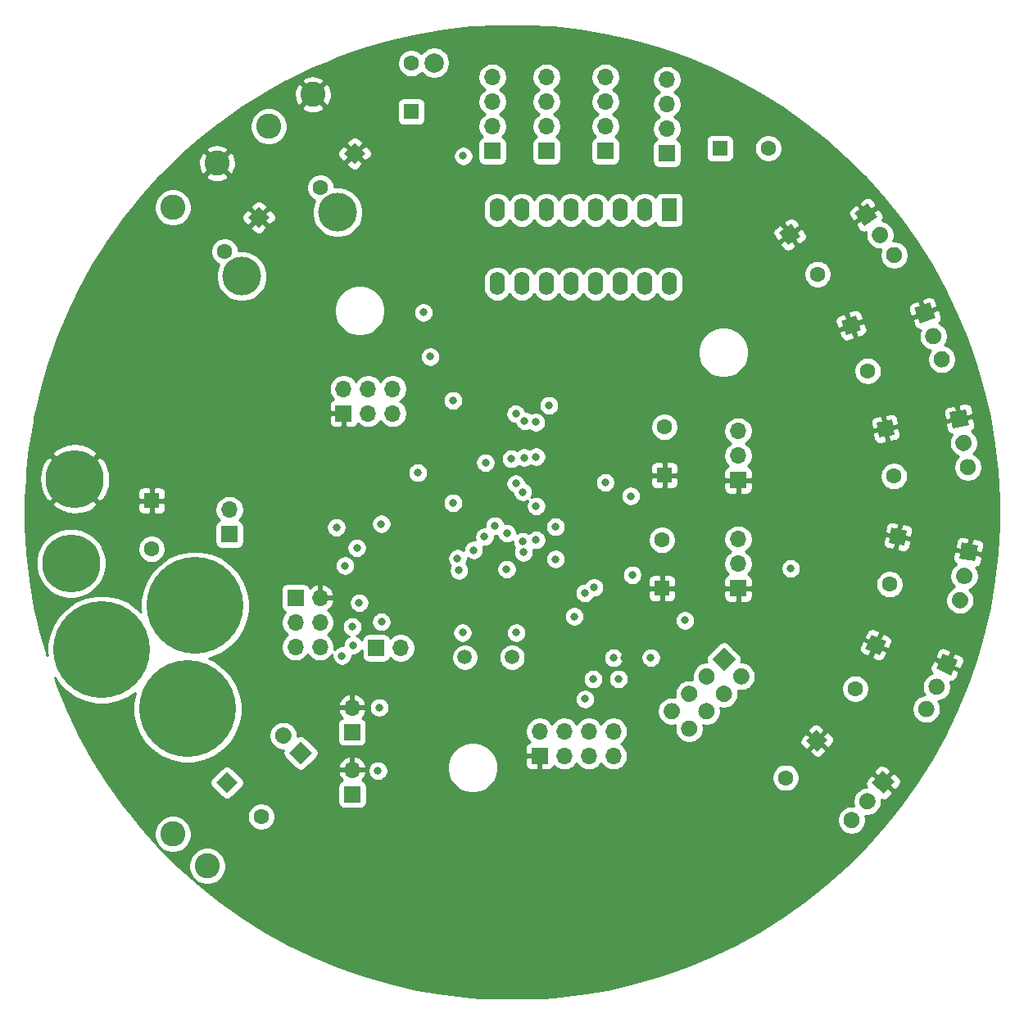
<source format=gbr>
%TF.GenerationSoftware,KiCad,Pcbnew,(5.1.6-0-10_14)*%
%TF.CreationDate,2021-08-28T18:32:45-05:00*%
%TF.ProjectId,atmega2560_led_driver,61746d65-6761-4323-9536-305f6c65645f,rev?*%
%TF.SameCoordinates,Original*%
%TF.FileFunction,Copper,L2,Inr*%
%TF.FilePolarity,Positive*%
%FSLAX46Y46*%
G04 Gerber Fmt 4.6, Leading zero omitted, Abs format (unit mm)*
G04 Created by KiCad (PCBNEW (5.1.6-0-10_14)) date 2021-08-28 18:32:45*
%MOMM*%
%LPD*%
G01*
G04 APERTURE LIST*
%TA.AperFunction,ViaPad*%
%ADD10C,2.600000*%
%TD*%
%TA.AperFunction,ViaPad*%
%ADD11R,1.700000X1.700000*%
%TD*%
%TA.AperFunction,ViaPad*%
%ADD12O,1.700000X1.700000*%
%TD*%
%TA.AperFunction,ViaPad*%
%ADD13C,0.100000*%
%TD*%
%TA.AperFunction,ViaPad*%
%ADD14C,1.500000*%
%TD*%
%TA.AperFunction,ViaPad*%
%ADD15C,1.600000*%
%TD*%
%TA.AperFunction,ViaPad*%
%ADD16R,1.600000X1.600000*%
%TD*%
%TA.AperFunction,ViaPad*%
%ADD17R,1.600000X2.400000*%
%TD*%
%TA.AperFunction,ViaPad*%
%ADD18O,1.600000X2.400000*%
%TD*%
%TA.AperFunction,ViaPad*%
%ADD19C,6.000000*%
%TD*%
%TA.AperFunction,ViaPad*%
%ADD20C,0.800000*%
%TD*%
%TA.AperFunction,ViaPad*%
%ADD21C,2.000000*%
%TD*%
%TA.AperFunction,ViaPad*%
%ADD22C,4.000000*%
%TD*%
%TA.AperFunction,ViaPad*%
%ADD23C,10.000000*%
%TD*%
%TA.AperFunction,Conductor*%
%ADD24C,0.254000*%
%TD*%
G04 APERTURE END LIST*
D10*
%TO.N,+9V*%
%TO.C,J3*%
X119126000Y-138684000D03*
%TD*%
%TO.N,GND*%
%TO.C,J4*%
X122682000Y-141986000D03*
%TD*%
D11*
%TO.N,GND*%
%TO.C,J5*%
X140136000Y-119440000D03*
D12*
%TO.N,/NRST*%
X142676000Y-119440000D03*
%TD*%
D11*
%TO.N,Net-(J8-Pad1)*%
%TO.C,J8*%
X137666000Y-134560000D03*
D12*
%TO.N,+5V*%
X137666000Y-132020000D03*
%TD*%
%TO.N,+5V*%
%TO.C,J9*%
X137636000Y-125610000D03*
D11*
%TO.N,Net-(J9-Pad1)*%
X137636000Y-128150000D03*
%TD*%
D12*
%TO.N,Net-(J12-Pad2)*%
%TO.C,J12*%
X124968000Y-105156000D03*
D11*
%TO.N,GND*%
X124968000Y-107696000D03*
%TD*%
%TA.AperFunction,ViaPad*%
D13*
%TO.N,GND*%
%TO.C,J14*%
G36*
X132334000Y-129099918D02*
G01*
X133536082Y-130302000D01*
X132334000Y-131504082D01*
X131131918Y-130302000D01*
X132334000Y-129099918D01*
G37*
%TD.AperFunction*%
%TO.N,Net-(J14-Pad2)*%
%TA.AperFunction,ViaPad*%
G36*
G01*
X131138990Y-127904908D02*
X131138990Y-127904908D01*
G75*
G02*
X131138990Y-129106990I-601041J-601041D01*
G01*
X131138990Y-129106990D01*
G75*
G02*
X129936908Y-129106990I-601041J601041D01*
G01*
X129936908Y-129106990D01*
G75*
G02*
X129936908Y-127904908I601041J601041D01*
G01*
X129936908Y-127904908D01*
G75*
G02*
X131138990Y-127904908I601041J-601041D01*
G01*
G37*
%TD.AperFunction*%
%TD*%
D12*
%TO.N,GND*%
%TO.C,J15*%
X177546000Y-97028000D03*
%TO.N,/ATMEGA_D12_LED_OUT_1*%
X177546000Y-99568000D03*
D11*
%TO.N,+5V*%
X177546000Y-102108000D03*
%TD*%
%TO.N,+5V*%
%TO.C,J16*%
X177546000Y-113284000D03*
D12*
%TO.N,/ATMEGA_D6_LED_OUT_2*%
X177546000Y-110744000D03*
%TO.N,GND*%
X177546000Y-108204000D03*
%TD*%
%TO.N,GND*%
%TO.C,J17*%
%TA.AperFunction,ViaPad*%
G36*
G01*
X188615501Y-136695137D02*
X188615501Y-136695137D01*
G75*
G02*
X189813008Y-136590368I651138J-546369D01*
G01*
X189813008Y-136590368D01*
G75*
G02*
X189917777Y-137787875I-546369J-651138D01*
G01*
X189917777Y-137787875D01*
G75*
G02*
X188720270Y-137892644I-651138J546369D01*
G01*
X188720270Y-137892644D01*
G75*
G02*
X188615501Y-136695137I546369J651138D01*
G01*
G37*
%TD.AperFunction*%
%TO.N,/ATMEGA_D7_LED_OUT_3*%
%TA.AperFunction,ViaPad*%
G36*
G01*
X190248181Y-134749384D02*
X190248181Y-134749384D01*
G75*
G02*
X191445688Y-134644615I651138J-546369D01*
G01*
X191445688Y-134644615D01*
G75*
G02*
X191550457Y-135842122I-546369J-651138D01*
G01*
X191550457Y-135842122D01*
G75*
G02*
X190352950Y-135946891I-651138J546369D01*
G01*
X190352950Y-135946891D01*
G75*
G02*
X190248181Y-134749384I546369J651138D01*
G01*
G37*
%TD.AperFunction*%
%TA.AperFunction,ViaPad*%
D13*
%TO.N,+5V*%
G36*
X191334493Y-133454768D02*
G01*
X192427232Y-132152493D01*
X193729507Y-133245232D01*
X192636768Y-134547507D01*
X191334493Y-133454768D01*
G37*
%TD.AperFunction*%
%TD*%
%TA.AperFunction,ViaPad*%
%TO.N,+5V*%
%TO.C,J18*%
G36*
X198006413Y-121569136D02*
G01*
X198724864Y-120028413D01*
X200265587Y-120746864D01*
X199547136Y-122287587D01*
X198006413Y-121569136D01*
G37*
%TD.AperFunction*%
%TO.N,/ATMEGA_D8_LED_OUT_4*%
%TA.AperFunction,ViaPad*%
G36*
G01*
X197292188Y-123100796D02*
X197292188Y-123100796D01*
G75*
G02*
X198421776Y-122689660I770362J-359226D01*
G01*
X198421776Y-122689660D01*
G75*
G02*
X198832912Y-123819248I-359226J-770362D01*
G01*
X198832912Y-123819248D01*
G75*
G02*
X197703324Y-124230384I-770362J359226D01*
G01*
X197703324Y-124230384D01*
G75*
G02*
X197292188Y-123100796I359226J770362D01*
G01*
G37*
%TD.AperFunction*%
%TO.N,GND*%
%TA.AperFunction,ViaPad*%
G36*
G01*
X196218737Y-125402818D02*
X196218737Y-125402818D01*
G75*
G02*
X197348325Y-124991682I770362J-359226D01*
G01*
X197348325Y-124991682D01*
G75*
G02*
X197759461Y-126121270I-359226J-770362D01*
G01*
X197759461Y-126121270D01*
G75*
G02*
X196629873Y-126532406I-770362J359226D01*
G01*
X196629873Y-126532406D01*
G75*
G02*
X196218737Y-125402818I359226J770362D01*
G01*
G37*
%TD.AperFunction*%
%TD*%
D10*
%TO.N,+5V*%
%TO.C,J19*%
X133604000Y-62230000D03*
%TD*%
%TO.N,GND*%
%TO.C,J20*%
X129032000Y-65532000D03*
%TD*%
%TO.N,+5V*%
%TO.C,J21*%
X123698000Y-69342000D03*
%TD*%
%TO.N,GND*%
%TO.C,J22*%
X119126000Y-73914000D03*
%TD*%
%TO.N,GND*%
%TO.C,J23*%
%TA.AperFunction,ViaPad*%
G36*
G01*
X199635846Y-114367810D02*
X199635846Y-114367810D01*
G75*
G02*
X200620534Y-113678324I837087J-147601D01*
G01*
X200620534Y-113678324D01*
G75*
G02*
X201310020Y-114663012I-147601J-837087D01*
G01*
X201310020Y-114663012D01*
G75*
G02*
X200325332Y-115352498I-837087J147601D01*
G01*
X200325332Y-115352498D01*
G75*
G02*
X199635846Y-114367810I147601J837087D01*
G01*
G37*
%TD.AperFunction*%
%TO.N,/ATMEGA_D9_LED_OUT_5*%
%TA.AperFunction,ViaPad*%
G36*
G01*
X200076913Y-111866399D02*
X200076913Y-111866399D01*
G75*
G02*
X201061601Y-111176913I837087J-147601D01*
G01*
X201061601Y-111176913D01*
G75*
G02*
X201751087Y-112161601I-147601J-837087D01*
G01*
X201751087Y-112161601D01*
G75*
G02*
X200766399Y-112851087I-837087J147601D01*
G01*
X200766399Y-112851087D01*
G75*
G02*
X200076913Y-111866399I147601J837087D01*
G01*
G37*
%TD.AperFunction*%
%TA.AperFunction,ViaPad*%
D13*
%TO.N,+5V*%
G36*
X200370378Y-110202074D02*
G01*
X200665580Y-108527900D01*
X202339754Y-108823102D01*
X202044552Y-110497276D01*
X200370378Y-110202074D01*
G37*
%TD.AperFunction*%
%TD*%
%TA.AperFunction,ViaPad*%
%TO.N,+5V*%
%TO.C,J24*%
G36*
X199716514Y-96742688D02*
G01*
X199421312Y-95068514D01*
X201095486Y-94773312D01*
X201390688Y-96447486D01*
X199716514Y-96742688D01*
G37*
%TD.AperFunction*%
%TO.N,/ATMEGA_D5_LED_OUT_6*%
%TA.AperFunction,ViaPad*%
G36*
G01*
X200009979Y-98407013D02*
X200009979Y-98407013D01*
G75*
G02*
X200699465Y-97422325I837087J147601D01*
G01*
X200699465Y-97422325D01*
G75*
G02*
X201684153Y-98111811I147601J-837087D01*
G01*
X201684153Y-98111811D01*
G75*
G02*
X200994667Y-99096499I-837087J-147601D01*
G01*
X200994667Y-99096499D01*
G75*
G02*
X200009979Y-98407013I-147601J837087D01*
G01*
G37*
%TD.AperFunction*%
%TO.N,GND*%
%TA.AperFunction,ViaPad*%
G36*
G01*
X200451046Y-100908424D02*
X200451046Y-100908424D01*
G75*
G02*
X201140532Y-99923736I837087J147601D01*
G01*
X201140532Y-99923736D01*
G75*
G02*
X202125220Y-100613222I147601J-837087D01*
G01*
X202125220Y-100613222D01*
G75*
G02*
X201435734Y-101597910I-837087J-147601D01*
G01*
X201435734Y-101597910D01*
G75*
G02*
X200451046Y-100908424I-147601J837087D01*
G01*
G37*
%TD.AperFunction*%
%TD*%
%TO.N,GND*%
%TO.C,J25*%
%TA.AperFunction,ViaPad*%
G36*
G01*
X197788723Y-89900356D02*
X197788723Y-89900356D01*
G75*
G02*
X198296745Y-88810900I798739J290717D01*
G01*
X198296745Y-88810900D01*
G75*
G02*
X199386201Y-89318922I290717J-798739D01*
G01*
X199386201Y-89318922D01*
G75*
G02*
X198878179Y-90408378I-798739J-290717D01*
G01*
X198878179Y-90408378D01*
G75*
G02*
X197788723Y-89900356I-290717J798739D01*
G01*
G37*
%TD.AperFunction*%
%TO.N,/ATMEGA_D4_LED_OUT_7*%
%TA.AperFunction,ViaPad*%
G36*
G01*
X196919992Y-87513536D02*
X196919992Y-87513536D01*
G75*
G02*
X197428014Y-86424080I798739J290717D01*
G01*
X197428014Y-86424080D01*
G75*
G02*
X198517470Y-86932102I290717J-798739D01*
G01*
X198517470Y-86932102D01*
G75*
G02*
X198009448Y-88021558I-798739J-290717D01*
G01*
X198009448Y-88021558D01*
G75*
G02*
X196919992Y-87513536I-290717J798739D01*
G01*
G37*
%TD.AperFunction*%
%TA.AperFunction,ViaPad*%
%TO.N,+5V*%
G36*
X196341978Y-85925456D02*
G01*
X195760544Y-84327978D01*
X197358022Y-83746544D01*
X197939456Y-85344022D01*
X196341978Y-85925456D01*
G37*
%TD.AperFunction*%
%TD*%
%TA.AperFunction,ViaPad*%
%TO.N,+5V*%
%TO.C,J26*%
G36*
X190545261Y-75859819D02*
G01*
X189570181Y-74467261D01*
X190962739Y-73492181D01*
X191937819Y-74884739D01*
X190545261Y-75859819D01*
G37*
%TD.AperFunction*%
%TO.N,/ATMEGA_D13_LED_OUT_8*%
%TA.AperFunction,ViaPad*%
G36*
G01*
X191514605Y-77244186D02*
X191514605Y-77244186D01*
G75*
G02*
X191723344Y-76060367I696279J487540D01*
G01*
X191723344Y-76060367D01*
G75*
G02*
X192907163Y-76269106I487540J-696279D01*
G01*
X192907163Y-76269106D01*
G75*
G02*
X192698424Y-77452925I-696279J-487540D01*
G01*
X192698424Y-77452925D01*
G75*
G02*
X191514605Y-77244186I-487540J696279D01*
G01*
G37*
%TD.AperFunction*%
%TO.N,GND*%
%TA.AperFunction,ViaPad*%
G36*
G01*
X192971489Y-79324832D02*
X192971489Y-79324832D01*
G75*
G02*
X193180228Y-78141013I696279J487540D01*
G01*
X193180228Y-78141013D01*
G75*
G02*
X194364047Y-78349752I487540J-696279D01*
G01*
X194364047Y-78349752D01*
G75*
G02*
X194155308Y-79533571I-696279J-487540D01*
G01*
X194155308Y-79533571D01*
G75*
G02*
X192971489Y-79324832I-487540J696279D01*
G01*
G37*
%TD.AperFunction*%
%TD*%
D14*
%TO.N,/XTAL1_HI*%
%TO.C,Y1*%
X154178000Y-120396000D03*
%TO.N,/XTAL2_HI*%
X149298000Y-120396000D03*
%TD*%
D15*
%TO.N,GND*%
%TO.C,C1*%
X180656000Y-67810000D03*
D16*
%TO.N,+9V*%
X175656000Y-67810000D03*
%TD*%
D15*
%TO.N,GND*%
%TO.C,C2*%
X143764000Y-59008000D03*
D16*
%TO.N,+9V*%
X143764000Y-64008000D03*
%TD*%
%TO.N,+5V*%
%TO.C,C3*%
X116936000Y-104220000D03*
D15*
%TO.N,GND*%
X116936000Y-109220000D03*
%TD*%
%TO.N,GND*%
%TO.C,C4*%
X128249534Y-136885534D03*
%TA.AperFunction,ViaPad*%
D13*
%TO.N,+9V*%
G36*
X123582629Y-133350000D02*
G01*
X124714000Y-132218629D01*
X125845371Y-133350000D01*
X124714000Y-134481371D01*
X123582629Y-133350000D01*
G37*
%TD.AperFunction*%
%TD*%
D16*
%TO.N,+5V*%
%TO.C,C14*%
X169926000Y-101600000D03*
D15*
%TO.N,GND*%
X169926000Y-96600000D03*
%TD*%
%TO.N,GND*%
%TO.C,C15*%
X169672000Y-108284000D03*
D16*
%TO.N,+5V*%
X169672000Y-113284000D03*
%TD*%
%TA.AperFunction,ViaPad*%
D13*
%TO.N,+5V*%
%TO.C,C16*%
G36*
X185575395Y-127904934D02*
G01*
X186801066Y-128933395D01*
X185772605Y-130159066D01*
X184546934Y-129130605D01*
X185575395Y-127904934D01*
G37*
%TD.AperFunction*%
D15*
%TO.N,GND*%
X182460062Y-132862222D03*
%TD*%
%TO.N,GND*%
%TO.C,C17*%
X189656909Y-123657539D03*
%TA.AperFunction,ViaPad*%
D13*
%TO.N,+5V*%
G36*
X191383048Y-118062859D02*
G01*
X192833141Y-118739048D01*
X192156952Y-120189141D01*
X190706859Y-119512952D01*
X191383048Y-118062859D01*
G37*
%TD.AperFunction*%
%TD*%
%TA.AperFunction,ViaPad*%
%TO.N,+5V*%
%TO.C,C18*%
G36*
X137922000Y-67194629D02*
G01*
X139053371Y-68326000D01*
X137922000Y-69457371D01*
X136790629Y-68326000D01*
X137922000Y-67194629D01*
G37*
%TD.AperFunction*%
D15*
%TO.N,GND*%
X134386466Y-71861534D03*
%TD*%
%TA.AperFunction,ViaPad*%
D13*
%TO.N,+5V*%
%TO.C,C19*%
G36*
X128016000Y-73798629D02*
G01*
X129147371Y-74930000D01*
X128016000Y-76061371D01*
X126884629Y-74930000D01*
X128016000Y-73798629D01*
G37*
%TD.AperFunction*%
D15*
%TO.N,GND*%
X124480466Y-78465534D03*
%TD*%
%TO.N,GND*%
%TO.C,C20*%
X193187759Y-112874039D03*
%TA.AperFunction,ViaPad*%
D13*
%TO.N,+5V*%
G36*
X193407072Y-107023235D02*
G01*
X194982765Y-107301072D01*
X194704928Y-108876765D01*
X193129235Y-108598928D01*
X193407072Y-107023235D01*
G37*
%TD.AperFunction*%
%TD*%
%TA.AperFunction,ViaPad*%
%TO.N,+5V*%
%TO.C,C21*%
G36*
X191859235Y-96125072D02*
G01*
X193434928Y-95847235D01*
X193712765Y-97422928D01*
X192137072Y-97700765D01*
X191859235Y-96125072D01*
G37*
%TD.AperFunction*%
D15*
%TO.N,GND*%
X193654241Y-101698039D03*
%TD*%
%TA.AperFunction,ViaPad*%
D13*
%TO.N,+5V*%
%TO.C,C22*%
G36*
X188204630Y-85627862D02*
G01*
X189708138Y-85080630D01*
X190255370Y-86584138D01*
X188751862Y-87131370D01*
X188204630Y-85627862D01*
G37*
%TD.AperFunction*%
D15*
%TO.N,GND*%
X190940101Y-90804463D03*
%TD*%
%TO.N,GND*%
%TO.C,C23*%
X185747882Y-80803760D03*
%TA.AperFunction,ViaPad*%
D13*
%TO.N,+5V*%
G36*
X181765817Y-76511540D02*
G01*
X183076460Y-75593817D01*
X183994183Y-76904460D01*
X182683540Y-77822183D01*
X181765817Y-76511540D01*
G37*
%TD.AperFunction*%
%TD*%
D11*
%TO.N,/ATMEGA_MISO*%
%TO.C,J7*%
X131786000Y-114260000D03*
D12*
%TO.N,+5V*%
X134326000Y-114260000D03*
%TO.N,/ATMEGA_SCK*%
X131786000Y-116800000D03*
%TO.N,/ATMEGA_MOSI*%
X134326000Y-116800000D03*
%TO.N,/NRST*%
X131786000Y-119340000D03*
%TO.N,GND*%
X134326000Y-119340000D03*
%TD*%
D11*
%TO.N,+5V*%
%TO.C,J10*%
X157036000Y-130610000D03*
D12*
%TO.N,/ATMEGA_D21_INT0*%
X157036000Y-128070000D03*
%TO.N,/ATMEGA_D3_INT5*%
X159576000Y-130610000D03*
%TO.N,/ATMEGA_D20_INT1*%
X159576000Y-128070000D03*
%TO.N,/ATMEGA_D2_INT4*%
X162116000Y-130610000D03*
%TO.N,/ATMEGA_D19_INT2*%
X162116000Y-128070000D03*
%TO.N,/ATMEGA_D18_INT3*%
X164656000Y-130610000D03*
%TO.N,GND*%
X164656000Y-128070000D03*
%TD*%
%TO.N,GND*%
%TO.C,J11*%
%TA.AperFunction,ViaPad*%
G36*
G01*
X171882857Y-127183164D02*
X171882857Y-127183164D01*
G75*
G02*
X173084939Y-127183164I601041J-601041D01*
G01*
X173084939Y-127183164D01*
G75*
G02*
X173084939Y-128385246I-601041J-601041D01*
G01*
X173084939Y-128385246D01*
G75*
G02*
X171882857Y-128385246I-601041J601041D01*
G01*
X171882857Y-128385246D01*
G75*
G02*
X171882857Y-127183164I601041J601041D01*
G01*
G37*
%TD.AperFunction*%
%TO.N,/ATMEGA_D37_GPIO*%
%TA.AperFunction,ViaPad*%
G36*
G01*
X170086805Y-125387113D02*
X170086805Y-125387113D01*
G75*
G02*
X171288887Y-125387113I601041J-601041D01*
G01*
X171288887Y-125387113D01*
G75*
G02*
X171288887Y-126589195I-601041J-601041D01*
G01*
X171288887Y-126589195D01*
G75*
G02*
X170086805Y-126589195I-601041J601041D01*
G01*
X170086805Y-126589195D01*
G75*
G02*
X170086805Y-125387113I601041J601041D01*
G01*
G37*
%TD.AperFunction*%
%TO.N,/ATMEGA_D45_GPIO*%
%TA.AperFunction,ViaPad*%
G36*
G01*
X173678908Y-125387113D02*
X173678908Y-125387113D01*
G75*
G02*
X174880990Y-125387113I601041J-601041D01*
G01*
X174880990Y-125387113D01*
G75*
G02*
X174880990Y-126589195I-601041J-601041D01*
G01*
X174880990Y-126589195D01*
G75*
G02*
X173678908Y-126589195I-601041J601041D01*
G01*
X173678908Y-126589195D01*
G75*
G02*
X173678908Y-125387113I601041J601041D01*
G01*
G37*
%TD.AperFunction*%
%TO.N,/ATMEGA_D36_GPIO*%
%TA.AperFunction,ViaPad*%
G36*
G01*
X171882857Y-123591061D02*
X171882857Y-123591061D01*
G75*
G02*
X173084939Y-123591061I601041J-601041D01*
G01*
X173084939Y-123591061D01*
G75*
G02*
X173084939Y-124793143I-601041J-601041D01*
G01*
X173084939Y-124793143D01*
G75*
G02*
X171882857Y-124793143I-601041J601041D01*
G01*
X171882857Y-124793143D01*
G75*
G02*
X171882857Y-123591061I601041J601041D01*
G01*
G37*
%TD.AperFunction*%
%TO.N,/ATMEGA_D46_GPIO*%
%TA.AperFunction,ViaPad*%
G36*
G01*
X175474959Y-123591061D02*
X175474959Y-123591061D01*
G75*
G02*
X176677041Y-123591061I601041J-601041D01*
G01*
X176677041Y-123591061D01*
G75*
G02*
X176677041Y-124793143I-601041J-601041D01*
G01*
X176677041Y-124793143D01*
G75*
G02*
X175474959Y-124793143I-601041J601041D01*
G01*
X175474959Y-124793143D01*
G75*
G02*
X175474959Y-123591061I601041J601041D01*
G01*
G37*
%TD.AperFunction*%
%TO.N,/ATMEGA_D35_GPIO*%
%TA.AperFunction,ViaPad*%
G36*
G01*
X173678908Y-121795010D02*
X173678908Y-121795010D01*
G75*
G02*
X174880990Y-121795010I601041J-601041D01*
G01*
X174880990Y-121795010D01*
G75*
G02*
X174880990Y-122997092I-601041J-601041D01*
G01*
X174880990Y-122997092D01*
G75*
G02*
X173678908Y-122997092I-601041J601041D01*
G01*
X173678908Y-122997092D01*
G75*
G02*
X173678908Y-121795010I601041J601041D01*
G01*
G37*
%TD.AperFunction*%
%TO.N,/ATMEGA_D44_GPIO*%
%TA.AperFunction,ViaPad*%
G36*
G01*
X177271010Y-121795010D02*
X177271010Y-121795010D01*
G75*
G02*
X178473092Y-121795010I601041J-601041D01*
G01*
X178473092Y-121795010D01*
G75*
G02*
X178473092Y-122997092I-601041J-601041D01*
G01*
X178473092Y-122997092D01*
G75*
G02*
X177271010Y-122997092I-601041J601041D01*
G01*
X177271010Y-122997092D01*
G75*
G02*
X177271010Y-121795010I601041J601041D01*
G01*
G37*
%TD.AperFunction*%
%TA.AperFunction,ViaPad*%
D13*
%TO.N,/ATMEGA_D34_GPIO*%
G36*
X174873918Y-120600000D02*
G01*
X176076000Y-119397918D01*
X177278082Y-120600000D01*
X176076000Y-121802082D01*
X174873918Y-120600000D01*
G37*
%TD.AperFunction*%
%TD*%
D12*
%TO.N,GND*%
%TO.C,J13*%
X141846000Y-92660000D03*
%TO.N,/ATMEGA_D0_RX0*%
X141846000Y-95200000D03*
%TO.N,/NRST*%
X139306000Y-92660000D03*
%TO.N,/ATMEGA_D1_TX0*%
X139306000Y-95200000D03*
%TO.N,/ATMEGA_NSS*%
X136766000Y-92660000D03*
D11*
%TO.N,+5V*%
X136766000Y-95200000D03*
%TD*%
D17*
%TO.N,/OPTO_INT3_P*%
%TO.C,J6*%
X170434000Y-74168000D03*
D18*
%TO.N,GND*%
X152654000Y-81788000D03*
%TO.N,/OPTO_INT3_N*%
X167894000Y-74168000D03*
%TO.N,/ATMEGA_D21_INT0*%
X155194000Y-81788000D03*
%TO.N,/OPTO_INT2_P*%
X165354000Y-74168000D03*
%TO.N,GND*%
X157734000Y-81788000D03*
%TO.N,/OPTO_INT2_N*%
X162814000Y-74168000D03*
%TO.N,/ATMEGA_D20_INT1*%
X160274000Y-81788000D03*
%TO.N,/OPTO_INT1_P*%
X160274000Y-74168000D03*
%TO.N,GND*%
X162814000Y-81788000D03*
%TO.N,/OPTO_INT1_N*%
X157734000Y-74168000D03*
%TO.N,/ATMEGA_D19_INT2*%
X165354000Y-81788000D03*
%TO.N,/OPTO_INT0_P*%
X155194000Y-74168000D03*
%TO.N,GND*%
X167894000Y-81788000D03*
%TO.N,/OPTO_INT0_N*%
X152654000Y-74168000D03*
%TO.N,/ATMEGA_D18_INT3*%
X170434000Y-81788000D03*
%TD*%
D19*
%TO.N,GND*%
%TO.C,J2*%
X108606000Y-110690000D03*
%TD*%
%TO.N,+5V*%
%TO.C,J1*%
X108986000Y-101970000D03*
%TD*%
D11*
%TO.N,/OPTO_INT0_N*%
%TO.C,J27*%
X152146000Y-68072000D03*
D12*
%TO.N,/OPTO_INT0_P*%
X152146000Y-65532000D03*
%TO.N,+9V*%
X152146000Y-62992000D03*
%TO.N,GND*%
X152146000Y-60452000D03*
%TD*%
D11*
%TO.N,/OPTO_INT1_N*%
%TO.C,J28*%
X157734000Y-68072000D03*
D12*
%TO.N,/OPTO_INT1_P*%
X157734000Y-65532000D03*
%TO.N,+9V*%
X157734000Y-62992000D03*
%TO.N,GND*%
X157734000Y-60452000D03*
%TD*%
%TO.N,GND*%
%TO.C,J29*%
X163830000Y-60452000D03*
%TO.N,+9V*%
X163830000Y-62992000D03*
%TO.N,/OPTO_INT2_P*%
X163830000Y-65532000D03*
D11*
%TO.N,/OPTO_INT2_N*%
X163830000Y-68072000D03*
%TD*%
D12*
%TO.N,GND*%
%TO.C,J30*%
X170180000Y-60706000D03*
%TO.N,+9V*%
X170180000Y-63246000D03*
%TO.N,/OPTO_INT3_P*%
X170180000Y-65786000D03*
D11*
%TO.N,/OPTO_INT3_N*%
X170180000Y-68326000D03*
%TD*%
D20*
%TO.N,GND*%
X149136000Y-68600000D03*
X160606000Y-116190000D03*
%TO.N,+5V*%
X159946000Y-94300000D03*
X166456000Y-105740000D03*
%TO.N,GND*%
X166446000Y-103740000D03*
X158006000Y-94380000D03*
X154606000Y-117870000D03*
X162556000Y-122670000D03*
X168516000Y-120440000D03*
X164656000Y-120460000D03*
X140676000Y-116750000D03*
X148066000Y-93870000D03*
X149066000Y-117860000D03*
X144426000Y-101330000D03*
D21*
X146126000Y-58952000D03*
D20*
X148066000Y-104440000D03*
D22*
X136144000Y-74422000D03*
X126238000Y-81026000D03*
D23*
X120650000Y-125730000D03*
X121412000Y-115062000D03*
X111760000Y-119634000D03*
D20*
X140446000Y-125600000D03*
X140316000Y-132140000D03*
%TO.N,+5V*%
X164316000Y-115630000D03*
X165796000Y-120440000D03*
X162586000Y-121110000D03*
X140636000Y-115080000D03*
X145066000Y-117790000D03*
X146716000Y-97370000D03*
D21*
X135976000Y-103110000D03*
D22*
X140208000Y-70612000D03*
X130302000Y-77216000D03*
D23*
X120650000Y-87122000D03*
X111760000Y-92710000D03*
X120904000Y-97790000D03*
D20*
%TO.N,/ATMEGA_D12_LED_OUT_1*%
X148538702Y-110190000D03*
X163806000Y-102340000D03*
X150216000Y-109330000D03*
%TO.N,/ATMEGA_D6_LED_OUT_2*%
X153636000Y-107580000D03*
%TO.N,/ATMEGA_D7_LED_OUT_3*%
X152386000Y-106820000D03*
X172046000Y-116600000D03*
%TO.N,/ATMEGA_D8_LED_OUT_4*%
X151336000Y-107950000D03*
X166600979Y-111895021D03*
%TO.N,/ATMEGA_D9_LED_OUT_5*%
X153626000Y-111313002D03*
X182986000Y-111230000D03*
%TO.N,/ATMEGA_D13_LED_OUT_8*%
X148696000Y-111440000D03*
X145026000Y-84770000D03*
X145716000Y-89340000D03*
X151426000Y-100290000D03*
%TO.N,/ATMEGA_D11_GRN_LED*%
X136606000Y-120250000D03*
X138386000Y-114780000D03*
%TO.N,/ATMEGA_D10_RED_LED*%
X137746000Y-119150000D03*
X137656000Y-117250000D03*
%TO.N,/ATMEGA_SCK*%
X136026000Y-106990000D03*
X140656000Y-106630000D03*
%TO.N,/ATMEGA_MOSI*%
X136926000Y-110940000D03*
X138136000Y-109100000D03*
%TO.N,/ATMEGA_D21_INT0*%
X155356000Y-109560000D03*
X154562500Y-102453500D03*
X154106000Y-99890000D03*
X154562500Y-95233500D03*
%TO.N,/ATMEGA_D20_INT1*%
X155287501Y-108418499D03*
X155486000Y-95970000D03*
X155287501Y-103318499D03*
X155436000Y-99770000D03*
%TO.N,/ATMEGA_D19_INT2*%
X156666000Y-108280000D03*
X156636000Y-96100000D03*
X156666000Y-104780000D03*
X156666000Y-99690000D03*
%TO.N,/ATMEGA_D18_INT3*%
X158676000Y-110270000D03*
X158676000Y-106920000D03*
%TO.N,/ATMEGA_D2_INT4*%
X165166000Y-122640000D03*
X162646000Y-113200000D03*
%TO.N,/ATMEGA_D3_INT5*%
X161726000Y-124730000D03*
X161696000Y-113750000D03*
%TD*%
D24*
%TO.N,+5V*%
G36*
X158404924Y-55297679D02*
G01*
X161208094Y-55613521D01*
X163989146Y-56086040D01*
X166739327Y-56713752D01*
X169449986Y-57494679D01*
X172112594Y-58426366D01*
X174718773Y-59505880D01*
X177260323Y-60729826D01*
X179729248Y-62094353D01*
X182117779Y-63595166D01*
X184418401Y-65227545D01*
X186623875Y-66986352D01*
X188727263Y-68866054D01*
X190721946Y-70860737D01*
X192601648Y-72964125D01*
X194360455Y-75169599D01*
X195992834Y-77470221D01*
X197493647Y-79858752D01*
X198858174Y-82327677D01*
X200082120Y-84869227D01*
X201161634Y-87475406D01*
X202093321Y-90138014D01*
X202874248Y-92848673D01*
X203501960Y-95598854D01*
X203974479Y-98379906D01*
X204290321Y-101183076D01*
X204448490Y-103999546D01*
X204448490Y-106820454D01*
X204290321Y-109636924D01*
X203974479Y-112440094D01*
X203501960Y-115221146D01*
X202874248Y-117971327D01*
X202093321Y-120681986D01*
X201161634Y-123344594D01*
X200082120Y-125950773D01*
X198858174Y-128492323D01*
X197493647Y-130961248D01*
X195992834Y-133349779D01*
X194360455Y-135650401D01*
X192601648Y-137855875D01*
X190721946Y-139959263D01*
X188727263Y-141953946D01*
X186623875Y-143833648D01*
X184418401Y-145592455D01*
X182117779Y-147224834D01*
X179729248Y-148725647D01*
X177260323Y-150090174D01*
X174718773Y-151314120D01*
X172112594Y-152393634D01*
X169449986Y-153325321D01*
X166739327Y-154106248D01*
X163989146Y-154733960D01*
X161208094Y-155206479D01*
X158404924Y-155522321D01*
X157466884Y-155575000D01*
X150889116Y-155575000D01*
X149951076Y-155522321D01*
X147147906Y-155206479D01*
X144366854Y-154733960D01*
X141616673Y-154106248D01*
X138906014Y-153325321D01*
X136243406Y-152393634D01*
X133637227Y-151314120D01*
X131095677Y-150090174D01*
X128626752Y-148725647D01*
X126238221Y-147224834D01*
X123937599Y-145592455D01*
X121732125Y-143833648D01*
X119628737Y-141953946D01*
X119470210Y-141795419D01*
X120747000Y-141795419D01*
X120747000Y-142176581D01*
X120821361Y-142550419D01*
X120967225Y-142902566D01*
X121178987Y-143219491D01*
X121448509Y-143489013D01*
X121765434Y-143700775D01*
X122117581Y-143846639D01*
X122491419Y-143921000D01*
X122872581Y-143921000D01*
X123246419Y-143846639D01*
X123598566Y-143700775D01*
X123915491Y-143489013D01*
X124185013Y-143219491D01*
X124396775Y-142902566D01*
X124542639Y-142550419D01*
X124617000Y-142176581D01*
X124617000Y-141795419D01*
X124542639Y-141421581D01*
X124396775Y-141069434D01*
X124185013Y-140752509D01*
X123915491Y-140482987D01*
X123598566Y-140271225D01*
X123246419Y-140125361D01*
X122872581Y-140051000D01*
X122491419Y-140051000D01*
X122117581Y-140125361D01*
X121765434Y-140271225D01*
X121448509Y-140482987D01*
X121178987Y-140752509D01*
X120967225Y-141069434D01*
X120821361Y-141421581D01*
X120747000Y-141795419D01*
X119470210Y-141795419D01*
X117634054Y-139959263D01*
X116324097Y-138493419D01*
X117191000Y-138493419D01*
X117191000Y-138874581D01*
X117265361Y-139248419D01*
X117411225Y-139600566D01*
X117622987Y-139917491D01*
X117892509Y-140187013D01*
X118209434Y-140398775D01*
X118561581Y-140544639D01*
X118935419Y-140619000D01*
X119316581Y-140619000D01*
X119690419Y-140544639D01*
X120042566Y-140398775D01*
X120359491Y-140187013D01*
X120629013Y-139917491D01*
X120840775Y-139600566D01*
X120986639Y-139248419D01*
X121061000Y-138874581D01*
X121061000Y-138493419D01*
X120986639Y-138119581D01*
X120840775Y-137767434D01*
X120629013Y-137450509D01*
X120359491Y-137180987D01*
X120042566Y-136969225D01*
X119690419Y-136823361D01*
X119316581Y-136749000D01*
X118935419Y-136749000D01*
X118561581Y-136823361D01*
X118209434Y-136969225D01*
X117892509Y-137180987D01*
X117622987Y-137450509D01*
X117411225Y-137767434D01*
X117265361Y-138119581D01*
X117191000Y-138493419D01*
X116324097Y-138493419D01*
X115754352Y-137855875D01*
X114867820Y-136744199D01*
X126814534Y-136744199D01*
X126814534Y-137026869D01*
X126869681Y-137304108D01*
X126977854Y-137565261D01*
X127134897Y-137800293D01*
X127334775Y-138000171D01*
X127569807Y-138157214D01*
X127830960Y-138265387D01*
X128108199Y-138320534D01*
X128390869Y-138320534D01*
X128668108Y-138265387D01*
X128929261Y-138157214D01*
X129164293Y-138000171D01*
X129364171Y-137800293D01*
X129521214Y-137565261D01*
X129629387Y-137304108D01*
X129670932Y-137095246D01*
X187781639Y-137095246D01*
X187781639Y-137387766D01*
X187838707Y-137674664D01*
X187950649Y-137944917D01*
X188113164Y-138188138D01*
X188320007Y-138394981D01*
X188563228Y-138557496D01*
X188833481Y-138669438D01*
X189120379Y-138726506D01*
X189412899Y-138726506D01*
X189699797Y-138669438D01*
X189970050Y-138557496D01*
X190213271Y-138394981D01*
X190420114Y-138188138D01*
X190582629Y-137944917D01*
X190694571Y-137674664D01*
X190751639Y-137387766D01*
X190751639Y-137095246D01*
X190694571Y-136808348D01*
X190676863Y-136765597D01*
X190753059Y-136780753D01*
X191045579Y-136780753D01*
X191332477Y-136723685D01*
X191602730Y-136611743D01*
X191845951Y-136449228D01*
X192052794Y-136242385D01*
X192215309Y-135999164D01*
X192327251Y-135728911D01*
X192384319Y-135442013D01*
X192384319Y-135149493D01*
X192380120Y-135128386D01*
X192444896Y-135156048D01*
X192567304Y-135181787D01*
X192692380Y-135183151D01*
X192815319Y-135160088D01*
X192931397Y-135113485D01*
X193036153Y-135045130D01*
X193125560Y-134957652D01*
X193485899Y-134523437D01*
X193466332Y-134299785D01*
X192547654Y-133528922D01*
X192534798Y-133544243D01*
X192340223Y-133380974D01*
X192353078Y-133365654D01*
X192315767Y-133334346D01*
X192710922Y-133334346D01*
X193629600Y-134105209D01*
X193853253Y-134085642D01*
X194218299Y-133655376D01*
X194288923Y-133552137D01*
X194338048Y-133437104D01*
X194363787Y-133314696D01*
X194365151Y-133189620D01*
X194342088Y-133066681D01*
X194295485Y-132950603D01*
X194227130Y-132845847D01*
X194139652Y-132756440D01*
X193705437Y-132396101D01*
X193481785Y-132415668D01*
X192710922Y-133334346D01*
X192315767Y-133334346D01*
X191434400Y-132594791D01*
X191210747Y-132614358D01*
X190845701Y-133044624D01*
X190775077Y-133147863D01*
X190725952Y-133262896D01*
X190700213Y-133385304D01*
X190698849Y-133510380D01*
X190721912Y-133633319D01*
X190768515Y-133749397D01*
X190808551Y-133810753D01*
X190753059Y-133810753D01*
X190466161Y-133867821D01*
X190195908Y-133979763D01*
X189952687Y-134142278D01*
X189745844Y-134349121D01*
X189583329Y-134592342D01*
X189471387Y-134862595D01*
X189414319Y-135149493D01*
X189414319Y-135442013D01*
X189471387Y-135728911D01*
X189489095Y-135771662D01*
X189412899Y-135756506D01*
X189120379Y-135756506D01*
X188833481Y-135813574D01*
X188563228Y-135925516D01*
X188320007Y-136088031D01*
X188113164Y-136294874D01*
X187950649Y-136538095D01*
X187838707Y-136808348D01*
X187781639Y-137095246D01*
X129670932Y-137095246D01*
X129684534Y-137026869D01*
X129684534Y-136744199D01*
X129629387Y-136466960D01*
X129521214Y-136205807D01*
X129364171Y-135970775D01*
X129164293Y-135770897D01*
X128929261Y-135613854D01*
X128668108Y-135505681D01*
X128390869Y-135450534D01*
X128108199Y-135450534D01*
X127830960Y-135505681D01*
X127569807Y-135613854D01*
X127334775Y-135770897D01*
X127134897Y-135970775D01*
X126977854Y-136205807D01*
X126869681Y-136466960D01*
X126814534Y-136744199D01*
X114867820Y-136744199D01*
X113995545Y-135650401D01*
X112363323Y-133350000D01*
X122944557Y-133350000D01*
X122956817Y-133474482D01*
X122993127Y-133594180D01*
X123052092Y-133704494D01*
X123131444Y-133801185D01*
X124262815Y-134932556D01*
X124359506Y-135011908D01*
X124469820Y-135070873D01*
X124589518Y-135107183D01*
X124714000Y-135119443D01*
X124838482Y-135107183D01*
X124958180Y-135070873D01*
X125068494Y-135011908D01*
X125165185Y-134932556D01*
X126296556Y-133801185D01*
X126371389Y-133710000D01*
X136177928Y-133710000D01*
X136177928Y-135410000D01*
X136190188Y-135534482D01*
X136226498Y-135654180D01*
X136285463Y-135764494D01*
X136364815Y-135861185D01*
X136461506Y-135940537D01*
X136571820Y-135999502D01*
X136691518Y-136035812D01*
X136816000Y-136048072D01*
X138516000Y-136048072D01*
X138640482Y-136035812D01*
X138760180Y-135999502D01*
X138870494Y-135940537D01*
X138967185Y-135861185D01*
X139046537Y-135764494D01*
X139105502Y-135654180D01*
X139141812Y-135534482D01*
X139154072Y-135410000D01*
X139154072Y-133710000D01*
X139141812Y-133585518D01*
X139105502Y-133465820D01*
X139046537Y-133355506D01*
X138967185Y-133258815D01*
X138870494Y-133179463D01*
X138760180Y-133120498D01*
X138679534Y-133096034D01*
X138763588Y-133020269D01*
X138937641Y-132786920D01*
X139062825Y-132524099D01*
X139107476Y-132376890D01*
X138986155Y-132147000D01*
X137793000Y-132147000D01*
X137793000Y-132167000D01*
X137539000Y-132167000D01*
X137539000Y-132147000D01*
X136345845Y-132147000D01*
X136224524Y-132376890D01*
X136269175Y-132524099D01*
X136394359Y-132786920D01*
X136568412Y-133020269D01*
X136652466Y-133096034D01*
X136571820Y-133120498D01*
X136461506Y-133179463D01*
X136364815Y-133258815D01*
X136285463Y-133355506D01*
X136226498Y-133465820D01*
X136190188Y-133585518D01*
X136177928Y-133710000D01*
X126371389Y-133710000D01*
X126375908Y-133704494D01*
X126434873Y-133594180D01*
X126471183Y-133474482D01*
X126483443Y-133350000D01*
X126471183Y-133225518D01*
X126434873Y-133105820D01*
X126375908Y-132995506D01*
X126296556Y-132898815D01*
X125165185Y-131767444D01*
X125068494Y-131688092D01*
X124958180Y-131629127D01*
X124838482Y-131592817D01*
X124714000Y-131580557D01*
X124589518Y-131592817D01*
X124469820Y-131629127D01*
X124359506Y-131688092D01*
X124262815Y-131767444D01*
X123131444Y-132898815D01*
X123052092Y-132995506D01*
X122993127Y-133105820D01*
X122956817Y-133225518D01*
X122944557Y-133350000D01*
X112363323Y-133350000D01*
X112363166Y-133349779D01*
X110862353Y-130961248D01*
X109497826Y-128492323D01*
X108273880Y-125950773D01*
X107194366Y-123344594D01*
X106899914Y-122503099D01*
X107383010Y-123226103D01*
X108167897Y-124010990D01*
X109090827Y-124627672D01*
X110116331Y-125052450D01*
X111205001Y-125269000D01*
X112314999Y-125269000D01*
X113403669Y-125052450D01*
X114429173Y-124627672D01*
X115230355Y-124092340D01*
X115015000Y-125175001D01*
X115015000Y-126284999D01*
X115231550Y-127373669D01*
X115656328Y-128399173D01*
X116273010Y-129322103D01*
X117057897Y-130106990D01*
X117980827Y-130723672D01*
X119006331Y-131148450D01*
X120095001Y-131365000D01*
X121204999Y-131365000D01*
X122293669Y-131148450D01*
X123319173Y-130723672D01*
X124242103Y-130106990D01*
X125026990Y-129322103D01*
X125643672Y-128399173D01*
X125660026Y-128359689D01*
X129052949Y-128359689D01*
X129052949Y-128652209D01*
X129110017Y-128939107D01*
X129221959Y-129209360D01*
X129384474Y-129452581D01*
X129591317Y-129659424D01*
X129834538Y-129821939D01*
X130104791Y-129933881D01*
X130391689Y-129990949D01*
X130578160Y-129990949D01*
X130542416Y-130057820D01*
X130506106Y-130177518D01*
X130493846Y-130302000D01*
X130506106Y-130426482D01*
X130542416Y-130546180D01*
X130601381Y-130656494D01*
X130680733Y-130753185D01*
X131882815Y-131955267D01*
X131979506Y-132034619D01*
X132089820Y-132093584D01*
X132209518Y-132129894D01*
X132334000Y-132142154D01*
X132458482Y-132129894D01*
X132578180Y-132093584D01*
X132682054Y-132038061D01*
X139281000Y-132038061D01*
X139281000Y-132241939D01*
X139320774Y-132441898D01*
X139398795Y-132630256D01*
X139512063Y-132799774D01*
X139656226Y-132943937D01*
X139825744Y-133057205D01*
X140014102Y-133135226D01*
X140214061Y-133175000D01*
X140417939Y-133175000D01*
X140617898Y-133135226D01*
X140806256Y-133057205D01*
X140975774Y-132943937D01*
X141119937Y-132799774D01*
X141233205Y-132630256D01*
X141311226Y-132441898D01*
X141351000Y-132241939D01*
X141351000Y-132038061D01*
X141311226Y-131838102D01*
X141233205Y-131649744D01*
X141177567Y-131566475D01*
X147479000Y-131566475D01*
X147479000Y-132085525D01*
X147580261Y-132594601D01*
X147778893Y-133074141D01*
X148067262Y-133505715D01*
X148434285Y-133872738D01*
X148865859Y-134161107D01*
X149345399Y-134359739D01*
X149854475Y-134461000D01*
X150373525Y-134461000D01*
X150882601Y-134359739D01*
X151362141Y-134161107D01*
X151793715Y-133872738D01*
X152160738Y-133505715D01*
X152449107Y-133074141D01*
X152595429Y-132720887D01*
X181025062Y-132720887D01*
X181025062Y-133003557D01*
X181080209Y-133280796D01*
X181188382Y-133541949D01*
X181345425Y-133776981D01*
X181545303Y-133976859D01*
X181780335Y-134133902D01*
X182041488Y-134242075D01*
X182318727Y-134297222D01*
X182601397Y-134297222D01*
X182878636Y-134242075D01*
X183139789Y-134133902D01*
X183374821Y-133976859D01*
X183574699Y-133776981D01*
X183731742Y-133541949D01*
X183839915Y-133280796D01*
X183895062Y-133003557D01*
X183895062Y-132720887D01*
X183839915Y-132443648D01*
X183731742Y-132182495D01*
X183727779Y-132176563D01*
X191578101Y-132176563D01*
X191597668Y-132400215D01*
X192516346Y-133171078D01*
X193287209Y-132252400D01*
X193267642Y-132028747D01*
X192837376Y-131663701D01*
X192734137Y-131593077D01*
X192619104Y-131543952D01*
X192496696Y-131518213D01*
X192371620Y-131516849D01*
X192248681Y-131539912D01*
X192132603Y-131586515D01*
X192027847Y-131654870D01*
X191938440Y-131742348D01*
X191578101Y-132176563D01*
X183727779Y-132176563D01*
X183574699Y-131947463D01*
X183374821Y-131747585D01*
X183139789Y-131590542D01*
X182878636Y-131482369D01*
X182601397Y-131427222D01*
X182318727Y-131427222D01*
X182041488Y-131482369D01*
X181780335Y-131590542D01*
X181545303Y-131747585D01*
X181345425Y-131947463D01*
X181188382Y-132182495D01*
X181080209Y-132443648D01*
X181025062Y-132720887D01*
X152595429Y-132720887D01*
X152647739Y-132594601D01*
X152749000Y-132085525D01*
X152749000Y-131566475D01*
X152727821Y-131460000D01*
X155547928Y-131460000D01*
X155560188Y-131584482D01*
X155596498Y-131704180D01*
X155655463Y-131814494D01*
X155734815Y-131911185D01*
X155831506Y-131990537D01*
X155941820Y-132049502D01*
X156061518Y-132085812D01*
X156186000Y-132098072D01*
X156750250Y-132095000D01*
X156909000Y-131936250D01*
X156909000Y-130737000D01*
X155709750Y-130737000D01*
X155551000Y-130895750D01*
X155547928Y-131460000D01*
X152727821Y-131460000D01*
X152647739Y-131057399D01*
X152449107Y-130577859D01*
X152160738Y-130146285D01*
X151793715Y-129779262D01*
X151764888Y-129760000D01*
X155547928Y-129760000D01*
X155551000Y-130324250D01*
X155709750Y-130483000D01*
X156909000Y-130483000D01*
X156909000Y-130463000D01*
X157163000Y-130463000D01*
X157163000Y-130483000D01*
X157183000Y-130483000D01*
X157183000Y-130737000D01*
X157163000Y-130737000D01*
X157163000Y-131936250D01*
X157321750Y-132095000D01*
X157886000Y-132098072D01*
X158010482Y-132085812D01*
X158130180Y-132049502D01*
X158240494Y-131990537D01*
X158337185Y-131911185D01*
X158416537Y-131814494D01*
X158475502Y-131704180D01*
X158497513Y-131631620D01*
X158629368Y-131763475D01*
X158872589Y-131925990D01*
X159142842Y-132037932D01*
X159429740Y-132095000D01*
X159722260Y-132095000D01*
X160009158Y-132037932D01*
X160279411Y-131925990D01*
X160522632Y-131763475D01*
X160729475Y-131556632D01*
X160846000Y-131382240D01*
X160962525Y-131556632D01*
X161169368Y-131763475D01*
X161412589Y-131925990D01*
X161682842Y-132037932D01*
X161969740Y-132095000D01*
X162262260Y-132095000D01*
X162549158Y-132037932D01*
X162819411Y-131925990D01*
X163062632Y-131763475D01*
X163269475Y-131556632D01*
X163386000Y-131382240D01*
X163502525Y-131556632D01*
X163709368Y-131763475D01*
X163952589Y-131925990D01*
X164222842Y-132037932D01*
X164509740Y-132095000D01*
X164802260Y-132095000D01*
X165089158Y-132037932D01*
X165359411Y-131925990D01*
X165602632Y-131763475D01*
X165809475Y-131556632D01*
X165971990Y-131313411D01*
X166083932Y-131043158D01*
X166141000Y-130756260D01*
X166141000Y-130463740D01*
X166083932Y-130176842D01*
X166048499Y-130091298D01*
X184950930Y-130091298D01*
X184970497Y-130314950D01*
X185362461Y-130647857D01*
X185465700Y-130718481D01*
X185580734Y-130767606D01*
X185703141Y-130793345D01*
X185828217Y-130794710D01*
X185951156Y-130771646D01*
X186067234Y-130725043D01*
X186171990Y-130656689D01*
X186261397Y-130569210D01*
X186589597Y-130173297D01*
X186570030Y-129949645D01*
X185689654Y-129210922D01*
X184950930Y-130091298D01*
X166048499Y-130091298D01*
X165971990Y-129906589D01*
X165809475Y-129663368D01*
X165602632Y-129456525D01*
X165428240Y-129340000D01*
X165602632Y-129223475D01*
X165809475Y-129016632D01*
X165971990Y-128773411D01*
X166083932Y-128503158D01*
X166141000Y-128216260D01*
X166141000Y-127923740D01*
X166083932Y-127636842D01*
X165971990Y-127366589D01*
X165809475Y-127123368D01*
X165602632Y-126916525D01*
X165359411Y-126754010D01*
X165089158Y-126642068D01*
X164802260Y-126585000D01*
X164509740Y-126585000D01*
X164222842Y-126642068D01*
X163952589Y-126754010D01*
X163709368Y-126916525D01*
X163502525Y-127123368D01*
X163386000Y-127297760D01*
X163269475Y-127123368D01*
X163062632Y-126916525D01*
X162819411Y-126754010D01*
X162549158Y-126642068D01*
X162262260Y-126585000D01*
X161969740Y-126585000D01*
X161682842Y-126642068D01*
X161412589Y-126754010D01*
X161169368Y-126916525D01*
X160962525Y-127123368D01*
X160846000Y-127297760D01*
X160729475Y-127123368D01*
X160522632Y-126916525D01*
X160279411Y-126754010D01*
X160009158Y-126642068D01*
X159722260Y-126585000D01*
X159429740Y-126585000D01*
X159142842Y-126642068D01*
X158872589Y-126754010D01*
X158629368Y-126916525D01*
X158422525Y-127123368D01*
X158306000Y-127297760D01*
X158189475Y-127123368D01*
X157982632Y-126916525D01*
X157739411Y-126754010D01*
X157469158Y-126642068D01*
X157182260Y-126585000D01*
X156889740Y-126585000D01*
X156602842Y-126642068D01*
X156332589Y-126754010D01*
X156089368Y-126916525D01*
X155882525Y-127123368D01*
X155720010Y-127366589D01*
X155608068Y-127636842D01*
X155551000Y-127923740D01*
X155551000Y-128216260D01*
X155608068Y-128503158D01*
X155720010Y-128773411D01*
X155882525Y-129016632D01*
X156014380Y-129148487D01*
X155941820Y-129170498D01*
X155831506Y-129229463D01*
X155734815Y-129308815D01*
X155655463Y-129405506D01*
X155596498Y-129515820D01*
X155560188Y-129635518D01*
X155547928Y-129760000D01*
X151764888Y-129760000D01*
X151362141Y-129490893D01*
X150882601Y-129292261D01*
X150373525Y-129191000D01*
X149854475Y-129191000D01*
X149345399Y-129292261D01*
X148865859Y-129490893D01*
X148434285Y-129779262D01*
X148067262Y-130146285D01*
X147778893Y-130577859D01*
X147580261Y-131057399D01*
X147479000Y-131566475D01*
X141177567Y-131566475D01*
X141119937Y-131480226D01*
X140975774Y-131336063D01*
X140806256Y-131222795D01*
X140617898Y-131144774D01*
X140417939Y-131105000D01*
X140214061Y-131105000D01*
X140014102Y-131144774D01*
X139825744Y-131222795D01*
X139656226Y-131336063D01*
X139512063Y-131480226D01*
X139398795Y-131649744D01*
X139320774Y-131838102D01*
X139281000Y-132038061D01*
X132682054Y-132038061D01*
X132688494Y-132034619D01*
X132785185Y-131955267D01*
X133077342Y-131663110D01*
X136224524Y-131663110D01*
X136345845Y-131893000D01*
X137539000Y-131893000D01*
X137539000Y-130699186D01*
X137793000Y-130699186D01*
X137793000Y-131893000D01*
X138986155Y-131893000D01*
X139107476Y-131663110D01*
X139062825Y-131515901D01*
X138937641Y-131253080D01*
X138763588Y-131019731D01*
X138547355Y-130824822D01*
X138297252Y-130675843D01*
X138022891Y-130578519D01*
X137793000Y-130699186D01*
X137539000Y-130699186D01*
X137309109Y-130578519D01*
X137034748Y-130675843D01*
X136784645Y-130824822D01*
X136568412Y-131019731D01*
X136394359Y-131253080D01*
X136269175Y-131515901D01*
X136224524Y-131663110D01*
X133077342Y-131663110D01*
X133987267Y-130753185D01*
X134066619Y-130656494D01*
X134125584Y-130546180D01*
X134161894Y-130426482D01*
X134174154Y-130302000D01*
X134161894Y-130177518D01*
X134125584Y-130057820D01*
X134066619Y-129947506D01*
X133987267Y-129850815D01*
X132785185Y-128648733D01*
X132688494Y-128569381D01*
X132578180Y-128510416D01*
X132458482Y-128474106D01*
X132334000Y-128461846D01*
X132209518Y-128474106D01*
X132089820Y-128510416D01*
X132022949Y-128546160D01*
X132022949Y-128359689D01*
X131965881Y-128072791D01*
X131853939Y-127802538D01*
X131691424Y-127559317D01*
X131484581Y-127352474D01*
X131406049Y-127300000D01*
X136147928Y-127300000D01*
X136147928Y-129000000D01*
X136160188Y-129124482D01*
X136196498Y-129244180D01*
X136255463Y-129354494D01*
X136334815Y-129451185D01*
X136431506Y-129530537D01*
X136541820Y-129589502D01*
X136661518Y-129625812D01*
X136786000Y-129638072D01*
X138486000Y-129638072D01*
X138610482Y-129625812D01*
X138730180Y-129589502D01*
X138840494Y-129530537D01*
X138937185Y-129451185D01*
X139016537Y-129354494D01*
X139075502Y-129244180D01*
X139111812Y-129124482D01*
X139124072Y-129000000D01*
X139124072Y-127300000D01*
X139111812Y-127175518D01*
X139075502Y-127055820D01*
X139016537Y-126945506D01*
X138937185Y-126848815D01*
X138840494Y-126769463D01*
X138730180Y-126710498D01*
X138649534Y-126686034D01*
X138733588Y-126610269D01*
X138907641Y-126376920D01*
X139032825Y-126114099D01*
X139077476Y-125966890D01*
X138956155Y-125737000D01*
X137763000Y-125737000D01*
X137763000Y-125757000D01*
X137509000Y-125757000D01*
X137509000Y-125737000D01*
X136315845Y-125737000D01*
X136194524Y-125966890D01*
X136239175Y-126114099D01*
X136364359Y-126376920D01*
X136538412Y-126610269D01*
X136622466Y-126686034D01*
X136541820Y-126710498D01*
X136431506Y-126769463D01*
X136334815Y-126848815D01*
X136255463Y-126945506D01*
X136196498Y-127055820D01*
X136160188Y-127175518D01*
X136147928Y-127300000D01*
X131406049Y-127300000D01*
X131241360Y-127189959D01*
X130971107Y-127078017D01*
X130684209Y-127020949D01*
X130391689Y-127020949D01*
X130104791Y-127078017D01*
X129834538Y-127189959D01*
X129591317Y-127352474D01*
X129384474Y-127559317D01*
X129221959Y-127802538D01*
X129110017Y-128072791D01*
X129052949Y-128359689D01*
X125660026Y-128359689D01*
X126068450Y-127373669D01*
X126285000Y-126284999D01*
X126285000Y-125498061D01*
X139411000Y-125498061D01*
X139411000Y-125701939D01*
X139450774Y-125901898D01*
X139528795Y-126090256D01*
X139642063Y-126259774D01*
X139786226Y-126403937D01*
X139955744Y-126517205D01*
X140144102Y-126595226D01*
X140344061Y-126635000D01*
X140547939Y-126635000D01*
X140747898Y-126595226D01*
X140936256Y-126517205D01*
X141105774Y-126403937D01*
X141249937Y-126259774D01*
X141363205Y-126090256D01*
X141441226Y-125901898D01*
X141453161Y-125841894D01*
X169202846Y-125841894D01*
X169202846Y-126134414D01*
X169259914Y-126421312D01*
X169371856Y-126691565D01*
X169534371Y-126934786D01*
X169741214Y-127141629D01*
X169984435Y-127304144D01*
X170254688Y-127416086D01*
X170541586Y-127473154D01*
X170834106Y-127473154D01*
X171039817Y-127432235D01*
X170998898Y-127637945D01*
X170998898Y-127930465D01*
X171055966Y-128217363D01*
X171167908Y-128487616D01*
X171330423Y-128730837D01*
X171537266Y-128937680D01*
X171780487Y-129100195D01*
X172050740Y-129212137D01*
X172337638Y-129269205D01*
X172630158Y-129269205D01*
X172917056Y-129212137D01*
X172979632Y-129186217D01*
X183911290Y-129186217D01*
X183934354Y-129309156D01*
X183980957Y-129425234D01*
X184049311Y-129529990D01*
X184136790Y-129619397D01*
X184532703Y-129947597D01*
X184756355Y-129928030D01*
X185495078Y-129047654D01*
X185457767Y-129016346D01*
X185852922Y-129016346D01*
X186733298Y-129755070D01*
X186956950Y-129735503D01*
X187289857Y-129343539D01*
X187360481Y-129240300D01*
X187409606Y-129125266D01*
X187435345Y-129002859D01*
X187436710Y-128877783D01*
X187413646Y-128754844D01*
X187367043Y-128638766D01*
X187298689Y-128534010D01*
X187211210Y-128444603D01*
X186815297Y-128116403D01*
X186591645Y-128135970D01*
X185852922Y-129016346D01*
X185457767Y-129016346D01*
X184614702Y-128308930D01*
X184391050Y-128328497D01*
X184058143Y-128720461D01*
X183987519Y-128823700D01*
X183938394Y-128938734D01*
X183912655Y-129061141D01*
X183911290Y-129186217D01*
X172979632Y-129186217D01*
X173187309Y-129100195D01*
X173430530Y-128937680D01*
X173637373Y-128730837D01*
X173799888Y-128487616D01*
X173911830Y-128217363D01*
X173968898Y-127930465D01*
X173968898Y-127890703D01*
X184758403Y-127890703D01*
X184777970Y-128114355D01*
X185658346Y-128853078D01*
X186397070Y-127972702D01*
X186377503Y-127749050D01*
X185985539Y-127416143D01*
X185882300Y-127345519D01*
X185767266Y-127296394D01*
X185644859Y-127270655D01*
X185519783Y-127269290D01*
X185396844Y-127292354D01*
X185280766Y-127338957D01*
X185176010Y-127407311D01*
X185086603Y-127494790D01*
X184758403Y-127890703D01*
X173968898Y-127890703D01*
X173968898Y-127637945D01*
X173927980Y-127432236D01*
X174133689Y-127473154D01*
X174426209Y-127473154D01*
X174713107Y-127416086D01*
X174983360Y-127304144D01*
X175226581Y-127141629D01*
X175433424Y-126934786D01*
X175595939Y-126691565D01*
X175707881Y-126421312D01*
X175764949Y-126134414D01*
X175764949Y-125841894D01*
X175724030Y-125636183D01*
X175929740Y-125677102D01*
X176222260Y-125677102D01*
X176509158Y-125620034D01*
X176519418Y-125615784D01*
X195504099Y-125615784D01*
X195504099Y-125908304D01*
X195561167Y-126195202D01*
X195673109Y-126465455D01*
X195835624Y-126708676D01*
X196042467Y-126915519D01*
X196285688Y-127078034D01*
X196555941Y-127189976D01*
X196842839Y-127247044D01*
X197135359Y-127247044D01*
X197422257Y-127189976D01*
X197692510Y-127078034D01*
X197935731Y-126915519D01*
X198142574Y-126708676D01*
X198305089Y-126465455D01*
X198417031Y-126195202D01*
X198474099Y-125908304D01*
X198474099Y-125615784D01*
X198417031Y-125328886D01*
X198305089Y-125058633D01*
X198226787Y-124941446D01*
X198495708Y-124887954D01*
X198765961Y-124776012D01*
X199009182Y-124613497D01*
X199216025Y-124406654D01*
X199378540Y-124163433D01*
X199490482Y-123893180D01*
X199547550Y-123606282D01*
X199547550Y-123313762D01*
X199490482Y-123026864D01*
X199443848Y-122914280D01*
X199519304Y-122925052D01*
X199644202Y-122918233D01*
X199765370Y-122887179D01*
X199878150Y-122833082D01*
X199978211Y-122758024D01*
X200061706Y-122664886D01*
X200125426Y-122557248D01*
X200361104Y-122044566D01*
X200284318Y-121833599D01*
X199197429Y-121326774D01*
X199188977Y-121344900D01*
X198958774Y-121237555D01*
X198967226Y-121219429D01*
X198703757Y-121096571D01*
X199304774Y-121096571D01*
X200391663Y-121603396D01*
X200602630Y-121526611D01*
X200843877Y-121016525D01*
X200885374Y-120898524D01*
X200903052Y-120774696D01*
X200896233Y-120649798D01*
X200865179Y-120528630D01*
X200811082Y-120415850D01*
X200736024Y-120315789D01*
X200642886Y-120232294D01*
X200535248Y-120168574D01*
X200022566Y-119932896D01*
X199811599Y-120009682D01*
X199304774Y-121096571D01*
X198703757Y-121096571D01*
X197880337Y-120712604D01*
X197669370Y-120789389D01*
X197428123Y-121299475D01*
X197386626Y-121417476D01*
X197368948Y-121541304D01*
X197375767Y-121666202D01*
X197406821Y-121787370D01*
X197460918Y-121900150D01*
X197535976Y-122000211D01*
X197589821Y-122048481D01*
X197359139Y-122144032D01*
X197115918Y-122306547D01*
X196909075Y-122513390D01*
X196746560Y-122756611D01*
X196634618Y-123026864D01*
X196577550Y-123313762D01*
X196577550Y-123606282D01*
X196634618Y-123893180D01*
X196746560Y-124163433D01*
X196824862Y-124280620D01*
X196555941Y-124334112D01*
X196285688Y-124446054D01*
X196042467Y-124608569D01*
X195835624Y-124815412D01*
X195673109Y-125058633D01*
X195561167Y-125328886D01*
X195504099Y-125615784D01*
X176519418Y-125615784D01*
X176779411Y-125508092D01*
X177022632Y-125345577D01*
X177229475Y-125138734D01*
X177391990Y-124895513D01*
X177503932Y-124625260D01*
X177561000Y-124338362D01*
X177561000Y-124045842D01*
X177520082Y-123840133D01*
X177725791Y-123881051D01*
X178018311Y-123881051D01*
X178305209Y-123823983D01*
X178575462Y-123712041D01*
X178818683Y-123549526D01*
X178852005Y-123516204D01*
X188221909Y-123516204D01*
X188221909Y-123798874D01*
X188277056Y-124076113D01*
X188385229Y-124337266D01*
X188542272Y-124572298D01*
X188742150Y-124772176D01*
X188977182Y-124929219D01*
X189238335Y-125037392D01*
X189515574Y-125092539D01*
X189798244Y-125092539D01*
X190075483Y-125037392D01*
X190336636Y-124929219D01*
X190571668Y-124772176D01*
X190771546Y-124572298D01*
X190928589Y-124337266D01*
X191036762Y-124076113D01*
X191091909Y-123798874D01*
X191091909Y-123516204D01*
X191036762Y-123238965D01*
X190928589Y-122977812D01*
X190771546Y-122742780D01*
X190571668Y-122542902D01*
X190336636Y-122385859D01*
X190075483Y-122277686D01*
X189798244Y-122222539D01*
X189515574Y-122222539D01*
X189238335Y-122277686D01*
X188977182Y-122385859D01*
X188742150Y-122542902D01*
X188542272Y-122742780D01*
X188385229Y-122977812D01*
X188277056Y-123238965D01*
X188221909Y-123516204D01*
X178852005Y-123516204D01*
X179025526Y-123342683D01*
X179188041Y-123099462D01*
X179299983Y-122829209D01*
X179357051Y-122542311D01*
X179357051Y-122249791D01*
X179299983Y-121962893D01*
X179188041Y-121692640D01*
X179025526Y-121449419D01*
X178818683Y-121242576D01*
X178575462Y-121080061D01*
X178305209Y-120968119D01*
X178018311Y-120911051D01*
X177831840Y-120911051D01*
X177867584Y-120844180D01*
X177903894Y-120724482D01*
X177916154Y-120600000D01*
X177903894Y-120475518D01*
X177867584Y-120355820D01*
X177857176Y-120336348D01*
X191345735Y-120336348D01*
X191422520Y-120547315D01*
X191887291Y-120767430D01*
X192005291Y-120808927D01*
X192129120Y-120826606D01*
X192254018Y-120819786D01*
X192375185Y-120788732D01*
X192487966Y-120734636D01*
X192588027Y-120659577D01*
X192671522Y-120566439D01*
X192735241Y-120458802D01*
X192821253Y-120271434D01*
X197910896Y-120271434D01*
X197987682Y-120482401D01*
X199074571Y-120989226D01*
X199581396Y-119902337D01*
X199504611Y-119691370D01*
X198994525Y-119450123D01*
X198876524Y-119408626D01*
X198752696Y-119390948D01*
X198627798Y-119397767D01*
X198506630Y-119428821D01*
X198393850Y-119482918D01*
X198293789Y-119557976D01*
X198210294Y-119651114D01*
X198146574Y-119758752D01*
X197910896Y-120271434D01*
X192821253Y-120271434D01*
X192949789Y-119991435D01*
X192873003Y-119780468D01*
X191831429Y-119294774D01*
X191345735Y-120336348D01*
X177857176Y-120336348D01*
X177808619Y-120245506D01*
X177729267Y-120148815D01*
X177065572Y-119485120D01*
X190069394Y-119485120D01*
X190076214Y-119610018D01*
X190107268Y-119731185D01*
X190161364Y-119843966D01*
X190236423Y-119944027D01*
X190329561Y-120027522D01*
X190437198Y-120091241D01*
X190904565Y-120305789D01*
X191115532Y-120229003D01*
X191601226Y-119187429D01*
X191337757Y-119064571D01*
X191938774Y-119064571D01*
X192980348Y-119550265D01*
X193191315Y-119473480D01*
X193411430Y-119008709D01*
X193452927Y-118890709D01*
X193470606Y-118766880D01*
X193463786Y-118641982D01*
X193432732Y-118520815D01*
X193378636Y-118408034D01*
X193303577Y-118307973D01*
X193210439Y-118224478D01*
X193102802Y-118160759D01*
X192635435Y-117946211D01*
X192424468Y-118022997D01*
X191938774Y-119064571D01*
X191337757Y-119064571D01*
X190559652Y-118701735D01*
X190348685Y-118778520D01*
X190128570Y-119243291D01*
X190087073Y-119361291D01*
X190069394Y-119485120D01*
X177065572Y-119485120D01*
X176527185Y-118946733D01*
X176430494Y-118867381D01*
X176320180Y-118808416D01*
X176200482Y-118772106D01*
X176076000Y-118759846D01*
X175951518Y-118772106D01*
X175831820Y-118808416D01*
X175721506Y-118867381D01*
X175624815Y-118946733D01*
X174422733Y-120148815D01*
X174343381Y-120245506D01*
X174284416Y-120355820D01*
X174248106Y-120475518D01*
X174235846Y-120600000D01*
X174248106Y-120724482D01*
X174284416Y-120844180D01*
X174320160Y-120911051D01*
X174133689Y-120911051D01*
X173846791Y-120968119D01*
X173576538Y-121080061D01*
X173333317Y-121242576D01*
X173126474Y-121449419D01*
X172963959Y-121692640D01*
X172852017Y-121962893D01*
X172794949Y-122249791D01*
X172794949Y-122542311D01*
X172835867Y-122748020D01*
X172630158Y-122707102D01*
X172337638Y-122707102D01*
X172050740Y-122764170D01*
X171780487Y-122876112D01*
X171537266Y-123038627D01*
X171330423Y-123245470D01*
X171167908Y-123488691D01*
X171055966Y-123758944D01*
X170998898Y-124045842D01*
X170998898Y-124338362D01*
X171039817Y-124544073D01*
X170834106Y-124503154D01*
X170541586Y-124503154D01*
X170254688Y-124560222D01*
X169984435Y-124672164D01*
X169741214Y-124834679D01*
X169534371Y-125041522D01*
X169371856Y-125284743D01*
X169259914Y-125554996D01*
X169202846Y-125841894D01*
X141453161Y-125841894D01*
X141481000Y-125701939D01*
X141481000Y-125498061D01*
X141441226Y-125298102D01*
X141363205Y-125109744D01*
X141249937Y-124940226D01*
X141105774Y-124796063D01*
X140936256Y-124682795D01*
X140804118Y-124628061D01*
X160691000Y-124628061D01*
X160691000Y-124831939D01*
X160730774Y-125031898D01*
X160808795Y-125220256D01*
X160922063Y-125389774D01*
X161066226Y-125533937D01*
X161235744Y-125647205D01*
X161424102Y-125725226D01*
X161624061Y-125765000D01*
X161827939Y-125765000D01*
X162027898Y-125725226D01*
X162216256Y-125647205D01*
X162385774Y-125533937D01*
X162529937Y-125389774D01*
X162643205Y-125220256D01*
X162721226Y-125031898D01*
X162761000Y-124831939D01*
X162761000Y-124628061D01*
X162721226Y-124428102D01*
X162643205Y-124239744D01*
X162529937Y-124070226D01*
X162385774Y-123926063D01*
X162216256Y-123812795D01*
X162027898Y-123734774D01*
X161827939Y-123695000D01*
X161624061Y-123695000D01*
X161424102Y-123734774D01*
X161235744Y-123812795D01*
X161066226Y-123926063D01*
X160922063Y-124070226D01*
X160808795Y-124239744D01*
X160730774Y-124428102D01*
X160691000Y-124628061D01*
X140804118Y-124628061D01*
X140747898Y-124604774D01*
X140547939Y-124565000D01*
X140344061Y-124565000D01*
X140144102Y-124604774D01*
X139955744Y-124682795D01*
X139786226Y-124796063D01*
X139642063Y-124940226D01*
X139528795Y-125109744D01*
X139450774Y-125298102D01*
X139411000Y-125498061D01*
X126285000Y-125498061D01*
X126285000Y-125253110D01*
X136194524Y-125253110D01*
X136315845Y-125483000D01*
X137509000Y-125483000D01*
X137509000Y-124289186D01*
X137763000Y-124289186D01*
X137763000Y-125483000D01*
X138956155Y-125483000D01*
X139077476Y-125253110D01*
X139032825Y-125105901D01*
X138907641Y-124843080D01*
X138733588Y-124609731D01*
X138517355Y-124414822D01*
X138267252Y-124265843D01*
X137992891Y-124168519D01*
X137763000Y-124289186D01*
X137509000Y-124289186D01*
X137279109Y-124168519D01*
X137004748Y-124265843D01*
X136754645Y-124414822D01*
X136538412Y-124609731D01*
X136364359Y-124843080D01*
X136239175Y-125105901D01*
X136194524Y-125253110D01*
X126285000Y-125253110D01*
X126285000Y-125175001D01*
X126068450Y-124086331D01*
X125643672Y-123060827D01*
X125314417Y-122568061D01*
X161521000Y-122568061D01*
X161521000Y-122771939D01*
X161560774Y-122971898D01*
X161638795Y-123160256D01*
X161752063Y-123329774D01*
X161896226Y-123473937D01*
X162065744Y-123587205D01*
X162254102Y-123665226D01*
X162454061Y-123705000D01*
X162657939Y-123705000D01*
X162857898Y-123665226D01*
X163046256Y-123587205D01*
X163215774Y-123473937D01*
X163359937Y-123329774D01*
X163473205Y-123160256D01*
X163551226Y-122971898D01*
X163591000Y-122771939D01*
X163591000Y-122568061D01*
X163585033Y-122538061D01*
X164131000Y-122538061D01*
X164131000Y-122741939D01*
X164170774Y-122941898D01*
X164248795Y-123130256D01*
X164362063Y-123299774D01*
X164506226Y-123443937D01*
X164675744Y-123557205D01*
X164864102Y-123635226D01*
X165064061Y-123675000D01*
X165267939Y-123675000D01*
X165467898Y-123635226D01*
X165656256Y-123557205D01*
X165825774Y-123443937D01*
X165969937Y-123299774D01*
X166083205Y-123130256D01*
X166161226Y-122941898D01*
X166201000Y-122741939D01*
X166201000Y-122538061D01*
X166161226Y-122338102D01*
X166083205Y-122149744D01*
X165969937Y-121980226D01*
X165825774Y-121836063D01*
X165656256Y-121722795D01*
X165467898Y-121644774D01*
X165267939Y-121605000D01*
X165064061Y-121605000D01*
X164864102Y-121644774D01*
X164675744Y-121722795D01*
X164506226Y-121836063D01*
X164362063Y-121980226D01*
X164248795Y-122149744D01*
X164170774Y-122338102D01*
X164131000Y-122538061D01*
X163585033Y-122538061D01*
X163551226Y-122368102D01*
X163473205Y-122179744D01*
X163359937Y-122010226D01*
X163215774Y-121866063D01*
X163046256Y-121752795D01*
X162857898Y-121674774D01*
X162657939Y-121635000D01*
X162454061Y-121635000D01*
X162254102Y-121674774D01*
X162065744Y-121752795D01*
X161896226Y-121866063D01*
X161752063Y-122010226D01*
X161638795Y-122179744D01*
X161560774Y-122368102D01*
X161521000Y-122568061D01*
X125314417Y-122568061D01*
X125026990Y-122137897D01*
X124242103Y-121353010D01*
X123319173Y-120736328D01*
X122816353Y-120528053D01*
X123055669Y-120480450D01*
X124081173Y-120055672D01*
X125004103Y-119438990D01*
X125788990Y-118654103D01*
X126405672Y-117731173D01*
X126830450Y-116705669D01*
X127047000Y-115616999D01*
X127047000Y-114507001D01*
X126830450Y-113418331D01*
X126827000Y-113410000D01*
X130297928Y-113410000D01*
X130297928Y-115110000D01*
X130310188Y-115234482D01*
X130346498Y-115354180D01*
X130405463Y-115464494D01*
X130484815Y-115561185D01*
X130581506Y-115640537D01*
X130691820Y-115699502D01*
X130764380Y-115721513D01*
X130632525Y-115853368D01*
X130470010Y-116096589D01*
X130358068Y-116366842D01*
X130301000Y-116653740D01*
X130301000Y-116946260D01*
X130358068Y-117233158D01*
X130470010Y-117503411D01*
X130632525Y-117746632D01*
X130839368Y-117953475D01*
X131013760Y-118070000D01*
X130839368Y-118186525D01*
X130632525Y-118393368D01*
X130470010Y-118636589D01*
X130358068Y-118906842D01*
X130301000Y-119193740D01*
X130301000Y-119486260D01*
X130358068Y-119773158D01*
X130470010Y-120043411D01*
X130632525Y-120286632D01*
X130839368Y-120493475D01*
X131082589Y-120655990D01*
X131352842Y-120767932D01*
X131639740Y-120825000D01*
X131932260Y-120825000D01*
X132219158Y-120767932D01*
X132489411Y-120655990D01*
X132732632Y-120493475D01*
X132939475Y-120286632D01*
X133056000Y-120112240D01*
X133172525Y-120286632D01*
X133379368Y-120493475D01*
X133622589Y-120655990D01*
X133892842Y-120767932D01*
X134179740Y-120825000D01*
X134472260Y-120825000D01*
X134759158Y-120767932D01*
X135029411Y-120655990D01*
X135272632Y-120493475D01*
X135479475Y-120286632D01*
X135571000Y-120149655D01*
X135571000Y-120351939D01*
X135610774Y-120551898D01*
X135688795Y-120740256D01*
X135802063Y-120909774D01*
X135946226Y-121053937D01*
X136115744Y-121167205D01*
X136304102Y-121245226D01*
X136504061Y-121285000D01*
X136707939Y-121285000D01*
X136907898Y-121245226D01*
X137096256Y-121167205D01*
X137265774Y-121053937D01*
X137409937Y-120909774D01*
X137523205Y-120740256D01*
X137601226Y-120551898D01*
X137641000Y-120351939D01*
X137641000Y-120184391D01*
X137644061Y-120185000D01*
X137847939Y-120185000D01*
X138047898Y-120145226D01*
X138236256Y-120067205D01*
X138405774Y-119953937D01*
X138549937Y-119809774D01*
X138647928Y-119663120D01*
X138647928Y-120290000D01*
X138660188Y-120414482D01*
X138696498Y-120534180D01*
X138755463Y-120644494D01*
X138834815Y-120741185D01*
X138931506Y-120820537D01*
X139041820Y-120879502D01*
X139161518Y-120915812D01*
X139286000Y-120928072D01*
X140986000Y-120928072D01*
X141110482Y-120915812D01*
X141230180Y-120879502D01*
X141340494Y-120820537D01*
X141437185Y-120741185D01*
X141516537Y-120644494D01*
X141575502Y-120534180D01*
X141597513Y-120461620D01*
X141729368Y-120593475D01*
X141972589Y-120755990D01*
X142242842Y-120867932D01*
X142529740Y-120925000D01*
X142822260Y-120925000D01*
X143109158Y-120867932D01*
X143379411Y-120755990D01*
X143622632Y-120593475D01*
X143829475Y-120386632D01*
X143914362Y-120259589D01*
X147913000Y-120259589D01*
X147913000Y-120532411D01*
X147966225Y-120799989D01*
X148070629Y-121052043D01*
X148222201Y-121278886D01*
X148415114Y-121471799D01*
X148641957Y-121623371D01*
X148894011Y-121727775D01*
X149161589Y-121781000D01*
X149434411Y-121781000D01*
X149701989Y-121727775D01*
X149954043Y-121623371D01*
X150180886Y-121471799D01*
X150373799Y-121278886D01*
X150525371Y-121052043D01*
X150629775Y-120799989D01*
X150683000Y-120532411D01*
X150683000Y-120259589D01*
X152793000Y-120259589D01*
X152793000Y-120532411D01*
X152846225Y-120799989D01*
X152950629Y-121052043D01*
X153102201Y-121278886D01*
X153295114Y-121471799D01*
X153521957Y-121623371D01*
X153774011Y-121727775D01*
X154041589Y-121781000D01*
X154314411Y-121781000D01*
X154581989Y-121727775D01*
X154834043Y-121623371D01*
X155060886Y-121471799D01*
X155253799Y-121278886D01*
X155405371Y-121052043D01*
X155509775Y-120799989D01*
X155563000Y-120532411D01*
X155563000Y-120358061D01*
X163621000Y-120358061D01*
X163621000Y-120561939D01*
X163660774Y-120761898D01*
X163738795Y-120950256D01*
X163852063Y-121119774D01*
X163996226Y-121263937D01*
X164165744Y-121377205D01*
X164354102Y-121455226D01*
X164554061Y-121495000D01*
X164757939Y-121495000D01*
X164957898Y-121455226D01*
X165146256Y-121377205D01*
X165315774Y-121263937D01*
X165459937Y-121119774D01*
X165573205Y-120950256D01*
X165651226Y-120761898D01*
X165691000Y-120561939D01*
X165691000Y-120358061D01*
X165687022Y-120338061D01*
X167481000Y-120338061D01*
X167481000Y-120541939D01*
X167520774Y-120741898D01*
X167598795Y-120930256D01*
X167712063Y-121099774D01*
X167856226Y-121243937D01*
X168025744Y-121357205D01*
X168214102Y-121435226D01*
X168414061Y-121475000D01*
X168617939Y-121475000D01*
X168817898Y-121435226D01*
X169006256Y-121357205D01*
X169175774Y-121243937D01*
X169319937Y-121099774D01*
X169433205Y-120930256D01*
X169511226Y-120741898D01*
X169551000Y-120541939D01*
X169551000Y-120338061D01*
X169511226Y-120138102D01*
X169433205Y-119949744D01*
X169319937Y-119780226D01*
X169175774Y-119636063D01*
X169006256Y-119522795D01*
X168817898Y-119444774D01*
X168617939Y-119405000D01*
X168414061Y-119405000D01*
X168214102Y-119444774D01*
X168025744Y-119522795D01*
X167856226Y-119636063D01*
X167712063Y-119780226D01*
X167598795Y-119949744D01*
X167520774Y-120138102D01*
X167481000Y-120338061D01*
X165687022Y-120338061D01*
X165651226Y-120158102D01*
X165573205Y-119969744D01*
X165459937Y-119800226D01*
X165315774Y-119656063D01*
X165146256Y-119542795D01*
X164957898Y-119464774D01*
X164757939Y-119425000D01*
X164554061Y-119425000D01*
X164354102Y-119464774D01*
X164165744Y-119542795D01*
X163996226Y-119656063D01*
X163852063Y-119800226D01*
X163738795Y-119969744D01*
X163660774Y-120158102D01*
X163621000Y-120358061D01*
X155563000Y-120358061D01*
X155563000Y-120259589D01*
X155509775Y-119992011D01*
X155405371Y-119739957D01*
X155253799Y-119513114D01*
X155060886Y-119320201D01*
X154834043Y-119168629D01*
X154581989Y-119064225D01*
X154314411Y-119011000D01*
X154041589Y-119011000D01*
X153774011Y-119064225D01*
X153521957Y-119168629D01*
X153295114Y-119320201D01*
X153102201Y-119513114D01*
X152950629Y-119739957D01*
X152846225Y-119992011D01*
X152793000Y-120259589D01*
X150683000Y-120259589D01*
X150629775Y-119992011D01*
X150525371Y-119739957D01*
X150373799Y-119513114D01*
X150180886Y-119320201D01*
X149954043Y-119168629D01*
X149701989Y-119064225D01*
X149434411Y-119011000D01*
X149161589Y-119011000D01*
X148894011Y-119064225D01*
X148641957Y-119168629D01*
X148415114Y-119320201D01*
X148222201Y-119513114D01*
X148070629Y-119739957D01*
X147966225Y-119992011D01*
X147913000Y-120259589D01*
X143914362Y-120259589D01*
X143991990Y-120143411D01*
X144103932Y-119873158D01*
X144161000Y-119586260D01*
X144161000Y-119293740D01*
X144103932Y-119006842D01*
X143991990Y-118736589D01*
X143829475Y-118493368D01*
X143622632Y-118286525D01*
X143379411Y-118124010D01*
X143109158Y-118012068D01*
X142822260Y-117955000D01*
X142529740Y-117955000D01*
X142242842Y-118012068D01*
X141972589Y-118124010D01*
X141729368Y-118286525D01*
X141597513Y-118418380D01*
X141575502Y-118345820D01*
X141516537Y-118235506D01*
X141437185Y-118138815D01*
X141340494Y-118059463D01*
X141230180Y-118000498D01*
X141110482Y-117964188D01*
X140986000Y-117951928D01*
X139286000Y-117951928D01*
X139161518Y-117964188D01*
X139041820Y-118000498D01*
X138931506Y-118059463D01*
X138834815Y-118138815D01*
X138755463Y-118235506D01*
X138696498Y-118345820D01*
X138660188Y-118465518D01*
X138647928Y-118590000D01*
X138647928Y-118636880D01*
X138549937Y-118490226D01*
X138405774Y-118346063D01*
X138236256Y-118232795D01*
X138112082Y-118181360D01*
X138146256Y-118167205D01*
X138315774Y-118053937D01*
X138459937Y-117909774D01*
X138573205Y-117740256D01*
X138651226Y-117551898D01*
X138691000Y-117351939D01*
X138691000Y-117148061D01*
X138651226Y-116948102D01*
X138573205Y-116759744D01*
X138498582Y-116648061D01*
X139641000Y-116648061D01*
X139641000Y-116851939D01*
X139680774Y-117051898D01*
X139758795Y-117240256D01*
X139872063Y-117409774D01*
X140016226Y-117553937D01*
X140185744Y-117667205D01*
X140374102Y-117745226D01*
X140574061Y-117785000D01*
X140777939Y-117785000D01*
X140913371Y-117758061D01*
X148031000Y-117758061D01*
X148031000Y-117961939D01*
X148070774Y-118161898D01*
X148148795Y-118350256D01*
X148262063Y-118519774D01*
X148406226Y-118663937D01*
X148575744Y-118777205D01*
X148764102Y-118855226D01*
X148964061Y-118895000D01*
X149167939Y-118895000D01*
X149367898Y-118855226D01*
X149556256Y-118777205D01*
X149725774Y-118663937D01*
X149869937Y-118519774D01*
X149983205Y-118350256D01*
X150061226Y-118161898D01*
X150101000Y-117961939D01*
X150101000Y-117768061D01*
X153571000Y-117768061D01*
X153571000Y-117971939D01*
X153610774Y-118171898D01*
X153688795Y-118360256D01*
X153802063Y-118529774D01*
X153946226Y-118673937D01*
X154115744Y-118787205D01*
X154304102Y-118865226D01*
X154504061Y-118905000D01*
X154707939Y-118905000D01*
X154907898Y-118865226D01*
X155096256Y-118787205D01*
X155265774Y-118673937D01*
X155409937Y-118529774D01*
X155523205Y-118360256D01*
X155564498Y-118260565D01*
X190590211Y-118260565D01*
X190666997Y-118471532D01*
X191708571Y-118957226D01*
X192194265Y-117915652D01*
X192117480Y-117704685D01*
X191652709Y-117484570D01*
X191534709Y-117443073D01*
X191410880Y-117425394D01*
X191285982Y-117432214D01*
X191164815Y-117463268D01*
X191052034Y-117517364D01*
X190951973Y-117592423D01*
X190868478Y-117685561D01*
X190804759Y-117793198D01*
X190590211Y-118260565D01*
X155564498Y-118260565D01*
X155601226Y-118171898D01*
X155641000Y-117971939D01*
X155641000Y-117768061D01*
X155601226Y-117568102D01*
X155523205Y-117379744D01*
X155409937Y-117210226D01*
X155265774Y-117066063D01*
X155096256Y-116952795D01*
X154907898Y-116874774D01*
X154707939Y-116835000D01*
X154504061Y-116835000D01*
X154304102Y-116874774D01*
X154115744Y-116952795D01*
X153946226Y-117066063D01*
X153802063Y-117210226D01*
X153688795Y-117379744D01*
X153610774Y-117568102D01*
X153571000Y-117768061D01*
X150101000Y-117768061D01*
X150101000Y-117758061D01*
X150061226Y-117558102D01*
X149983205Y-117369744D01*
X149869937Y-117200226D01*
X149725774Y-117056063D01*
X149556256Y-116942795D01*
X149367898Y-116864774D01*
X149167939Y-116825000D01*
X148964061Y-116825000D01*
X148764102Y-116864774D01*
X148575744Y-116942795D01*
X148406226Y-117056063D01*
X148262063Y-117200226D01*
X148148795Y-117369744D01*
X148070774Y-117558102D01*
X148031000Y-117758061D01*
X140913371Y-117758061D01*
X140977898Y-117745226D01*
X141166256Y-117667205D01*
X141335774Y-117553937D01*
X141479937Y-117409774D01*
X141593205Y-117240256D01*
X141671226Y-117051898D01*
X141711000Y-116851939D01*
X141711000Y-116648061D01*
X141671226Y-116448102D01*
X141593205Y-116259744D01*
X141479937Y-116090226D01*
X141477772Y-116088061D01*
X159571000Y-116088061D01*
X159571000Y-116291939D01*
X159610774Y-116491898D01*
X159688795Y-116680256D01*
X159802063Y-116849774D01*
X159946226Y-116993937D01*
X160115744Y-117107205D01*
X160304102Y-117185226D01*
X160504061Y-117225000D01*
X160707939Y-117225000D01*
X160907898Y-117185226D01*
X161096256Y-117107205D01*
X161265774Y-116993937D01*
X161409937Y-116849774D01*
X161523205Y-116680256D01*
X161598673Y-116498061D01*
X171011000Y-116498061D01*
X171011000Y-116701939D01*
X171050774Y-116901898D01*
X171128795Y-117090256D01*
X171242063Y-117259774D01*
X171386226Y-117403937D01*
X171555744Y-117517205D01*
X171744102Y-117595226D01*
X171944061Y-117635000D01*
X172147939Y-117635000D01*
X172347898Y-117595226D01*
X172536256Y-117517205D01*
X172705774Y-117403937D01*
X172849937Y-117259774D01*
X172963205Y-117090256D01*
X173041226Y-116901898D01*
X173081000Y-116701939D01*
X173081000Y-116498061D01*
X173041226Y-116298102D01*
X172963205Y-116109744D01*
X172849937Y-115940226D01*
X172705774Y-115796063D01*
X172536256Y-115682795D01*
X172347898Y-115604774D01*
X172147939Y-115565000D01*
X171944061Y-115565000D01*
X171744102Y-115604774D01*
X171555744Y-115682795D01*
X171386226Y-115796063D01*
X171242063Y-115940226D01*
X171128795Y-116109744D01*
X171050774Y-116298102D01*
X171011000Y-116498061D01*
X161598673Y-116498061D01*
X161601226Y-116491898D01*
X161641000Y-116291939D01*
X161641000Y-116088061D01*
X161601226Y-115888102D01*
X161523205Y-115699744D01*
X161409937Y-115530226D01*
X161265774Y-115386063D01*
X161096256Y-115272795D01*
X160907898Y-115194774D01*
X160707939Y-115155000D01*
X160504061Y-115155000D01*
X160304102Y-115194774D01*
X160115744Y-115272795D01*
X159946226Y-115386063D01*
X159802063Y-115530226D01*
X159688795Y-115699744D01*
X159610774Y-115888102D01*
X159571000Y-116088061D01*
X141477772Y-116088061D01*
X141335774Y-115946063D01*
X141166256Y-115832795D01*
X140977898Y-115754774D01*
X140777939Y-115715000D01*
X140574061Y-115715000D01*
X140374102Y-115754774D01*
X140185744Y-115832795D01*
X140016226Y-115946063D01*
X139872063Y-116090226D01*
X139758795Y-116259744D01*
X139680774Y-116448102D01*
X139641000Y-116648061D01*
X138498582Y-116648061D01*
X138459937Y-116590226D01*
X138315774Y-116446063D01*
X138146256Y-116332795D01*
X137957898Y-116254774D01*
X137757939Y-116215000D01*
X137554061Y-116215000D01*
X137354102Y-116254774D01*
X137165744Y-116332795D01*
X136996226Y-116446063D01*
X136852063Y-116590226D01*
X136738795Y-116759744D01*
X136660774Y-116948102D01*
X136621000Y-117148061D01*
X136621000Y-117351939D01*
X136660774Y-117551898D01*
X136738795Y-117740256D01*
X136852063Y-117909774D01*
X136996226Y-118053937D01*
X137165744Y-118167205D01*
X137289918Y-118218640D01*
X137255744Y-118232795D01*
X137086226Y-118346063D01*
X136942063Y-118490226D01*
X136828795Y-118659744D01*
X136750774Y-118848102D01*
X136711000Y-119048061D01*
X136711000Y-119215609D01*
X136707939Y-119215000D01*
X136504061Y-119215000D01*
X136304102Y-119254774D01*
X136115744Y-119332795D01*
X135946226Y-119446063D01*
X135802063Y-119590226D01*
X135785342Y-119615251D01*
X135811000Y-119486260D01*
X135811000Y-119193740D01*
X135753932Y-118906842D01*
X135641990Y-118636589D01*
X135479475Y-118393368D01*
X135272632Y-118186525D01*
X135098240Y-118070000D01*
X135272632Y-117953475D01*
X135479475Y-117746632D01*
X135641990Y-117503411D01*
X135753932Y-117233158D01*
X135811000Y-116946260D01*
X135811000Y-116653740D01*
X135753932Y-116366842D01*
X135641990Y-116096589D01*
X135479475Y-115853368D01*
X135272632Y-115646525D01*
X135090466Y-115524805D01*
X135207355Y-115455178D01*
X135423588Y-115260269D01*
X135597641Y-115026920D01*
X135722825Y-114764099D01*
X135748921Y-114678061D01*
X137351000Y-114678061D01*
X137351000Y-114881939D01*
X137390774Y-115081898D01*
X137468795Y-115270256D01*
X137582063Y-115439774D01*
X137726226Y-115583937D01*
X137895744Y-115697205D01*
X138084102Y-115775226D01*
X138284061Y-115815000D01*
X138487939Y-115815000D01*
X138687898Y-115775226D01*
X138876256Y-115697205D01*
X139045774Y-115583937D01*
X139189937Y-115439774D01*
X139303205Y-115270256D01*
X139381226Y-115081898D01*
X139421000Y-114881939D01*
X139421000Y-114678061D01*
X139381226Y-114478102D01*
X139303205Y-114289744D01*
X139189937Y-114120226D01*
X139045774Y-113976063D01*
X138876256Y-113862795D01*
X138687898Y-113784774D01*
X138487939Y-113745000D01*
X138284061Y-113745000D01*
X138084102Y-113784774D01*
X137895744Y-113862795D01*
X137726226Y-113976063D01*
X137582063Y-114120226D01*
X137468795Y-114289744D01*
X137390774Y-114478102D01*
X137351000Y-114678061D01*
X135748921Y-114678061D01*
X135767476Y-114616890D01*
X135646155Y-114387000D01*
X134453000Y-114387000D01*
X134453000Y-114407000D01*
X134199000Y-114407000D01*
X134199000Y-114387000D01*
X134179000Y-114387000D01*
X134179000Y-114133000D01*
X134199000Y-114133000D01*
X134199000Y-112939186D01*
X134453000Y-112939186D01*
X134453000Y-114133000D01*
X135646155Y-114133000D01*
X135767476Y-113903110D01*
X135722825Y-113755901D01*
X135671460Y-113648061D01*
X160661000Y-113648061D01*
X160661000Y-113851939D01*
X160700774Y-114051898D01*
X160778795Y-114240256D01*
X160892063Y-114409774D01*
X161036226Y-114553937D01*
X161205744Y-114667205D01*
X161394102Y-114745226D01*
X161594061Y-114785000D01*
X161797939Y-114785000D01*
X161997898Y-114745226D01*
X162186256Y-114667205D01*
X162355774Y-114553937D01*
X162499937Y-114409774D01*
X162613205Y-114240256D01*
X162615382Y-114235000D01*
X162747939Y-114235000D01*
X162947898Y-114195226D01*
X163136256Y-114117205D01*
X163185950Y-114084000D01*
X168233928Y-114084000D01*
X168246188Y-114208482D01*
X168282498Y-114328180D01*
X168341463Y-114438494D01*
X168420815Y-114535185D01*
X168517506Y-114614537D01*
X168627820Y-114673502D01*
X168747518Y-114709812D01*
X168872000Y-114722072D01*
X169386250Y-114719000D01*
X169545000Y-114560250D01*
X169545000Y-113411000D01*
X169799000Y-113411000D01*
X169799000Y-114560250D01*
X169957750Y-114719000D01*
X170472000Y-114722072D01*
X170596482Y-114709812D01*
X170716180Y-114673502D01*
X170826494Y-114614537D01*
X170923185Y-114535185D01*
X171002537Y-114438494D01*
X171061502Y-114328180D01*
X171097812Y-114208482D01*
X171105147Y-114134000D01*
X176057928Y-114134000D01*
X176070188Y-114258482D01*
X176106498Y-114378180D01*
X176165463Y-114488494D01*
X176244815Y-114585185D01*
X176341506Y-114664537D01*
X176451820Y-114723502D01*
X176571518Y-114759812D01*
X176696000Y-114772072D01*
X177260250Y-114769000D01*
X177419000Y-114610250D01*
X177419000Y-113411000D01*
X177673000Y-113411000D01*
X177673000Y-114610250D01*
X177831750Y-114769000D01*
X178396000Y-114772072D01*
X178520482Y-114759812D01*
X178640180Y-114723502D01*
X178750494Y-114664537D01*
X178847185Y-114585185D01*
X178926537Y-114488494D01*
X178985502Y-114378180D01*
X178988240Y-114369151D01*
X198987933Y-114369151D01*
X198987933Y-114661671D01*
X199045001Y-114948569D01*
X199156943Y-115218822D01*
X199319458Y-115462043D01*
X199526301Y-115668886D01*
X199769522Y-115831401D01*
X200039775Y-115943343D01*
X200326673Y-116000411D01*
X200619193Y-116000411D01*
X200906091Y-115943343D01*
X201176344Y-115831401D01*
X201419565Y-115668886D01*
X201626408Y-115462043D01*
X201788923Y-115218822D01*
X201900865Y-114948569D01*
X201957933Y-114661671D01*
X201957933Y-114369151D01*
X201900865Y-114082253D01*
X201788923Y-113812000D01*
X201626408Y-113568779D01*
X201454923Y-113397294D01*
X201617411Y-113329990D01*
X201860632Y-113167475D01*
X202067475Y-112960632D01*
X202229990Y-112717411D01*
X202341932Y-112447158D01*
X202399000Y-112160260D01*
X202399000Y-111867740D01*
X202341932Y-111580842D01*
X202229990Y-111310589D01*
X202108746Y-111129134D01*
X202182656Y-111120223D01*
X202301533Y-111081310D01*
X202410535Y-111019953D01*
X202505471Y-110938511D01*
X202582696Y-110840112D01*
X202639240Y-110728537D01*
X202672930Y-110608076D01*
X202767886Y-110051864D01*
X202639114Y-109867959D01*
X201458083Y-109659712D01*
X201454610Y-109679408D01*
X201204469Y-109635301D01*
X201207942Y-109615605D01*
X200039462Y-109409571D01*
X201502190Y-109409571D01*
X202683221Y-109617818D01*
X202867125Y-109489047D01*
X202968132Y-108933902D01*
X202977674Y-108809183D01*
X202962701Y-108684998D01*
X202923788Y-108566121D01*
X202862431Y-108457119D01*
X202780989Y-108362183D01*
X202682590Y-108284958D01*
X202571015Y-108228414D01*
X202450554Y-108194724D01*
X201894342Y-108099768D01*
X201710437Y-108228540D01*
X201502190Y-109409571D01*
X200039462Y-109409571D01*
X200026911Y-109407358D01*
X199843007Y-109536129D01*
X199742000Y-110091274D01*
X199732458Y-110215993D01*
X199747431Y-110340178D01*
X199786344Y-110459055D01*
X199847701Y-110568057D01*
X199929143Y-110662993D01*
X200027542Y-110740218D01*
X200095715Y-110774767D01*
X199967368Y-110860525D01*
X199760525Y-111067368D01*
X199598010Y-111310589D01*
X199486068Y-111580842D01*
X199429000Y-111867740D01*
X199429000Y-112160260D01*
X199486068Y-112447158D01*
X199598010Y-112717411D01*
X199760525Y-112960632D01*
X199932010Y-113132117D01*
X199769522Y-113199421D01*
X199526301Y-113361936D01*
X199319458Y-113568779D01*
X199156943Y-113812000D01*
X199045001Y-114082253D01*
X198987933Y-114369151D01*
X178988240Y-114369151D01*
X179021812Y-114258482D01*
X179034072Y-114134000D01*
X179031000Y-113569750D01*
X178872250Y-113411000D01*
X177673000Y-113411000D01*
X177419000Y-113411000D01*
X176219750Y-113411000D01*
X176061000Y-113569750D01*
X176057928Y-114134000D01*
X171105147Y-114134000D01*
X171110072Y-114084000D01*
X171107000Y-113569750D01*
X170948250Y-113411000D01*
X169799000Y-113411000D01*
X169545000Y-113411000D01*
X168395750Y-113411000D01*
X168237000Y-113569750D01*
X168233928Y-114084000D01*
X163185950Y-114084000D01*
X163305774Y-114003937D01*
X163449937Y-113859774D01*
X163563205Y-113690256D01*
X163641226Y-113501898D01*
X163681000Y-113301939D01*
X163681000Y-113098061D01*
X163641226Y-112898102D01*
X163563205Y-112709744D01*
X163449937Y-112540226D01*
X163305774Y-112396063D01*
X163136256Y-112282795D01*
X162947898Y-112204774D01*
X162747939Y-112165000D01*
X162544061Y-112165000D01*
X162344102Y-112204774D01*
X162155744Y-112282795D01*
X161986226Y-112396063D01*
X161842063Y-112540226D01*
X161728795Y-112709744D01*
X161726618Y-112715000D01*
X161594061Y-112715000D01*
X161394102Y-112754774D01*
X161205744Y-112832795D01*
X161036226Y-112946063D01*
X160892063Y-113090226D01*
X160778795Y-113259744D01*
X160700774Y-113448102D01*
X160661000Y-113648061D01*
X135671460Y-113648061D01*
X135597641Y-113493080D01*
X135423588Y-113259731D01*
X135207355Y-113064822D01*
X134957252Y-112915843D01*
X134682891Y-112818519D01*
X134453000Y-112939186D01*
X134199000Y-112939186D01*
X133969109Y-112818519D01*
X133694748Y-112915843D01*
X133444645Y-113064822D01*
X133248498Y-113241626D01*
X133225502Y-113165820D01*
X133166537Y-113055506D01*
X133087185Y-112958815D01*
X132990494Y-112879463D01*
X132880180Y-112820498D01*
X132760482Y-112784188D01*
X132636000Y-112771928D01*
X130936000Y-112771928D01*
X130811518Y-112784188D01*
X130691820Y-112820498D01*
X130581506Y-112879463D01*
X130484815Y-112958815D01*
X130405463Y-113055506D01*
X130346498Y-113165820D01*
X130310188Y-113285518D01*
X130297928Y-113410000D01*
X126827000Y-113410000D01*
X126405672Y-112392827D01*
X125788990Y-111469897D01*
X125157154Y-110838061D01*
X135891000Y-110838061D01*
X135891000Y-111041939D01*
X135930774Y-111241898D01*
X136008795Y-111430256D01*
X136122063Y-111599774D01*
X136266226Y-111743937D01*
X136435744Y-111857205D01*
X136624102Y-111935226D01*
X136824061Y-111975000D01*
X137027939Y-111975000D01*
X137227898Y-111935226D01*
X137416256Y-111857205D01*
X137585774Y-111743937D01*
X137729937Y-111599774D01*
X137843205Y-111430256D01*
X137921226Y-111241898D01*
X137961000Y-111041939D01*
X137961000Y-110838061D01*
X137921226Y-110638102D01*
X137843205Y-110449744D01*
X137729937Y-110280226D01*
X137585774Y-110136063D01*
X137416256Y-110022795D01*
X137227898Y-109944774D01*
X137027939Y-109905000D01*
X136824061Y-109905000D01*
X136624102Y-109944774D01*
X136435744Y-110022795D01*
X136266226Y-110136063D01*
X136122063Y-110280226D01*
X136008795Y-110449744D01*
X135930774Y-110638102D01*
X135891000Y-110838061D01*
X125157154Y-110838061D01*
X125004103Y-110685010D01*
X124081173Y-110068328D01*
X123055669Y-109643550D01*
X121966999Y-109427000D01*
X120857001Y-109427000D01*
X119768331Y-109643550D01*
X118742827Y-110068328D01*
X117819897Y-110685010D01*
X117035010Y-111469897D01*
X116418328Y-112392827D01*
X115993550Y-113418331D01*
X115777000Y-114507001D01*
X115777000Y-115616999D01*
X115793117Y-115698024D01*
X115352103Y-115257010D01*
X114429173Y-114640328D01*
X113403669Y-114215550D01*
X112314999Y-113999000D01*
X111205001Y-113999000D01*
X110116331Y-114215550D01*
X109090827Y-114640328D01*
X108167897Y-115257010D01*
X107383010Y-116041897D01*
X106766328Y-116964827D01*
X106341550Y-117990331D01*
X106125000Y-119079001D01*
X106125000Y-120188999D01*
X106134698Y-120237753D01*
X105481752Y-117971327D01*
X104854040Y-115221146D01*
X104381521Y-112440094D01*
X104143994Y-110331984D01*
X104971000Y-110331984D01*
X104971000Y-111048016D01*
X105110691Y-111750290D01*
X105384705Y-112411818D01*
X105782511Y-113007177D01*
X106288823Y-113513489D01*
X106884182Y-113911295D01*
X107545710Y-114185309D01*
X108247984Y-114325000D01*
X108964016Y-114325000D01*
X109666290Y-114185309D01*
X110327818Y-113911295D01*
X110923177Y-113513489D01*
X111429489Y-113007177D01*
X111827295Y-112411818D01*
X112101309Y-111750290D01*
X112241000Y-111048016D01*
X112241000Y-110331984D01*
X112101309Y-109629710D01*
X111873059Y-109078665D01*
X115501000Y-109078665D01*
X115501000Y-109361335D01*
X115556147Y-109638574D01*
X115664320Y-109899727D01*
X115821363Y-110134759D01*
X116021241Y-110334637D01*
X116256273Y-110491680D01*
X116517426Y-110599853D01*
X116794665Y-110655000D01*
X117077335Y-110655000D01*
X117354574Y-110599853D01*
X117615727Y-110491680D01*
X117850759Y-110334637D01*
X118050637Y-110134759D01*
X118207680Y-109899727D01*
X118315853Y-109638574D01*
X118371000Y-109361335D01*
X118371000Y-109078665D01*
X118315853Y-108801426D01*
X118207680Y-108540273D01*
X118050637Y-108305241D01*
X117850759Y-108105363D01*
X117615727Y-107948320D01*
X117354574Y-107840147D01*
X117077335Y-107785000D01*
X116794665Y-107785000D01*
X116517426Y-107840147D01*
X116256273Y-107948320D01*
X116021241Y-108105363D01*
X115821363Y-108305241D01*
X115664320Y-108540273D01*
X115556147Y-108801426D01*
X115501000Y-109078665D01*
X111873059Y-109078665D01*
X111827295Y-108968182D01*
X111429489Y-108372823D01*
X110923177Y-107866511D01*
X110327818Y-107468705D01*
X109666290Y-107194691D01*
X108964016Y-107055000D01*
X108247984Y-107055000D01*
X107545710Y-107194691D01*
X106884182Y-107468705D01*
X106288823Y-107866511D01*
X105782511Y-108372823D01*
X105384705Y-108968182D01*
X105110691Y-109629710D01*
X104971000Y-110331984D01*
X104143994Y-110331984D01*
X104065679Y-109636924D01*
X103908945Y-106846000D01*
X123479928Y-106846000D01*
X123479928Y-108546000D01*
X123492188Y-108670482D01*
X123528498Y-108790180D01*
X123587463Y-108900494D01*
X123666815Y-108997185D01*
X123763506Y-109076537D01*
X123873820Y-109135502D01*
X123993518Y-109171812D01*
X124118000Y-109184072D01*
X125818000Y-109184072D01*
X125942482Y-109171812D01*
X126062180Y-109135502D01*
X126172494Y-109076537D01*
X126268117Y-108998061D01*
X137101000Y-108998061D01*
X137101000Y-109201939D01*
X137140774Y-109401898D01*
X137218795Y-109590256D01*
X137332063Y-109759774D01*
X137476226Y-109903937D01*
X137645744Y-110017205D01*
X137834102Y-110095226D01*
X138034061Y-110135000D01*
X138237939Y-110135000D01*
X138437898Y-110095226D01*
X138455195Y-110088061D01*
X147503702Y-110088061D01*
X147503702Y-110291939D01*
X147543476Y-110491898D01*
X147621497Y-110680256D01*
X147734765Y-110849774D01*
X147801201Y-110916210D01*
X147778795Y-110949744D01*
X147700774Y-111138102D01*
X147661000Y-111338061D01*
X147661000Y-111541939D01*
X147700774Y-111741898D01*
X147778795Y-111930256D01*
X147892063Y-112099774D01*
X148036226Y-112243937D01*
X148205744Y-112357205D01*
X148394102Y-112435226D01*
X148594061Y-112475000D01*
X148797939Y-112475000D01*
X148997898Y-112435226D01*
X149186256Y-112357205D01*
X149355774Y-112243937D01*
X149499937Y-112099774D01*
X149613205Y-111930256D01*
X149691226Y-111741898D01*
X149731000Y-111541939D01*
X149731000Y-111338061D01*
X149705739Y-111211063D01*
X152591000Y-111211063D01*
X152591000Y-111414941D01*
X152630774Y-111614900D01*
X152708795Y-111803258D01*
X152822063Y-111972776D01*
X152966226Y-112116939D01*
X153135744Y-112230207D01*
X153324102Y-112308228D01*
X153524061Y-112348002D01*
X153727939Y-112348002D01*
X153927898Y-112308228D01*
X154116256Y-112230207D01*
X154285774Y-112116939D01*
X154429937Y-111972776D01*
X154543205Y-111803258D01*
X154547420Y-111793082D01*
X165565979Y-111793082D01*
X165565979Y-111996960D01*
X165605753Y-112196919D01*
X165683774Y-112385277D01*
X165797042Y-112554795D01*
X165941205Y-112698958D01*
X166110723Y-112812226D01*
X166299081Y-112890247D01*
X166499040Y-112930021D01*
X166702918Y-112930021D01*
X166902877Y-112890247D01*
X167091235Y-112812226D01*
X167260753Y-112698958D01*
X167404916Y-112554795D01*
X167452219Y-112484000D01*
X168233928Y-112484000D01*
X168237000Y-112998250D01*
X168395750Y-113157000D01*
X169545000Y-113157000D01*
X169545000Y-112007750D01*
X169799000Y-112007750D01*
X169799000Y-113157000D01*
X170948250Y-113157000D01*
X171107000Y-112998250D01*
X171110072Y-112484000D01*
X171105148Y-112434000D01*
X176057928Y-112434000D01*
X176061000Y-112998250D01*
X176219750Y-113157000D01*
X177419000Y-113157000D01*
X177419000Y-113137000D01*
X177673000Y-113137000D01*
X177673000Y-113157000D01*
X178872250Y-113157000D01*
X179031000Y-112998250D01*
X179032445Y-112732704D01*
X191752759Y-112732704D01*
X191752759Y-113015374D01*
X191807906Y-113292613D01*
X191916079Y-113553766D01*
X192073122Y-113788798D01*
X192273000Y-113988676D01*
X192508032Y-114145719D01*
X192769185Y-114253892D01*
X193046424Y-114309039D01*
X193329094Y-114309039D01*
X193606333Y-114253892D01*
X193867486Y-114145719D01*
X194102518Y-113988676D01*
X194302396Y-113788798D01*
X194459439Y-113553766D01*
X194567612Y-113292613D01*
X194622759Y-113015374D01*
X194622759Y-112732704D01*
X194567612Y-112455465D01*
X194459439Y-112194312D01*
X194302396Y-111959280D01*
X194102518Y-111759402D01*
X193867486Y-111602359D01*
X193606333Y-111494186D01*
X193329094Y-111439039D01*
X193046424Y-111439039D01*
X192769185Y-111494186D01*
X192508032Y-111602359D01*
X192273000Y-111759402D01*
X192073122Y-111959280D01*
X191916079Y-112194312D01*
X191807906Y-112455465D01*
X191752759Y-112732704D01*
X179032445Y-112732704D01*
X179034072Y-112434000D01*
X179021812Y-112309518D01*
X178985502Y-112189820D01*
X178926537Y-112079506D01*
X178847185Y-111982815D01*
X178750494Y-111903463D01*
X178640180Y-111844498D01*
X178567620Y-111822487D01*
X178699475Y-111690632D01*
X178861990Y-111447411D01*
X178973932Y-111177158D01*
X178983698Y-111128061D01*
X181951000Y-111128061D01*
X181951000Y-111331939D01*
X181990774Y-111531898D01*
X182068795Y-111720256D01*
X182182063Y-111889774D01*
X182326226Y-112033937D01*
X182495744Y-112147205D01*
X182684102Y-112225226D01*
X182884061Y-112265000D01*
X183087939Y-112265000D01*
X183287898Y-112225226D01*
X183476256Y-112147205D01*
X183645774Y-112033937D01*
X183789937Y-111889774D01*
X183903205Y-111720256D01*
X183981226Y-111531898D01*
X184021000Y-111331939D01*
X184021000Y-111128061D01*
X183981226Y-110928102D01*
X183903205Y-110739744D01*
X183789937Y-110570226D01*
X183645774Y-110426063D01*
X183476256Y-110312795D01*
X183287898Y-110234774D01*
X183087939Y-110195000D01*
X182884061Y-110195000D01*
X182684102Y-110234774D01*
X182495744Y-110312795D01*
X182326226Y-110426063D01*
X182182063Y-110570226D01*
X182068795Y-110739744D01*
X181990774Y-110928102D01*
X181951000Y-111128061D01*
X178983698Y-111128061D01*
X179031000Y-110890260D01*
X179031000Y-110597740D01*
X178973932Y-110310842D01*
X178861990Y-110040589D01*
X178699475Y-109797368D01*
X178492632Y-109590525D01*
X178318240Y-109474000D01*
X178492632Y-109357475D01*
X178699475Y-109150632D01*
X178861990Y-108907411D01*
X178973932Y-108637158D01*
X178978767Y-108612847D01*
X192491315Y-108612847D01*
X192506288Y-108737032D01*
X192545201Y-108855909D01*
X192606557Y-108964911D01*
X192688000Y-109059847D01*
X192786399Y-109137072D01*
X192897973Y-109193616D01*
X193018435Y-109227306D01*
X193525406Y-109313579D01*
X193646320Y-109228914D01*
X193959452Y-109228914D01*
X194088224Y-109412819D01*
X194594128Y-109505143D01*
X194718847Y-109514685D01*
X194843032Y-109499712D01*
X194961909Y-109460799D01*
X195070911Y-109399443D01*
X195165847Y-109318000D01*
X195243072Y-109219601D01*
X195299616Y-109108027D01*
X195333306Y-108987565D01*
X195335731Y-108973312D01*
X199942246Y-108973312D01*
X200071018Y-109157217D01*
X201252049Y-109365464D01*
X201460296Y-108184433D01*
X201331525Y-108000529D01*
X200776380Y-107899522D01*
X200651661Y-107889980D01*
X200527476Y-107904953D01*
X200408599Y-107943866D01*
X200299597Y-108005223D01*
X200204661Y-108086665D01*
X200127436Y-108185064D01*
X200070892Y-108296639D01*
X200037202Y-108417100D01*
X199942246Y-108973312D01*
X195335731Y-108973312D01*
X195419579Y-108480594D01*
X195290808Y-108296689D01*
X194159017Y-108097124D01*
X193959452Y-109228914D01*
X193646320Y-109228914D01*
X193709311Y-109184808D01*
X193908876Y-108053017D01*
X192777086Y-107853452D01*
X192593181Y-107982224D01*
X192500857Y-108488128D01*
X192491315Y-108612847D01*
X178978767Y-108612847D01*
X179031000Y-108350260D01*
X179031000Y-108057740D01*
X178989078Y-107846983D01*
X194203124Y-107846983D01*
X195334914Y-108046548D01*
X195518819Y-107917776D01*
X195611143Y-107411872D01*
X195620685Y-107287153D01*
X195605712Y-107162968D01*
X195566799Y-107044091D01*
X195505443Y-106935089D01*
X195424000Y-106840153D01*
X195325601Y-106762928D01*
X195214027Y-106706384D01*
X195093565Y-106672694D01*
X194586594Y-106586421D01*
X194402689Y-106715192D01*
X194203124Y-107846983D01*
X178989078Y-107846983D01*
X178973932Y-107770842D01*
X178861990Y-107500589D01*
X178807746Y-107419406D01*
X192692421Y-107419406D01*
X192821192Y-107603311D01*
X193952983Y-107802876D01*
X194152548Y-106671086D01*
X194023776Y-106487181D01*
X193517872Y-106394857D01*
X193393153Y-106385315D01*
X193268968Y-106400288D01*
X193150091Y-106439201D01*
X193041089Y-106500557D01*
X192946153Y-106582000D01*
X192868928Y-106680399D01*
X192812384Y-106791973D01*
X192778694Y-106912435D01*
X192692421Y-107419406D01*
X178807746Y-107419406D01*
X178699475Y-107257368D01*
X178492632Y-107050525D01*
X178249411Y-106888010D01*
X177979158Y-106776068D01*
X177692260Y-106719000D01*
X177399740Y-106719000D01*
X177112842Y-106776068D01*
X176842589Y-106888010D01*
X176599368Y-107050525D01*
X176392525Y-107257368D01*
X176230010Y-107500589D01*
X176118068Y-107770842D01*
X176061000Y-108057740D01*
X176061000Y-108350260D01*
X176118068Y-108637158D01*
X176230010Y-108907411D01*
X176392525Y-109150632D01*
X176599368Y-109357475D01*
X176773760Y-109474000D01*
X176599368Y-109590525D01*
X176392525Y-109797368D01*
X176230010Y-110040589D01*
X176118068Y-110310842D01*
X176061000Y-110597740D01*
X176061000Y-110890260D01*
X176118068Y-111177158D01*
X176230010Y-111447411D01*
X176392525Y-111690632D01*
X176524380Y-111822487D01*
X176451820Y-111844498D01*
X176341506Y-111903463D01*
X176244815Y-111982815D01*
X176165463Y-112079506D01*
X176106498Y-112189820D01*
X176070188Y-112309518D01*
X176057928Y-112434000D01*
X171105148Y-112434000D01*
X171097812Y-112359518D01*
X171061502Y-112239820D01*
X171002537Y-112129506D01*
X170923185Y-112032815D01*
X170826494Y-111953463D01*
X170716180Y-111894498D01*
X170596482Y-111858188D01*
X170472000Y-111845928D01*
X169957750Y-111849000D01*
X169799000Y-112007750D01*
X169545000Y-112007750D01*
X169386250Y-111849000D01*
X168872000Y-111845928D01*
X168747518Y-111858188D01*
X168627820Y-111894498D01*
X168517506Y-111953463D01*
X168420815Y-112032815D01*
X168341463Y-112129506D01*
X168282498Y-112239820D01*
X168246188Y-112359518D01*
X168233928Y-112484000D01*
X167452219Y-112484000D01*
X167518184Y-112385277D01*
X167596205Y-112196919D01*
X167635979Y-111996960D01*
X167635979Y-111793082D01*
X167596205Y-111593123D01*
X167518184Y-111404765D01*
X167404916Y-111235247D01*
X167260753Y-111091084D01*
X167091235Y-110977816D01*
X166902877Y-110899795D01*
X166702918Y-110860021D01*
X166499040Y-110860021D01*
X166299081Y-110899795D01*
X166110723Y-110977816D01*
X165941205Y-111091084D01*
X165797042Y-111235247D01*
X165683774Y-111404765D01*
X165605753Y-111593123D01*
X165565979Y-111793082D01*
X154547420Y-111793082D01*
X154621226Y-111614900D01*
X154661000Y-111414941D01*
X154661000Y-111211063D01*
X154621226Y-111011104D01*
X154543205Y-110822746D01*
X154429937Y-110653228D01*
X154285774Y-110509065D01*
X154116256Y-110395797D01*
X153927898Y-110317776D01*
X153727939Y-110278002D01*
X153524061Y-110278002D01*
X153324102Y-110317776D01*
X153135744Y-110395797D01*
X152966226Y-110509065D01*
X152822063Y-110653228D01*
X152708795Y-110822746D01*
X152630774Y-111011104D01*
X152591000Y-111211063D01*
X149705739Y-111211063D01*
X149691226Y-111138102D01*
X149613205Y-110949744D01*
X149499937Y-110780226D01*
X149433501Y-110713790D01*
X149455907Y-110680256D01*
X149533928Y-110491898D01*
X149573702Y-110291939D01*
X149573702Y-110145614D01*
X149725744Y-110247205D01*
X149914102Y-110325226D01*
X150114061Y-110365000D01*
X150317939Y-110365000D01*
X150517898Y-110325226D01*
X150706256Y-110247205D01*
X150875774Y-110133937D01*
X151019937Y-109989774D01*
X151133205Y-109820256D01*
X151211226Y-109631898D01*
X151251000Y-109431939D01*
X151251000Y-109228061D01*
X151211226Y-109028102D01*
X151189719Y-108976180D01*
X151234061Y-108985000D01*
X151437939Y-108985000D01*
X151637898Y-108945226D01*
X151826256Y-108867205D01*
X151995774Y-108753937D01*
X152139937Y-108609774D01*
X152253205Y-108440256D01*
X152331226Y-108251898D01*
X152371000Y-108051939D01*
X152371000Y-107855000D01*
X152487939Y-107855000D01*
X152629810Y-107826780D01*
X152640774Y-107881898D01*
X152718795Y-108070256D01*
X152832063Y-108239774D01*
X152976226Y-108383937D01*
X153145744Y-108497205D01*
X153334102Y-108575226D01*
X153534061Y-108615000D01*
X153737939Y-108615000D01*
X153937898Y-108575226D01*
X154126256Y-108497205D01*
X154252501Y-108412851D01*
X154252501Y-108520438D01*
X154292275Y-108720397D01*
X154370296Y-108908755D01*
X154458330Y-109040508D01*
X154438795Y-109069744D01*
X154360774Y-109258102D01*
X154321000Y-109458061D01*
X154321000Y-109661939D01*
X154360774Y-109861898D01*
X154438795Y-110050256D01*
X154552063Y-110219774D01*
X154696226Y-110363937D01*
X154865744Y-110477205D01*
X155054102Y-110555226D01*
X155254061Y-110595000D01*
X155457939Y-110595000D01*
X155657898Y-110555226D01*
X155846256Y-110477205D01*
X156015774Y-110363937D01*
X156159937Y-110219774D01*
X156194490Y-110168061D01*
X157641000Y-110168061D01*
X157641000Y-110371939D01*
X157680774Y-110571898D01*
X157758795Y-110760256D01*
X157872063Y-110929774D01*
X158016226Y-111073937D01*
X158185744Y-111187205D01*
X158374102Y-111265226D01*
X158574061Y-111305000D01*
X158777939Y-111305000D01*
X158977898Y-111265226D01*
X159166256Y-111187205D01*
X159335774Y-111073937D01*
X159479937Y-110929774D01*
X159593205Y-110760256D01*
X159671226Y-110571898D01*
X159711000Y-110371939D01*
X159711000Y-110168061D01*
X159671226Y-109968102D01*
X159593205Y-109779744D01*
X159479937Y-109610226D01*
X159335774Y-109466063D01*
X159166256Y-109352795D01*
X158977898Y-109274774D01*
X158777939Y-109235000D01*
X158574061Y-109235000D01*
X158374102Y-109274774D01*
X158185744Y-109352795D01*
X158016226Y-109466063D01*
X157872063Y-109610226D01*
X157758795Y-109779744D01*
X157680774Y-109968102D01*
X157641000Y-110168061D01*
X156194490Y-110168061D01*
X156273205Y-110050256D01*
X156351226Y-109861898D01*
X156391000Y-109661939D01*
X156391000Y-109458061D01*
X156353782Y-109270951D01*
X156364102Y-109275226D01*
X156564061Y-109315000D01*
X156767939Y-109315000D01*
X156967898Y-109275226D01*
X157156256Y-109197205D01*
X157325774Y-109083937D01*
X157469937Y-108939774D01*
X157583205Y-108770256D01*
X157661226Y-108581898D01*
X157701000Y-108381939D01*
X157701000Y-108178061D01*
X157693960Y-108142665D01*
X168237000Y-108142665D01*
X168237000Y-108425335D01*
X168292147Y-108702574D01*
X168400320Y-108963727D01*
X168557363Y-109198759D01*
X168757241Y-109398637D01*
X168992273Y-109555680D01*
X169253426Y-109663853D01*
X169530665Y-109719000D01*
X169813335Y-109719000D01*
X170090574Y-109663853D01*
X170351727Y-109555680D01*
X170586759Y-109398637D01*
X170786637Y-109198759D01*
X170943680Y-108963727D01*
X171051853Y-108702574D01*
X171107000Y-108425335D01*
X171107000Y-108142665D01*
X171051853Y-107865426D01*
X170943680Y-107604273D01*
X170786637Y-107369241D01*
X170586759Y-107169363D01*
X170351727Y-107012320D01*
X170090574Y-106904147D01*
X169813335Y-106849000D01*
X169530665Y-106849000D01*
X169253426Y-106904147D01*
X168992273Y-107012320D01*
X168757241Y-107169363D01*
X168557363Y-107369241D01*
X168400320Y-107604273D01*
X168292147Y-107865426D01*
X168237000Y-108142665D01*
X157693960Y-108142665D01*
X157661226Y-107978102D01*
X157583205Y-107789744D01*
X157469937Y-107620226D01*
X157325774Y-107476063D01*
X157156256Y-107362795D01*
X156967898Y-107284774D01*
X156767939Y-107245000D01*
X156564061Y-107245000D01*
X156364102Y-107284774D01*
X156175744Y-107362795D01*
X156006226Y-107476063D01*
X155899589Y-107582700D01*
X155777757Y-107501294D01*
X155589399Y-107423273D01*
X155389440Y-107383499D01*
X155185562Y-107383499D01*
X154985603Y-107423273D01*
X154797245Y-107501294D01*
X154671000Y-107585648D01*
X154671000Y-107478061D01*
X154631226Y-107278102D01*
X154553205Y-107089744D01*
X154439937Y-106920226D01*
X154337772Y-106818061D01*
X157641000Y-106818061D01*
X157641000Y-107021939D01*
X157680774Y-107221898D01*
X157758795Y-107410256D01*
X157872063Y-107579774D01*
X158016226Y-107723937D01*
X158185744Y-107837205D01*
X158374102Y-107915226D01*
X158574061Y-107955000D01*
X158777939Y-107955000D01*
X158977898Y-107915226D01*
X159166256Y-107837205D01*
X159335774Y-107723937D01*
X159479937Y-107579774D01*
X159593205Y-107410256D01*
X159671226Y-107221898D01*
X159711000Y-107021939D01*
X159711000Y-106818061D01*
X159671226Y-106618102D01*
X159593205Y-106429744D01*
X159479937Y-106260226D01*
X159335774Y-106116063D01*
X159166256Y-106002795D01*
X158977898Y-105924774D01*
X158777939Y-105885000D01*
X158574061Y-105885000D01*
X158374102Y-105924774D01*
X158185744Y-106002795D01*
X158016226Y-106116063D01*
X157872063Y-106260226D01*
X157758795Y-106429744D01*
X157680774Y-106618102D01*
X157641000Y-106818061D01*
X154337772Y-106818061D01*
X154295774Y-106776063D01*
X154126256Y-106662795D01*
X153937898Y-106584774D01*
X153737939Y-106545000D01*
X153534061Y-106545000D01*
X153392190Y-106573220D01*
X153381226Y-106518102D01*
X153303205Y-106329744D01*
X153189937Y-106160226D01*
X153045774Y-106016063D01*
X152876256Y-105902795D01*
X152687898Y-105824774D01*
X152487939Y-105785000D01*
X152284061Y-105785000D01*
X152084102Y-105824774D01*
X151895744Y-105902795D01*
X151726226Y-106016063D01*
X151582063Y-106160226D01*
X151468795Y-106329744D01*
X151390774Y-106518102D01*
X151351000Y-106718061D01*
X151351000Y-106915000D01*
X151234061Y-106915000D01*
X151034102Y-106954774D01*
X150845744Y-107032795D01*
X150676226Y-107146063D01*
X150532063Y-107290226D01*
X150418795Y-107459744D01*
X150340774Y-107648102D01*
X150301000Y-107848061D01*
X150301000Y-108051939D01*
X150340774Y-108251898D01*
X150362281Y-108303820D01*
X150317939Y-108295000D01*
X150114061Y-108295000D01*
X149914102Y-108334774D01*
X149725744Y-108412795D01*
X149556226Y-108526063D01*
X149412063Y-108670226D01*
X149298795Y-108839744D01*
X149220774Y-109028102D01*
X149181000Y-109228061D01*
X149181000Y-109374386D01*
X149028958Y-109272795D01*
X148840600Y-109194774D01*
X148640641Y-109155000D01*
X148436763Y-109155000D01*
X148236804Y-109194774D01*
X148048446Y-109272795D01*
X147878928Y-109386063D01*
X147734765Y-109530226D01*
X147621497Y-109699744D01*
X147543476Y-109888102D01*
X147503702Y-110088061D01*
X138455195Y-110088061D01*
X138626256Y-110017205D01*
X138795774Y-109903937D01*
X138939937Y-109759774D01*
X139053205Y-109590256D01*
X139131226Y-109401898D01*
X139171000Y-109201939D01*
X139171000Y-108998061D01*
X139131226Y-108798102D01*
X139053205Y-108609744D01*
X138939937Y-108440226D01*
X138795774Y-108296063D01*
X138626256Y-108182795D01*
X138437898Y-108104774D01*
X138237939Y-108065000D01*
X138034061Y-108065000D01*
X137834102Y-108104774D01*
X137645744Y-108182795D01*
X137476226Y-108296063D01*
X137332063Y-108440226D01*
X137218795Y-108609744D01*
X137140774Y-108798102D01*
X137101000Y-108998061D01*
X126268117Y-108998061D01*
X126269185Y-108997185D01*
X126348537Y-108900494D01*
X126407502Y-108790180D01*
X126443812Y-108670482D01*
X126456072Y-108546000D01*
X126456072Y-106888061D01*
X134991000Y-106888061D01*
X134991000Y-107091939D01*
X135030774Y-107291898D01*
X135108795Y-107480256D01*
X135222063Y-107649774D01*
X135366226Y-107793937D01*
X135535744Y-107907205D01*
X135724102Y-107985226D01*
X135924061Y-108025000D01*
X136127939Y-108025000D01*
X136327898Y-107985226D01*
X136516256Y-107907205D01*
X136685774Y-107793937D01*
X136829937Y-107649774D01*
X136943205Y-107480256D01*
X137021226Y-107291898D01*
X137061000Y-107091939D01*
X137061000Y-106888061D01*
X137021226Y-106688102D01*
X136954935Y-106528061D01*
X139621000Y-106528061D01*
X139621000Y-106731939D01*
X139660774Y-106931898D01*
X139738795Y-107120256D01*
X139852063Y-107289774D01*
X139996226Y-107433937D01*
X140165744Y-107547205D01*
X140354102Y-107625226D01*
X140554061Y-107665000D01*
X140757939Y-107665000D01*
X140957898Y-107625226D01*
X141146256Y-107547205D01*
X141315774Y-107433937D01*
X141459937Y-107289774D01*
X141573205Y-107120256D01*
X141651226Y-106931898D01*
X141691000Y-106731939D01*
X141691000Y-106528061D01*
X141651226Y-106328102D01*
X141573205Y-106139744D01*
X141459937Y-105970226D01*
X141315774Y-105826063D01*
X141146256Y-105712795D01*
X140957898Y-105634774D01*
X140757939Y-105595000D01*
X140554061Y-105595000D01*
X140354102Y-105634774D01*
X140165744Y-105712795D01*
X139996226Y-105826063D01*
X139852063Y-105970226D01*
X139738795Y-106139744D01*
X139660774Y-106328102D01*
X139621000Y-106528061D01*
X136954935Y-106528061D01*
X136943205Y-106499744D01*
X136829937Y-106330226D01*
X136685774Y-106186063D01*
X136516256Y-106072795D01*
X136327898Y-105994774D01*
X136127939Y-105955000D01*
X135924061Y-105955000D01*
X135724102Y-105994774D01*
X135535744Y-106072795D01*
X135366226Y-106186063D01*
X135222063Y-106330226D01*
X135108795Y-106499744D01*
X135030774Y-106688102D01*
X134991000Y-106888061D01*
X126456072Y-106888061D01*
X126456072Y-106846000D01*
X126443812Y-106721518D01*
X126407502Y-106601820D01*
X126348537Y-106491506D01*
X126269185Y-106394815D01*
X126172494Y-106315463D01*
X126062180Y-106256498D01*
X125989620Y-106234487D01*
X126121475Y-106102632D01*
X126283990Y-105859411D01*
X126395932Y-105589158D01*
X126453000Y-105302260D01*
X126453000Y-105009740D01*
X126395932Y-104722842D01*
X126283990Y-104452589D01*
X126207465Y-104338061D01*
X147031000Y-104338061D01*
X147031000Y-104541939D01*
X147070774Y-104741898D01*
X147148795Y-104930256D01*
X147262063Y-105099774D01*
X147406226Y-105243937D01*
X147575744Y-105357205D01*
X147764102Y-105435226D01*
X147964061Y-105475000D01*
X148167939Y-105475000D01*
X148367898Y-105435226D01*
X148556256Y-105357205D01*
X148725774Y-105243937D01*
X148869937Y-105099774D01*
X148983205Y-104930256D01*
X149061226Y-104741898D01*
X149101000Y-104541939D01*
X149101000Y-104338061D01*
X149061226Y-104138102D01*
X148983205Y-103949744D01*
X148869937Y-103780226D01*
X148725774Y-103636063D01*
X148556256Y-103522795D01*
X148367898Y-103444774D01*
X148167939Y-103405000D01*
X147964061Y-103405000D01*
X147764102Y-103444774D01*
X147575744Y-103522795D01*
X147406226Y-103636063D01*
X147262063Y-103780226D01*
X147148795Y-103949744D01*
X147070774Y-104138102D01*
X147031000Y-104338061D01*
X126207465Y-104338061D01*
X126121475Y-104209368D01*
X125914632Y-104002525D01*
X125671411Y-103840010D01*
X125401158Y-103728068D01*
X125114260Y-103671000D01*
X124821740Y-103671000D01*
X124534842Y-103728068D01*
X124264589Y-103840010D01*
X124021368Y-104002525D01*
X123814525Y-104209368D01*
X123652010Y-104452589D01*
X123540068Y-104722842D01*
X123483000Y-105009740D01*
X123483000Y-105302260D01*
X123540068Y-105589158D01*
X123652010Y-105859411D01*
X123814525Y-106102632D01*
X123946380Y-106234487D01*
X123873820Y-106256498D01*
X123763506Y-106315463D01*
X123666815Y-106394815D01*
X123587463Y-106491506D01*
X123528498Y-106601820D01*
X123492188Y-106721518D01*
X123479928Y-106846000D01*
X103908945Y-106846000D01*
X103907510Y-106820454D01*
X103907510Y-104528686D01*
X106606919Y-104528686D01*
X106943106Y-104997868D01*
X107573068Y-105338237D01*
X108257327Y-105549166D01*
X108969589Y-105622550D01*
X109682482Y-105555569D01*
X110368609Y-105350796D01*
X110994230Y-105020000D01*
X115497928Y-105020000D01*
X115510188Y-105144482D01*
X115546498Y-105264180D01*
X115605463Y-105374494D01*
X115684815Y-105471185D01*
X115781506Y-105550537D01*
X115891820Y-105609502D01*
X116011518Y-105645812D01*
X116136000Y-105658072D01*
X116650250Y-105655000D01*
X116809000Y-105496250D01*
X116809000Y-104347000D01*
X117063000Y-104347000D01*
X117063000Y-105496250D01*
X117221750Y-105655000D01*
X117736000Y-105658072D01*
X117860482Y-105645812D01*
X117980180Y-105609502D01*
X118090494Y-105550537D01*
X118187185Y-105471185D01*
X118266537Y-105374494D01*
X118325502Y-105264180D01*
X118361812Y-105144482D01*
X118374072Y-105020000D01*
X118371000Y-104505750D01*
X118212250Y-104347000D01*
X117063000Y-104347000D01*
X116809000Y-104347000D01*
X115659750Y-104347000D01*
X115501000Y-104505750D01*
X115497928Y-105020000D01*
X110994230Y-105020000D01*
X111001603Y-105016102D01*
X111028894Y-104997868D01*
X111365081Y-104528686D01*
X108986000Y-102149605D01*
X106606919Y-104528686D01*
X103907510Y-104528686D01*
X103907510Y-103999546D01*
X104022408Y-101953589D01*
X105333450Y-101953589D01*
X105400431Y-102666482D01*
X105605204Y-103352609D01*
X105939898Y-103985603D01*
X105958132Y-104012894D01*
X106427314Y-104349081D01*
X108806395Y-101970000D01*
X109165605Y-101970000D01*
X111544686Y-104349081D01*
X112013868Y-104012894D01*
X112334209Y-103420000D01*
X115497928Y-103420000D01*
X115501000Y-103934250D01*
X115659750Y-104093000D01*
X116809000Y-104093000D01*
X116809000Y-102943750D01*
X117063000Y-102943750D01*
X117063000Y-104093000D01*
X118212250Y-104093000D01*
X118371000Y-103934250D01*
X118374072Y-103420000D01*
X118361812Y-103295518D01*
X118325502Y-103175820D01*
X118266537Y-103065506D01*
X118187185Y-102968815D01*
X118090494Y-102889463D01*
X117980180Y-102830498D01*
X117860482Y-102794188D01*
X117736000Y-102781928D01*
X117221750Y-102785000D01*
X117063000Y-102943750D01*
X116809000Y-102943750D01*
X116650250Y-102785000D01*
X116136000Y-102781928D01*
X116011518Y-102794188D01*
X115891820Y-102830498D01*
X115781506Y-102889463D01*
X115684815Y-102968815D01*
X115605463Y-103065506D01*
X115546498Y-103175820D01*
X115510188Y-103295518D01*
X115497928Y-103420000D01*
X112334209Y-103420000D01*
X112354237Y-103382932D01*
X112565166Y-102698673D01*
X112638550Y-101986411D01*
X112571569Y-101273518D01*
X112558003Y-101228061D01*
X143391000Y-101228061D01*
X143391000Y-101431939D01*
X143430774Y-101631898D01*
X143508795Y-101820256D01*
X143622063Y-101989774D01*
X143766226Y-102133937D01*
X143935744Y-102247205D01*
X144124102Y-102325226D01*
X144324061Y-102365000D01*
X144527939Y-102365000D01*
X144595501Y-102351561D01*
X153527500Y-102351561D01*
X153527500Y-102555439D01*
X153567274Y-102755398D01*
X153645295Y-102943756D01*
X153758563Y-103113274D01*
X153902726Y-103257437D01*
X154072244Y-103370705D01*
X154257906Y-103447609D01*
X154292275Y-103620397D01*
X154370296Y-103808755D01*
X154483564Y-103978273D01*
X154627727Y-104122436D01*
X154797245Y-104235704D01*
X154985603Y-104313725D01*
X155185562Y-104353499D01*
X155389440Y-104353499D01*
X155589399Y-104313725D01*
X155777757Y-104235704D01*
X155790667Y-104227078D01*
X155748795Y-104289744D01*
X155670774Y-104478102D01*
X155631000Y-104678061D01*
X155631000Y-104881939D01*
X155670774Y-105081898D01*
X155748795Y-105270256D01*
X155862063Y-105439774D01*
X156006226Y-105583937D01*
X156175744Y-105697205D01*
X156364102Y-105775226D01*
X156564061Y-105815000D01*
X156767939Y-105815000D01*
X156967898Y-105775226D01*
X157156256Y-105697205D01*
X157325774Y-105583937D01*
X157469937Y-105439774D01*
X157583205Y-105270256D01*
X157661226Y-105081898D01*
X157701000Y-104881939D01*
X157701000Y-104678061D01*
X157661226Y-104478102D01*
X157583205Y-104289744D01*
X157469937Y-104120226D01*
X157325774Y-103976063D01*
X157156256Y-103862795D01*
X156967898Y-103784774D01*
X156767939Y-103745000D01*
X156564061Y-103745000D01*
X156364102Y-103784774D01*
X156175744Y-103862795D01*
X156162834Y-103871421D01*
X156204706Y-103808755D01*
X156275410Y-103638061D01*
X165411000Y-103638061D01*
X165411000Y-103841939D01*
X165450774Y-104041898D01*
X165528795Y-104230256D01*
X165642063Y-104399774D01*
X165786226Y-104543937D01*
X165955744Y-104657205D01*
X166144102Y-104735226D01*
X166344061Y-104775000D01*
X166547939Y-104775000D01*
X166747898Y-104735226D01*
X166936256Y-104657205D01*
X167105774Y-104543937D01*
X167249937Y-104399774D01*
X167363205Y-104230256D01*
X167441226Y-104041898D01*
X167481000Y-103841939D01*
X167481000Y-103638061D01*
X167441226Y-103438102D01*
X167363205Y-103249744D01*
X167249937Y-103080226D01*
X167105774Y-102936063D01*
X166936256Y-102822795D01*
X166747898Y-102744774D01*
X166547939Y-102705000D01*
X166344061Y-102705000D01*
X166144102Y-102744774D01*
X165955744Y-102822795D01*
X165786226Y-102936063D01*
X165642063Y-103080226D01*
X165528795Y-103249744D01*
X165450774Y-103438102D01*
X165411000Y-103638061D01*
X156275410Y-103638061D01*
X156282727Y-103620397D01*
X156322501Y-103420438D01*
X156322501Y-103216560D01*
X156282727Y-103016601D01*
X156204706Y-102828243D01*
X156091438Y-102658725D01*
X155947275Y-102514562D01*
X155777757Y-102401294D01*
X155592095Y-102324390D01*
X155574924Y-102238061D01*
X162771000Y-102238061D01*
X162771000Y-102441939D01*
X162810774Y-102641898D01*
X162888795Y-102830256D01*
X163002063Y-102999774D01*
X163146226Y-103143937D01*
X163315744Y-103257205D01*
X163504102Y-103335226D01*
X163704061Y-103375000D01*
X163907939Y-103375000D01*
X164107898Y-103335226D01*
X164296256Y-103257205D01*
X164465774Y-103143937D01*
X164609937Y-102999774D01*
X164723205Y-102830256D01*
X164801226Y-102641898D01*
X164841000Y-102441939D01*
X164841000Y-102400000D01*
X168487928Y-102400000D01*
X168500188Y-102524482D01*
X168536498Y-102644180D01*
X168595463Y-102754494D01*
X168674815Y-102851185D01*
X168771506Y-102930537D01*
X168881820Y-102989502D01*
X169001518Y-103025812D01*
X169126000Y-103038072D01*
X169640250Y-103035000D01*
X169799000Y-102876250D01*
X169799000Y-101727000D01*
X170053000Y-101727000D01*
X170053000Y-102876250D01*
X170211750Y-103035000D01*
X170726000Y-103038072D01*
X170850482Y-103025812D01*
X170970180Y-102989502D01*
X171029115Y-102958000D01*
X176057928Y-102958000D01*
X176070188Y-103082482D01*
X176106498Y-103202180D01*
X176165463Y-103312494D01*
X176244815Y-103409185D01*
X176341506Y-103488537D01*
X176451820Y-103547502D01*
X176571518Y-103583812D01*
X176696000Y-103596072D01*
X177260250Y-103593000D01*
X177419000Y-103434250D01*
X177419000Y-102235000D01*
X177673000Y-102235000D01*
X177673000Y-103434250D01*
X177831750Y-103593000D01*
X178396000Y-103596072D01*
X178520482Y-103583812D01*
X178640180Y-103547502D01*
X178750494Y-103488537D01*
X178847185Y-103409185D01*
X178926537Y-103312494D01*
X178985502Y-103202180D01*
X179021812Y-103082482D01*
X179034072Y-102958000D01*
X179031000Y-102393750D01*
X178872250Y-102235000D01*
X177673000Y-102235000D01*
X177419000Y-102235000D01*
X176219750Y-102235000D01*
X176061000Y-102393750D01*
X176057928Y-102958000D01*
X171029115Y-102958000D01*
X171080494Y-102930537D01*
X171177185Y-102851185D01*
X171256537Y-102754494D01*
X171315502Y-102644180D01*
X171351812Y-102524482D01*
X171364072Y-102400000D01*
X171361000Y-101885750D01*
X171202250Y-101727000D01*
X170053000Y-101727000D01*
X169799000Y-101727000D01*
X168649750Y-101727000D01*
X168491000Y-101885750D01*
X168487928Y-102400000D01*
X164841000Y-102400000D01*
X164841000Y-102238061D01*
X164801226Y-102038102D01*
X164723205Y-101849744D01*
X164609937Y-101680226D01*
X164465774Y-101536063D01*
X164296256Y-101422795D01*
X164107898Y-101344774D01*
X163907939Y-101305000D01*
X163704061Y-101305000D01*
X163504102Y-101344774D01*
X163315744Y-101422795D01*
X163146226Y-101536063D01*
X163002063Y-101680226D01*
X162888795Y-101849744D01*
X162810774Y-102038102D01*
X162771000Y-102238061D01*
X155574924Y-102238061D01*
X155557726Y-102151602D01*
X155479705Y-101963244D01*
X155366437Y-101793726D01*
X155222274Y-101649563D01*
X155052756Y-101536295D01*
X154864398Y-101458274D01*
X154664439Y-101418500D01*
X154460561Y-101418500D01*
X154260602Y-101458274D01*
X154072244Y-101536295D01*
X153902726Y-101649563D01*
X153758563Y-101793726D01*
X153645295Y-101963244D01*
X153567274Y-102151602D01*
X153527500Y-102351561D01*
X144595501Y-102351561D01*
X144727898Y-102325226D01*
X144916256Y-102247205D01*
X145085774Y-102133937D01*
X145229937Y-101989774D01*
X145343205Y-101820256D01*
X145421226Y-101631898D01*
X145461000Y-101431939D01*
X145461000Y-101228061D01*
X145421226Y-101028102D01*
X145343205Y-100839744D01*
X145229937Y-100670226D01*
X145085774Y-100526063D01*
X144916256Y-100412795D01*
X144727898Y-100334774D01*
X144527939Y-100295000D01*
X144324061Y-100295000D01*
X144124102Y-100334774D01*
X143935744Y-100412795D01*
X143766226Y-100526063D01*
X143622063Y-100670226D01*
X143508795Y-100839744D01*
X143430774Y-101028102D01*
X143391000Y-101228061D01*
X112558003Y-101228061D01*
X112366796Y-100587391D01*
X112155652Y-100188061D01*
X150391000Y-100188061D01*
X150391000Y-100391939D01*
X150430774Y-100591898D01*
X150508795Y-100780256D01*
X150622063Y-100949774D01*
X150766226Y-101093937D01*
X150935744Y-101207205D01*
X151124102Y-101285226D01*
X151324061Y-101325000D01*
X151527939Y-101325000D01*
X151727898Y-101285226D01*
X151916256Y-101207205D01*
X152085774Y-101093937D01*
X152229937Y-100949774D01*
X152343205Y-100780256D01*
X152421226Y-100591898D01*
X152461000Y-100391939D01*
X152461000Y-100188061D01*
X152421226Y-99988102D01*
X152343205Y-99799744D01*
X152335399Y-99788061D01*
X153071000Y-99788061D01*
X153071000Y-99991939D01*
X153110774Y-100191898D01*
X153188795Y-100380256D01*
X153302063Y-100549774D01*
X153446226Y-100693937D01*
X153615744Y-100807205D01*
X153804102Y-100885226D01*
X154004061Y-100925000D01*
X154207939Y-100925000D01*
X154407898Y-100885226D01*
X154596256Y-100807205D01*
X154765774Y-100693937D01*
X154841895Y-100617816D01*
X154945744Y-100687205D01*
X155134102Y-100765226D01*
X155334061Y-100805000D01*
X155537939Y-100805000D01*
X155563075Y-100800000D01*
X168487928Y-100800000D01*
X168491000Y-101314250D01*
X168649750Y-101473000D01*
X169799000Y-101473000D01*
X169799000Y-100323750D01*
X170053000Y-100323750D01*
X170053000Y-101473000D01*
X171202250Y-101473000D01*
X171361000Y-101314250D01*
X171361336Y-101258000D01*
X176057928Y-101258000D01*
X176061000Y-101822250D01*
X176219750Y-101981000D01*
X177419000Y-101981000D01*
X177419000Y-101961000D01*
X177673000Y-101961000D01*
X177673000Y-101981000D01*
X178872250Y-101981000D01*
X179031000Y-101822250D01*
X179032445Y-101556704D01*
X192219241Y-101556704D01*
X192219241Y-101839374D01*
X192274388Y-102116613D01*
X192382561Y-102377766D01*
X192539604Y-102612798D01*
X192739482Y-102812676D01*
X192974514Y-102969719D01*
X193235667Y-103077892D01*
X193512906Y-103133039D01*
X193795576Y-103133039D01*
X194072815Y-103077892D01*
X194333968Y-102969719D01*
X194569000Y-102812676D01*
X194768878Y-102612798D01*
X194925921Y-102377766D01*
X195034094Y-102116613D01*
X195089241Y-101839374D01*
X195089241Y-101556704D01*
X195034094Y-101279465D01*
X194925921Y-101018312D01*
X194768878Y-100783280D01*
X194569000Y-100583402D01*
X194333968Y-100426359D01*
X194072815Y-100318186D01*
X193795576Y-100263039D01*
X193512906Y-100263039D01*
X193235667Y-100318186D01*
X192974514Y-100426359D01*
X192739482Y-100583402D01*
X192539604Y-100783280D01*
X192382561Y-101018312D01*
X192274388Y-101279465D01*
X192219241Y-101556704D01*
X179032445Y-101556704D01*
X179034072Y-101258000D01*
X179021812Y-101133518D01*
X178985502Y-101013820D01*
X178926537Y-100903506D01*
X178847185Y-100806815D01*
X178750494Y-100727463D01*
X178640180Y-100668498D01*
X178567620Y-100646487D01*
X178699475Y-100514632D01*
X178861990Y-100271411D01*
X178973932Y-100001158D01*
X179031000Y-99714260D01*
X179031000Y-99421740D01*
X178973932Y-99134842D01*
X178861990Y-98864589D01*
X178699475Y-98621368D01*
X178492632Y-98414525D01*
X178318240Y-98298000D01*
X178492632Y-98181475D01*
X178699475Y-97974632D01*
X178861990Y-97731411D01*
X178973932Y-97461158D01*
X179005074Y-97304594D01*
X191422421Y-97304594D01*
X191508694Y-97811565D01*
X191542384Y-97932027D01*
X191598928Y-98043601D01*
X191676153Y-98142000D01*
X191771089Y-98223443D01*
X191880091Y-98284799D01*
X191998968Y-98323712D01*
X192123153Y-98338685D01*
X192247872Y-98329143D01*
X192753776Y-98236819D01*
X192882548Y-98052914D01*
X192682983Y-96921124D01*
X191551192Y-97120689D01*
X191422421Y-97304594D01*
X179005074Y-97304594D01*
X179031000Y-97174260D01*
X179031000Y-96881740D01*
X179030061Y-96877017D01*
X192933124Y-96877017D01*
X193132689Y-98008808D01*
X193316594Y-98137579D01*
X193823565Y-98051306D01*
X193944027Y-98017616D01*
X194055601Y-97961072D01*
X194154000Y-97883847D01*
X194235443Y-97788911D01*
X194296799Y-97679909D01*
X194335712Y-97561032D01*
X194350685Y-97436847D01*
X194341143Y-97312128D01*
X194248819Y-96806224D01*
X194064914Y-96677452D01*
X192933124Y-96877017D01*
X179030061Y-96877017D01*
X178973932Y-96594842D01*
X178861990Y-96324589D01*
X178719377Y-96111153D01*
X191221315Y-96111153D01*
X191230857Y-96235872D01*
X191323181Y-96741776D01*
X191507086Y-96870548D01*
X192638876Y-96670983D01*
X192439311Y-95539192D01*
X192376321Y-95495086D01*
X192689452Y-95495086D01*
X192889017Y-96626876D01*
X194020808Y-96427311D01*
X194111859Y-96297276D01*
X198993180Y-96297276D01*
X199088136Y-96853488D01*
X199121826Y-96973949D01*
X199178370Y-97085524D01*
X199255595Y-97183923D01*
X199350531Y-97265365D01*
X199459533Y-97326722D01*
X199578410Y-97365635D01*
X199652320Y-97374546D01*
X199531076Y-97556001D01*
X199419134Y-97826254D01*
X199362066Y-98113152D01*
X199362066Y-98405672D01*
X199419134Y-98692570D01*
X199531076Y-98962823D01*
X199693591Y-99206044D01*
X199900434Y-99412887D01*
X200143655Y-99575402D01*
X200306143Y-99642706D01*
X200134658Y-99814191D01*
X199972143Y-100057412D01*
X199860201Y-100327665D01*
X199803133Y-100614563D01*
X199803133Y-100907083D01*
X199860201Y-101193981D01*
X199972143Y-101464234D01*
X200134658Y-101707455D01*
X200341501Y-101914298D01*
X200584722Y-102076813D01*
X200854975Y-102188755D01*
X201141873Y-102245823D01*
X201434393Y-102245823D01*
X201721291Y-102188755D01*
X201991544Y-102076813D01*
X202234765Y-101914298D01*
X202441608Y-101707455D01*
X202604123Y-101464234D01*
X202716065Y-101193981D01*
X202773133Y-100907083D01*
X202773133Y-100614563D01*
X202716065Y-100327665D01*
X202604123Y-100057412D01*
X202441608Y-99814191D01*
X202234765Y-99607348D01*
X201991544Y-99444833D01*
X201829056Y-99377529D01*
X202000541Y-99206044D01*
X202163056Y-98962823D01*
X202274998Y-98692570D01*
X202332066Y-98405672D01*
X202332066Y-98113152D01*
X202274998Y-97826254D01*
X202163056Y-97556001D01*
X202000541Y-97312780D01*
X201793698Y-97105937D01*
X201665351Y-97020179D01*
X201733524Y-96985630D01*
X201831923Y-96908405D01*
X201913365Y-96813469D01*
X201974722Y-96704467D01*
X202013635Y-96585590D01*
X202028608Y-96461405D01*
X202019066Y-96336686D01*
X201918059Y-95781541D01*
X201734155Y-95652770D01*
X200553124Y-95861017D01*
X200556597Y-95880713D01*
X200306456Y-95924820D01*
X200302983Y-95905124D01*
X199121952Y-96113371D01*
X198993180Y-96297276D01*
X194111859Y-96297276D01*
X194149579Y-96243406D01*
X194063306Y-95736435D01*
X194029616Y-95615973D01*
X193973072Y-95504399D01*
X193895847Y-95406000D01*
X193800911Y-95324557D01*
X193691909Y-95263201D01*
X193573032Y-95224288D01*
X193448847Y-95209315D01*
X193324128Y-95218857D01*
X192818224Y-95311181D01*
X192689452Y-95495086D01*
X192376321Y-95495086D01*
X192255406Y-95410421D01*
X191748435Y-95496694D01*
X191627973Y-95530384D01*
X191516399Y-95586928D01*
X191418000Y-95664153D01*
X191336557Y-95759089D01*
X191275201Y-95868091D01*
X191236288Y-95986968D01*
X191221315Y-96111153D01*
X178719377Y-96111153D01*
X178699475Y-96081368D01*
X178492632Y-95874525D01*
X178249411Y-95712010D01*
X177979158Y-95600068D01*
X177692260Y-95543000D01*
X177399740Y-95543000D01*
X177112842Y-95600068D01*
X176842589Y-95712010D01*
X176599368Y-95874525D01*
X176392525Y-96081368D01*
X176230010Y-96324589D01*
X176118068Y-96594842D01*
X176061000Y-96881740D01*
X176061000Y-97174260D01*
X176118068Y-97461158D01*
X176230010Y-97731411D01*
X176392525Y-97974632D01*
X176599368Y-98181475D01*
X176773760Y-98298000D01*
X176599368Y-98414525D01*
X176392525Y-98621368D01*
X176230010Y-98864589D01*
X176118068Y-99134842D01*
X176061000Y-99421740D01*
X176061000Y-99714260D01*
X176118068Y-100001158D01*
X176230010Y-100271411D01*
X176392525Y-100514632D01*
X176524380Y-100646487D01*
X176451820Y-100668498D01*
X176341506Y-100727463D01*
X176244815Y-100806815D01*
X176165463Y-100903506D01*
X176106498Y-101013820D01*
X176070188Y-101133518D01*
X176057928Y-101258000D01*
X171361336Y-101258000D01*
X171364072Y-100800000D01*
X171351812Y-100675518D01*
X171315502Y-100555820D01*
X171256537Y-100445506D01*
X171177185Y-100348815D01*
X171080494Y-100269463D01*
X170970180Y-100210498D01*
X170850482Y-100174188D01*
X170726000Y-100161928D01*
X170211750Y-100165000D01*
X170053000Y-100323750D01*
X169799000Y-100323750D01*
X169640250Y-100165000D01*
X169126000Y-100161928D01*
X169001518Y-100174188D01*
X168881820Y-100210498D01*
X168771506Y-100269463D01*
X168674815Y-100348815D01*
X168595463Y-100445506D01*
X168536498Y-100555820D01*
X168500188Y-100675518D01*
X168487928Y-100800000D01*
X155563075Y-100800000D01*
X155737898Y-100765226D01*
X155926256Y-100687205D01*
X156095774Y-100573937D01*
X156107863Y-100561848D01*
X156175744Y-100607205D01*
X156364102Y-100685226D01*
X156564061Y-100725000D01*
X156767939Y-100725000D01*
X156967898Y-100685226D01*
X157156256Y-100607205D01*
X157325774Y-100493937D01*
X157469937Y-100349774D01*
X157583205Y-100180256D01*
X157661226Y-99991898D01*
X157701000Y-99791939D01*
X157701000Y-99588061D01*
X157661226Y-99388102D01*
X157583205Y-99199744D01*
X157469937Y-99030226D01*
X157325774Y-98886063D01*
X157156256Y-98772795D01*
X156967898Y-98694774D01*
X156767939Y-98655000D01*
X156564061Y-98655000D01*
X156364102Y-98694774D01*
X156175744Y-98772795D01*
X156006226Y-98886063D01*
X155994137Y-98898152D01*
X155926256Y-98852795D01*
X155737898Y-98774774D01*
X155537939Y-98735000D01*
X155334061Y-98735000D01*
X155134102Y-98774774D01*
X154945744Y-98852795D01*
X154776226Y-98966063D01*
X154700105Y-99042184D01*
X154596256Y-98972795D01*
X154407898Y-98894774D01*
X154207939Y-98855000D01*
X154004061Y-98855000D01*
X153804102Y-98894774D01*
X153615744Y-98972795D01*
X153446226Y-99086063D01*
X153302063Y-99230226D01*
X153188795Y-99399744D01*
X153110774Y-99588102D01*
X153071000Y-99788061D01*
X152335399Y-99788061D01*
X152229937Y-99630226D01*
X152085774Y-99486063D01*
X151916256Y-99372795D01*
X151727898Y-99294774D01*
X151527939Y-99255000D01*
X151324061Y-99255000D01*
X151124102Y-99294774D01*
X150935744Y-99372795D01*
X150766226Y-99486063D01*
X150622063Y-99630226D01*
X150508795Y-99799744D01*
X150430774Y-99988102D01*
X150391000Y-100188061D01*
X112155652Y-100188061D01*
X112032102Y-99954397D01*
X112013868Y-99927106D01*
X111544686Y-99590919D01*
X109165605Y-101970000D01*
X108806395Y-101970000D01*
X106427314Y-99590919D01*
X105958132Y-99927106D01*
X105617763Y-100557068D01*
X105406834Y-101241327D01*
X105333450Y-101953589D01*
X104022408Y-101953589D01*
X104065679Y-101183076D01*
X104265309Y-99411314D01*
X106606919Y-99411314D01*
X108986000Y-101790395D01*
X111365081Y-99411314D01*
X111028894Y-98942132D01*
X110398932Y-98601763D01*
X109714673Y-98390834D01*
X109002411Y-98317450D01*
X108289518Y-98384431D01*
X107603391Y-98589204D01*
X106970397Y-98923898D01*
X106943106Y-98942132D01*
X106606919Y-99411314D01*
X104265309Y-99411314D01*
X104381521Y-98379906D01*
X104777387Y-96050000D01*
X135277928Y-96050000D01*
X135290188Y-96174482D01*
X135326498Y-96294180D01*
X135385463Y-96404494D01*
X135464815Y-96501185D01*
X135561506Y-96580537D01*
X135671820Y-96639502D01*
X135791518Y-96675812D01*
X135916000Y-96688072D01*
X136480250Y-96685000D01*
X136639000Y-96526250D01*
X136639000Y-95327000D01*
X135439750Y-95327000D01*
X135281000Y-95485750D01*
X135277928Y-96050000D01*
X104777387Y-96050000D01*
X104854040Y-95598854D01*
X105139083Y-94350000D01*
X135277928Y-94350000D01*
X135281000Y-94914250D01*
X135439750Y-95073000D01*
X136639000Y-95073000D01*
X136639000Y-95053000D01*
X136893000Y-95053000D01*
X136893000Y-95073000D01*
X136913000Y-95073000D01*
X136913000Y-95327000D01*
X136893000Y-95327000D01*
X136893000Y-96526250D01*
X137051750Y-96685000D01*
X137616000Y-96688072D01*
X137740482Y-96675812D01*
X137860180Y-96639502D01*
X137970494Y-96580537D01*
X138067185Y-96501185D01*
X138146537Y-96404494D01*
X138205502Y-96294180D01*
X138227513Y-96221620D01*
X138359368Y-96353475D01*
X138602589Y-96515990D01*
X138872842Y-96627932D01*
X139159740Y-96685000D01*
X139452260Y-96685000D01*
X139739158Y-96627932D01*
X140009411Y-96515990D01*
X140252632Y-96353475D01*
X140459475Y-96146632D01*
X140576000Y-95972240D01*
X140692525Y-96146632D01*
X140899368Y-96353475D01*
X141142589Y-96515990D01*
X141412842Y-96627932D01*
X141699740Y-96685000D01*
X141992260Y-96685000D01*
X142279158Y-96627932D01*
X142549411Y-96515990D01*
X142792632Y-96353475D01*
X142999475Y-96146632D01*
X143161990Y-95903411D01*
X143273932Y-95633158D01*
X143331000Y-95346260D01*
X143331000Y-95131561D01*
X153527500Y-95131561D01*
X153527500Y-95335439D01*
X153567274Y-95535398D01*
X153645295Y-95723756D01*
X153758563Y-95893274D01*
X153902726Y-96037437D01*
X154072244Y-96150705D01*
X154260602Y-96228726D01*
X154460561Y-96268500D01*
X154490098Y-96268500D01*
X154490774Y-96271898D01*
X154568795Y-96460256D01*
X154682063Y-96629774D01*
X154826226Y-96773937D01*
X154995744Y-96887205D01*
X155184102Y-96965226D01*
X155384061Y-97005000D01*
X155587939Y-97005000D01*
X155787898Y-96965226D01*
X155964404Y-96892115D01*
X155976226Y-96903937D01*
X156145744Y-97017205D01*
X156334102Y-97095226D01*
X156534061Y-97135000D01*
X156737939Y-97135000D01*
X156937898Y-97095226D01*
X157126256Y-97017205D01*
X157295774Y-96903937D01*
X157439937Y-96759774D01*
X157553205Y-96590256D01*
X157607712Y-96458665D01*
X168491000Y-96458665D01*
X168491000Y-96741335D01*
X168546147Y-97018574D01*
X168654320Y-97279727D01*
X168811363Y-97514759D01*
X169011241Y-97714637D01*
X169246273Y-97871680D01*
X169507426Y-97979853D01*
X169784665Y-98035000D01*
X170067335Y-98035000D01*
X170344574Y-97979853D01*
X170605727Y-97871680D01*
X170840759Y-97714637D01*
X171040637Y-97514759D01*
X171197680Y-97279727D01*
X171305853Y-97018574D01*
X171361000Y-96741335D01*
X171361000Y-96458665D01*
X171305853Y-96181426D01*
X171197680Y-95920273D01*
X171040637Y-95685241D01*
X170840759Y-95485363D01*
X170605727Y-95328320D01*
X170344574Y-95220147D01*
X170067335Y-95165000D01*
X169784665Y-95165000D01*
X169507426Y-95220147D01*
X169246273Y-95328320D01*
X169011241Y-95485363D01*
X168811363Y-95685241D01*
X168654320Y-95920273D01*
X168546147Y-96181426D01*
X168491000Y-96458665D01*
X157607712Y-96458665D01*
X157631226Y-96401898D01*
X157671000Y-96201939D01*
X157671000Y-95998061D01*
X157631226Y-95798102D01*
X157553205Y-95609744D01*
X157439937Y-95440226D01*
X157295774Y-95296063D01*
X157126256Y-95182795D01*
X156937898Y-95104774D01*
X156737939Y-95065000D01*
X156534061Y-95065000D01*
X156334102Y-95104774D01*
X156157596Y-95177885D01*
X156145774Y-95166063D01*
X155976256Y-95052795D01*
X155787898Y-94974774D01*
X155587939Y-94935000D01*
X155558402Y-94935000D01*
X155557726Y-94931602D01*
X155479705Y-94743244D01*
X155366437Y-94573726D01*
X155222274Y-94429563D01*
X155052756Y-94316295D01*
X154960452Y-94278061D01*
X156971000Y-94278061D01*
X156971000Y-94481939D01*
X157010774Y-94681898D01*
X157088795Y-94870256D01*
X157202063Y-95039774D01*
X157346226Y-95183937D01*
X157515744Y-95297205D01*
X157704102Y-95375226D01*
X157904061Y-95415000D01*
X158107939Y-95415000D01*
X158307898Y-95375226D01*
X158496256Y-95297205D01*
X158665774Y-95183937D01*
X158795116Y-95054595D01*
X198783392Y-95054595D01*
X198792934Y-95179314D01*
X198893941Y-95734459D01*
X199077845Y-95863230D01*
X200258876Y-95654983D01*
X200050629Y-94473952D01*
X199987638Y-94429845D01*
X200300770Y-94429845D01*
X200509017Y-95610876D01*
X201690048Y-95402629D01*
X201818820Y-95218724D01*
X201723864Y-94662512D01*
X201690174Y-94542051D01*
X201633630Y-94430476D01*
X201556405Y-94332077D01*
X201461469Y-94250635D01*
X201352467Y-94189278D01*
X201233590Y-94150365D01*
X201109405Y-94135392D01*
X200984686Y-94144934D01*
X200429541Y-94245941D01*
X200300770Y-94429845D01*
X199987638Y-94429845D01*
X199866724Y-94345180D01*
X199310512Y-94440136D01*
X199190051Y-94473826D01*
X199078476Y-94530370D01*
X198980077Y-94607595D01*
X198898635Y-94702531D01*
X198837278Y-94811533D01*
X198798365Y-94930410D01*
X198783392Y-95054595D01*
X158795116Y-95054595D01*
X158809937Y-95039774D01*
X158923205Y-94870256D01*
X159001226Y-94681898D01*
X159041000Y-94481939D01*
X159041000Y-94278061D01*
X159001226Y-94078102D01*
X158923205Y-93889744D01*
X158809937Y-93720226D01*
X158665774Y-93576063D01*
X158496256Y-93462795D01*
X158307898Y-93384774D01*
X158107939Y-93345000D01*
X157904061Y-93345000D01*
X157704102Y-93384774D01*
X157515744Y-93462795D01*
X157346226Y-93576063D01*
X157202063Y-93720226D01*
X157088795Y-93889744D01*
X157010774Y-94078102D01*
X156971000Y-94278061D01*
X154960452Y-94278061D01*
X154864398Y-94238274D01*
X154664439Y-94198500D01*
X154460561Y-94198500D01*
X154260602Y-94238274D01*
X154072244Y-94316295D01*
X153902726Y-94429563D01*
X153758563Y-94573726D01*
X153645295Y-94743244D01*
X153567274Y-94931602D01*
X153527500Y-95131561D01*
X143331000Y-95131561D01*
X143331000Y-95053740D01*
X143273932Y-94766842D01*
X143161990Y-94496589D01*
X142999475Y-94253368D01*
X142792632Y-94046525D01*
X142618240Y-93930000D01*
X142792632Y-93813475D01*
X142838046Y-93768061D01*
X147031000Y-93768061D01*
X147031000Y-93971939D01*
X147070774Y-94171898D01*
X147148795Y-94360256D01*
X147262063Y-94529774D01*
X147406226Y-94673937D01*
X147575744Y-94787205D01*
X147764102Y-94865226D01*
X147964061Y-94905000D01*
X148167939Y-94905000D01*
X148367898Y-94865226D01*
X148556256Y-94787205D01*
X148725774Y-94673937D01*
X148869937Y-94529774D01*
X148983205Y-94360256D01*
X149061226Y-94171898D01*
X149101000Y-93971939D01*
X149101000Y-93768061D01*
X149061226Y-93568102D01*
X148983205Y-93379744D01*
X148869937Y-93210226D01*
X148725774Y-93066063D01*
X148556256Y-92952795D01*
X148367898Y-92874774D01*
X148167939Y-92835000D01*
X147964061Y-92835000D01*
X147764102Y-92874774D01*
X147575744Y-92952795D01*
X147406226Y-93066063D01*
X147262063Y-93210226D01*
X147148795Y-93379744D01*
X147070774Y-93568102D01*
X147031000Y-93768061D01*
X142838046Y-93768061D01*
X142999475Y-93606632D01*
X143161990Y-93363411D01*
X143273932Y-93093158D01*
X143331000Y-92806260D01*
X143331000Y-92513740D01*
X143273932Y-92226842D01*
X143161990Y-91956589D01*
X142999475Y-91713368D01*
X142792632Y-91506525D01*
X142549411Y-91344010D01*
X142279158Y-91232068D01*
X141992260Y-91175000D01*
X141699740Y-91175000D01*
X141412842Y-91232068D01*
X141142589Y-91344010D01*
X140899368Y-91506525D01*
X140692525Y-91713368D01*
X140576000Y-91887760D01*
X140459475Y-91713368D01*
X140252632Y-91506525D01*
X140009411Y-91344010D01*
X139739158Y-91232068D01*
X139452260Y-91175000D01*
X139159740Y-91175000D01*
X138872842Y-91232068D01*
X138602589Y-91344010D01*
X138359368Y-91506525D01*
X138152525Y-91713368D01*
X138036000Y-91887760D01*
X137919475Y-91713368D01*
X137712632Y-91506525D01*
X137469411Y-91344010D01*
X137199158Y-91232068D01*
X136912260Y-91175000D01*
X136619740Y-91175000D01*
X136332842Y-91232068D01*
X136062589Y-91344010D01*
X135819368Y-91506525D01*
X135612525Y-91713368D01*
X135450010Y-91956589D01*
X135338068Y-92226842D01*
X135281000Y-92513740D01*
X135281000Y-92806260D01*
X135338068Y-93093158D01*
X135450010Y-93363411D01*
X135612525Y-93606632D01*
X135744380Y-93738487D01*
X135671820Y-93760498D01*
X135561506Y-93819463D01*
X135464815Y-93898815D01*
X135385463Y-93995506D01*
X135326498Y-94105820D01*
X135290188Y-94225518D01*
X135277928Y-94350000D01*
X105139083Y-94350000D01*
X105481752Y-92848673D01*
X106262679Y-90138014D01*
X106577586Y-89238061D01*
X144681000Y-89238061D01*
X144681000Y-89441939D01*
X144720774Y-89641898D01*
X144798795Y-89830256D01*
X144912063Y-89999774D01*
X145056226Y-90143937D01*
X145225744Y-90257205D01*
X145414102Y-90335226D01*
X145614061Y-90375000D01*
X145817939Y-90375000D01*
X146017898Y-90335226D01*
X146206256Y-90257205D01*
X146375774Y-90143937D01*
X146519937Y-89999774D01*
X146633205Y-89830256D01*
X146711226Y-89641898D01*
X146751000Y-89441939D01*
X146751000Y-89238061D01*
X146711226Y-89038102D01*
X146633205Y-88849744D01*
X146519937Y-88680226D01*
X146480186Y-88640475D01*
X173387000Y-88640475D01*
X173387000Y-89159525D01*
X173488261Y-89668601D01*
X173686893Y-90148141D01*
X173975262Y-90579715D01*
X174342285Y-90946738D01*
X174773859Y-91235107D01*
X175253399Y-91433739D01*
X175762475Y-91535000D01*
X176281525Y-91535000D01*
X176790601Y-91433739D01*
X177270141Y-91235107D01*
X177701715Y-90946738D01*
X177985325Y-90663128D01*
X189505101Y-90663128D01*
X189505101Y-90945798D01*
X189560248Y-91223037D01*
X189668421Y-91484190D01*
X189825464Y-91719222D01*
X190025342Y-91919100D01*
X190260374Y-92076143D01*
X190521527Y-92184316D01*
X190798766Y-92239463D01*
X191081436Y-92239463D01*
X191358675Y-92184316D01*
X191619828Y-92076143D01*
X191854860Y-91919100D01*
X192054738Y-91719222D01*
X192211781Y-91484190D01*
X192319954Y-91223037D01*
X192375101Y-90945798D01*
X192375101Y-90663128D01*
X192319954Y-90385889D01*
X192211781Y-90124736D01*
X192054738Y-89889704D01*
X191854860Y-89689826D01*
X191619828Y-89532783D01*
X191358675Y-89424610D01*
X191081436Y-89369463D01*
X190798766Y-89369463D01*
X190521527Y-89424610D01*
X190260374Y-89532783D01*
X190025342Y-89689826D01*
X189825464Y-89889704D01*
X189668421Y-90124736D01*
X189560248Y-90385889D01*
X189505101Y-90663128D01*
X177985325Y-90663128D01*
X178068738Y-90579715D01*
X178357107Y-90148141D01*
X178555739Y-89668601D01*
X178657000Y-89159525D01*
X178657000Y-88640475D01*
X178555739Y-88131399D01*
X178357107Y-87651859D01*
X178068738Y-87220285D01*
X177713769Y-86865316D01*
X187979273Y-86865316D01*
X188152270Y-87349604D01*
X188206366Y-87462385D01*
X188281426Y-87562446D01*
X188374564Y-87645940D01*
X188482201Y-87709660D01*
X188600201Y-87751156D01*
X188724029Y-87768835D01*
X188848928Y-87762016D01*
X188970095Y-87730962D01*
X189452282Y-87552191D01*
X189547162Y-87348719D01*
X189154096Y-86268778D01*
X188074154Y-86661844D01*
X187979273Y-86865316D01*
X177713769Y-86865316D01*
X177701715Y-86853262D01*
X177270141Y-86564893D01*
X176790601Y-86366261D01*
X176281525Y-86265000D01*
X175762475Y-86265000D01*
X175253399Y-86366261D01*
X174773859Y-86564893D01*
X174342285Y-86853262D01*
X173975262Y-87220285D01*
X173686893Y-87651859D01*
X173488261Y-88131399D01*
X173387000Y-88640475D01*
X146480186Y-88640475D01*
X146375774Y-88536063D01*
X146206256Y-88422795D01*
X146017898Y-88344774D01*
X145817939Y-88305000D01*
X145614061Y-88305000D01*
X145414102Y-88344774D01*
X145225744Y-88422795D01*
X145056226Y-88536063D01*
X144912063Y-88680226D01*
X144798795Y-88849744D01*
X144720774Y-89038102D01*
X144681000Y-89238061D01*
X106577586Y-89238061D01*
X107194366Y-87475406D01*
X108273880Y-84869227D01*
X108537181Y-84322475D01*
X135795000Y-84322475D01*
X135795000Y-84841525D01*
X135896261Y-85350601D01*
X136094893Y-85830141D01*
X136383262Y-86261715D01*
X136750285Y-86628738D01*
X137181859Y-86917107D01*
X137661399Y-87115739D01*
X138170475Y-87217000D01*
X138689525Y-87217000D01*
X139198601Y-87115739D01*
X139678141Y-86917107D01*
X140109715Y-86628738D01*
X140476738Y-86261715D01*
X140765107Y-85830141D01*
X140963739Y-85350601D01*
X141065000Y-84841525D01*
X141065000Y-84668061D01*
X143991000Y-84668061D01*
X143991000Y-84871939D01*
X144030774Y-85071898D01*
X144108795Y-85260256D01*
X144222063Y-85429774D01*
X144366226Y-85573937D01*
X144535744Y-85687205D01*
X144724102Y-85765226D01*
X144924061Y-85805000D01*
X145127939Y-85805000D01*
X145327898Y-85765226D01*
X145516256Y-85687205D01*
X145646724Y-85600029D01*
X187567165Y-85600029D01*
X187573984Y-85724928D01*
X187605038Y-85846095D01*
X187783809Y-86328282D01*
X187987281Y-86423162D01*
X188650132Y-86181904D01*
X189392778Y-86181904D01*
X189785844Y-87261846D01*
X189989316Y-87356727D01*
X190473604Y-87183730D01*
X190586385Y-87129634D01*
X190686446Y-87054574D01*
X190769940Y-86961436D01*
X190833660Y-86853799D01*
X190875156Y-86735799D01*
X190892835Y-86611971D01*
X190886016Y-86487072D01*
X190854962Y-86365905D01*
X190676191Y-85883718D01*
X190472719Y-85788838D01*
X189392778Y-86181904D01*
X188650132Y-86181904D01*
X189067222Y-86030096D01*
X188674156Y-84950154D01*
X188487858Y-84863281D01*
X188912838Y-84863281D01*
X189305904Y-85943222D01*
X190214784Y-85612417D01*
X195552289Y-85612417D01*
X195742387Y-86143689D01*
X195796483Y-86256471D01*
X195871542Y-86356532D01*
X195964681Y-86440026D01*
X196072318Y-86503745D01*
X196190317Y-86545242D01*
X196314146Y-86562921D01*
X196386350Y-86558979D01*
X196290799Y-86789661D01*
X196233731Y-87076559D01*
X196233731Y-87369079D01*
X196290799Y-87655977D01*
X196402741Y-87926230D01*
X196565256Y-88169451D01*
X196772099Y-88376294D01*
X197015320Y-88538809D01*
X197285573Y-88650751D01*
X197423804Y-88678247D01*
X197271472Y-88906228D01*
X197159530Y-89176481D01*
X197102462Y-89463379D01*
X197102462Y-89755899D01*
X197159530Y-90042797D01*
X197271472Y-90313050D01*
X197433987Y-90556271D01*
X197640830Y-90763114D01*
X197884051Y-90925629D01*
X198154304Y-91037571D01*
X198441202Y-91094639D01*
X198733722Y-91094639D01*
X199020620Y-91037571D01*
X199290873Y-90925629D01*
X199534094Y-90763114D01*
X199740937Y-90556271D01*
X199903452Y-90313050D01*
X200015394Y-90042797D01*
X200072462Y-89755899D01*
X200072462Y-89463379D01*
X200015394Y-89176481D01*
X199903452Y-88906228D01*
X199740937Y-88663007D01*
X199534094Y-88456164D01*
X199290873Y-88293649D01*
X199020620Y-88181707D01*
X198882389Y-88154211D01*
X199034721Y-87926230D01*
X199146663Y-87655977D01*
X199203731Y-87369079D01*
X199203731Y-87076559D01*
X199146663Y-86789661D01*
X199034721Y-86519408D01*
X198872206Y-86276187D01*
X198665363Y-86069344D01*
X198422142Y-85906829D01*
X198309559Y-85860196D01*
X198370532Y-85814458D01*
X198454026Y-85721319D01*
X198517745Y-85613682D01*
X198559242Y-85495683D01*
X198576921Y-85371854D01*
X198570102Y-85246956D01*
X198539047Y-85125788D01*
X198343176Y-84596617D01*
X198139704Y-84501737D01*
X197012778Y-84911904D01*
X197019619Y-84930698D01*
X196780936Y-85017571D01*
X196774096Y-84998778D01*
X195647169Y-85408945D01*
X195552289Y-85612417D01*
X190214784Y-85612417D01*
X190385846Y-85550156D01*
X190480727Y-85346684D01*
X190307730Y-84862396D01*
X190253634Y-84749615D01*
X190178574Y-84649554D01*
X190085436Y-84566060D01*
X189977799Y-84502340D01*
X189859799Y-84460844D01*
X189735971Y-84443165D01*
X189611072Y-84449984D01*
X189489905Y-84481038D01*
X189007718Y-84659809D01*
X188912838Y-84863281D01*
X188487858Y-84863281D01*
X188470684Y-84855273D01*
X187986396Y-85028270D01*
X187873615Y-85082366D01*
X187773554Y-85157426D01*
X187690060Y-85250564D01*
X187626340Y-85358201D01*
X187584844Y-85476201D01*
X187567165Y-85600029D01*
X145646724Y-85600029D01*
X145685774Y-85573937D01*
X145829937Y-85429774D01*
X145943205Y-85260256D01*
X146021226Y-85071898D01*
X146061000Y-84871939D01*
X146061000Y-84668061D01*
X146021226Y-84468102D01*
X145951656Y-84300146D01*
X195123079Y-84300146D01*
X195129898Y-84425044D01*
X195160953Y-84546212D01*
X195356824Y-85075383D01*
X195560296Y-85170263D01*
X196687222Y-84760096D01*
X196277055Y-83633169D01*
X196090755Y-83546296D01*
X196515737Y-83546296D01*
X196925904Y-84673222D01*
X198052831Y-84263055D01*
X198147711Y-84059583D01*
X197957613Y-83528311D01*
X197903517Y-83415529D01*
X197828458Y-83315468D01*
X197735319Y-83231974D01*
X197627682Y-83168255D01*
X197509683Y-83126758D01*
X197385854Y-83109079D01*
X197260956Y-83115898D01*
X197139788Y-83146953D01*
X196610617Y-83342824D01*
X196515737Y-83546296D01*
X196090755Y-83546296D01*
X196073583Y-83538289D01*
X195542311Y-83728387D01*
X195429529Y-83782483D01*
X195329468Y-83857542D01*
X195245974Y-83950681D01*
X195182255Y-84058318D01*
X195140758Y-84176317D01*
X195123079Y-84300146D01*
X145951656Y-84300146D01*
X145943205Y-84279744D01*
X145829937Y-84110226D01*
X145685774Y-83966063D01*
X145516256Y-83852795D01*
X145327898Y-83774774D01*
X145127939Y-83735000D01*
X144924061Y-83735000D01*
X144724102Y-83774774D01*
X144535744Y-83852795D01*
X144366226Y-83966063D01*
X144222063Y-84110226D01*
X144108795Y-84279744D01*
X144030774Y-84468102D01*
X143991000Y-84668061D01*
X141065000Y-84668061D01*
X141065000Y-84322475D01*
X140963739Y-83813399D01*
X140765107Y-83333859D01*
X140476738Y-82902285D01*
X140109715Y-82535262D01*
X139678141Y-82246893D01*
X139198601Y-82048261D01*
X138689525Y-81947000D01*
X138170475Y-81947000D01*
X137661399Y-82048261D01*
X137181859Y-82246893D01*
X136750285Y-82535262D01*
X136383262Y-82902285D01*
X136094893Y-83333859D01*
X135896261Y-83813399D01*
X135795000Y-84322475D01*
X108537181Y-84322475D01*
X109497826Y-82327677D01*
X110862353Y-79858752D01*
X111826576Y-78324199D01*
X123045466Y-78324199D01*
X123045466Y-78606869D01*
X123100613Y-78884108D01*
X123208786Y-79145261D01*
X123365829Y-79380293D01*
X123565707Y-79580171D01*
X123800739Y-79737214D01*
X123902303Y-79779283D01*
X123704261Y-80257399D01*
X123603000Y-80766475D01*
X123603000Y-81285525D01*
X123704261Y-81794601D01*
X123902893Y-82274141D01*
X124191262Y-82705715D01*
X124558285Y-83072738D01*
X124989859Y-83361107D01*
X125469399Y-83559739D01*
X125978475Y-83661000D01*
X126497525Y-83661000D01*
X127006601Y-83559739D01*
X127486141Y-83361107D01*
X127917715Y-83072738D01*
X128284738Y-82705715D01*
X128573107Y-82274141D01*
X128771739Y-81794601D01*
X128866638Y-81317508D01*
X151219000Y-81317508D01*
X151219000Y-82258491D01*
X151239764Y-82469308D01*
X151321818Y-82739807D01*
X151455068Y-82989100D01*
X151634392Y-83207607D01*
X151852899Y-83386932D01*
X152102192Y-83520182D01*
X152372691Y-83602236D01*
X152654000Y-83629943D01*
X152935308Y-83602236D01*
X153205807Y-83520182D01*
X153455100Y-83386932D01*
X153673607Y-83207608D01*
X153852932Y-82989101D01*
X153924000Y-82856142D01*
X153995068Y-82989100D01*
X154174392Y-83207607D01*
X154392899Y-83386932D01*
X154642192Y-83520182D01*
X154912691Y-83602236D01*
X155194000Y-83629943D01*
X155475308Y-83602236D01*
X155745807Y-83520182D01*
X155995100Y-83386932D01*
X156213607Y-83207608D01*
X156392932Y-82989101D01*
X156464000Y-82856142D01*
X156535068Y-82989100D01*
X156714392Y-83207607D01*
X156932899Y-83386932D01*
X157182192Y-83520182D01*
X157452691Y-83602236D01*
X157734000Y-83629943D01*
X158015308Y-83602236D01*
X158285807Y-83520182D01*
X158535100Y-83386932D01*
X158753607Y-83207608D01*
X158932932Y-82989101D01*
X159004000Y-82856142D01*
X159075068Y-82989100D01*
X159254392Y-83207607D01*
X159472899Y-83386932D01*
X159722192Y-83520182D01*
X159992691Y-83602236D01*
X160274000Y-83629943D01*
X160555308Y-83602236D01*
X160825807Y-83520182D01*
X161075100Y-83386932D01*
X161293607Y-83207608D01*
X161472932Y-82989101D01*
X161544000Y-82856142D01*
X161615068Y-82989100D01*
X161794392Y-83207607D01*
X162012899Y-83386932D01*
X162262192Y-83520182D01*
X162532691Y-83602236D01*
X162814000Y-83629943D01*
X163095308Y-83602236D01*
X163365807Y-83520182D01*
X163615100Y-83386932D01*
X163833607Y-83207608D01*
X164012932Y-82989101D01*
X164084000Y-82856142D01*
X164155068Y-82989100D01*
X164334392Y-83207607D01*
X164552899Y-83386932D01*
X164802192Y-83520182D01*
X165072691Y-83602236D01*
X165354000Y-83629943D01*
X165635308Y-83602236D01*
X165905807Y-83520182D01*
X166155100Y-83386932D01*
X166373607Y-83207608D01*
X166552932Y-82989101D01*
X166624000Y-82856142D01*
X166695068Y-82989100D01*
X166874392Y-83207607D01*
X167092899Y-83386932D01*
X167342192Y-83520182D01*
X167612691Y-83602236D01*
X167894000Y-83629943D01*
X168175308Y-83602236D01*
X168445807Y-83520182D01*
X168695100Y-83386932D01*
X168913607Y-83207608D01*
X169092932Y-82989101D01*
X169164000Y-82856142D01*
X169235068Y-82989100D01*
X169414392Y-83207607D01*
X169632899Y-83386932D01*
X169882192Y-83520182D01*
X170152691Y-83602236D01*
X170434000Y-83629943D01*
X170715308Y-83602236D01*
X170985807Y-83520182D01*
X171235100Y-83386932D01*
X171453607Y-83207608D01*
X171632932Y-82989101D01*
X171766182Y-82739808D01*
X171848236Y-82469309D01*
X171869000Y-82258492D01*
X171869000Y-81317509D01*
X171848236Y-81106691D01*
X171766182Y-80836192D01*
X171673302Y-80662425D01*
X184312882Y-80662425D01*
X184312882Y-80945095D01*
X184368029Y-81222334D01*
X184476202Y-81483487D01*
X184633245Y-81718519D01*
X184833123Y-81918397D01*
X185068155Y-82075440D01*
X185329308Y-82183613D01*
X185606547Y-82238760D01*
X185889217Y-82238760D01*
X186166456Y-82183613D01*
X186427609Y-82075440D01*
X186662641Y-81918397D01*
X186862519Y-81718519D01*
X187019562Y-81483487D01*
X187127735Y-81222334D01*
X187182882Y-80945095D01*
X187182882Y-80662425D01*
X187127735Y-80385186D01*
X187019562Y-80124033D01*
X186862519Y-79889001D01*
X186662641Y-79689123D01*
X186427609Y-79532080D01*
X186166456Y-79423907D01*
X185889217Y-79368760D01*
X185606547Y-79368760D01*
X185329308Y-79423907D01*
X185068155Y-79532080D01*
X184833123Y-79689123D01*
X184633245Y-79889001D01*
X184476202Y-80124033D01*
X184368029Y-80385186D01*
X184312882Y-80662425D01*
X171673302Y-80662425D01*
X171632932Y-80586899D01*
X171453608Y-80368392D01*
X171235101Y-80189068D01*
X170985808Y-80055818D01*
X170715309Y-79973764D01*
X170434000Y-79946057D01*
X170152692Y-79973764D01*
X169882193Y-80055818D01*
X169632900Y-80189068D01*
X169414393Y-80368392D01*
X169235068Y-80586899D01*
X169164000Y-80719858D01*
X169092932Y-80586899D01*
X168913608Y-80368392D01*
X168695101Y-80189068D01*
X168445808Y-80055818D01*
X168175309Y-79973764D01*
X167894000Y-79946057D01*
X167612692Y-79973764D01*
X167342193Y-80055818D01*
X167092900Y-80189068D01*
X166874393Y-80368392D01*
X166695068Y-80586899D01*
X166624000Y-80719858D01*
X166552932Y-80586899D01*
X166373608Y-80368392D01*
X166155101Y-80189068D01*
X165905808Y-80055818D01*
X165635309Y-79973764D01*
X165354000Y-79946057D01*
X165072692Y-79973764D01*
X164802193Y-80055818D01*
X164552900Y-80189068D01*
X164334393Y-80368392D01*
X164155068Y-80586899D01*
X164084000Y-80719858D01*
X164012932Y-80586899D01*
X163833608Y-80368392D01*
X163615101Y-80189068D01*
X163365808Y-80055818D01*
X163095309Y-79973764D01*
X162814000Y-79946057D01*
X162532692Y-79973764D01*
X162262193Y-80055818D01*
X162012900Y-80189068D01*
X161794393Y-80368392D01*
X161615068Y-80586899D01*
X161544000Y-80719858D01*
X161472932Y-80586899D01*
X161293608Y-80368392D01*
X161075101Y-80189068D01*
X160825808Y-80055818D01*
X160555309Y-79973764D01*
X160274000Y-79946057D01*
X159992692Y-79973764D01*
X159722193Y-80055818D01*
X159472900Y-80189068D01*
X159254393Y-80368392D01*
X159075068Y-80586899D01*
X159004000Y-80719858D01*
X158932932Y-80586899D01*
X158753608Y-80368392D01*
X158535101Y-80189068D01*
X158285808Y-80055818D01*
X158015309Y-79973764D01*
X157734000Y-79946057D01*
X157452692Y-79973764D01*
X157182193Y-80055818D01*
X156932900Y-80189068D01*
X156714393Y-80368392D01*
X156535068Y-80586899D01*
X156464000Y-80719858D01*
X156392932Y-80586899D01*
X156213608Y-80368392D01*
X155995101Y-80189068D01*
X155745808Y-80055818D01*
X155475309Y-79973764D01*
X155194000Y-79946057D01*
X154912692Y-79973764D01*
X154642193Y-80055818D01*
X154392900Y-80189068D01*
X154174393Y-80368392D01*
X153995068Y-80586899D01*
X153924000Y-80719858D01*
X153852932Y-80586899D01*
X153673608Y-80368392D01*
X153455101Y-80189068D01*
X153205808Y-80055818D01*
X152935309Y-79973764D01*
X152654000Y-79946057D01*
X152372692Y-79973764D01*
X152102193Y-80055818D01*
X151852900Y-80189068D01*
X151634393Y-80368392D01*
X151455068Y-80586899D01*
X151321818Y-80836192D01*
X151239764Y-81106691D01*
X151219000Y-81317508D01*
X128866638Y-81317508D01*
X128873000Y-81285525D01*
X128873000Y-80766475D01*
X128771739Y-80257399D01*
X128573107Y-79777859D01*
X128284738Y-79346285D01*
X127917715Y-78979262D01*
X127486141Y-78690893D01*
X127006601Y-78492261D01*
X126497525Y-78391000D01*
X125978475Y-78391000D01*
X125915466Y-78403533D01*
X125915466Y-78324199D01*
X125860319Y-78046960D01*
X125752146Y-77785807D01*
X125738347Y-77765155D01*
X181868416Y-77765155D01*
X182160862Y-78188166D01*
X182242304Y-78283103D01*
X182340704Y-78360328D01*
X182452278Y-78416871D01*
X182572739Y-78450561D01*
X182697459Y-78460103D01*
X182821643Y-78445130D01*
X182940521Y-78406218D01*
X183049523Y-78344861D01*
X183469009Y-78047383D01*
X183507995Y-77826287D01*
X182848812Y-76884877D01*
X181907401Y-77544059D01*
X181868416Y-77765155D01*
X125738347Y-77765155D01*
X125595103Y-77550775D01*
X125395225Y-77350897D01*
X125160193Y-77193854D01*
X124899040Y-77085681D01*
X124621801Y-77030534D01*
X124339131Y-77030534D01*
X124061892Y-77085681D01*
X123800739Y-77193854D01*
X123565707Y-77350897D01*
X123365829Y-77550775D01*
X123208786Y-77785807D01*
X123100613Y-78046960D01*
X123045466Y-78324199D01*
X111826576Y-78324199D01*
X112363166Y-77470221D01*
X113461511Y-75922248D01*
X127203358Y-75922248D01*
X127203358Y-76146754D01*
X127564815Y-76512556D01*
X127661506Y-76591909D01*
X127771820Y-76650873D01*
X127891519Y-76687182D01*
X128016000Y-76699443D01*
X128140481Y-76687182D01*
X128260180Y-76650873D01*
X128370494Y-76591909D01*
X128467185Y-76512556D01*
X128828642Y-76146754D01*
X128828642Y-75922248D01*
X128016000Y-75109605D01*
X127203358Y-75922248D01*
X113461511Y-75922248D01*
X113995545Y-75169599D01*
X115148835Y-73723419D01*
X117191000Y-73723419D01*
X117191000Y-74104581D01*
X117265361Y-74478419D01*
X117411225Y-74830566D01*
X117622987Y-75147491D01*
X117892509Y-75417013D01*
X118209434Y-75628775D01*
X118561581Y-75774639D01*
X118935419Y-75849000D01*
X119316581Y-75849000D01*
X119690419Y-75774639D01*
X120042566Y-75628775D01*
X120359491Y-75417013D01*
X120629013Y-75147491D01*
X120774335Y-74930000D01*
X126246557Y-74930000D01*
X126258818Y-75054481D01*
X126295127Y-75174180D01*
X126354091Y-75284494D01*
X126433444Y-75381185D01*
X126799246Y-75742642D01*
X127023752Y-75742642D01*
X127836395Y-74930000D01*
X128195605Y-74930000D01*
X129008248Y-75742642D01*
X129232754Y-75742642D01*
X129598556Y-75381185D01*
X129677909Y-75284494D01*
X129736873Y-75174180D01*
X129773182Y-75054481D01*
X129785443Y-74930000D01*
X129773182Y-74805519D01*
X129736873Y-74685820D01*
X129677909Y-74575506D01*
X129598556Y-74478815D01*
X129232754Y-74117358D01*
X129008248Y-74117358D01*
X128195605Y-74930000D01*
X127836395Y-74930000D01*
X127023752Y-74117358D01*
X126799246Y-74117358D01*
X126433444Y-74478815D01*
X126354091Y-74575506D01*
X126295127Y-74685820D01*
X126258818Y-74805519D01*
X126246557Y-74930000D01*
X120774335Y-74930000D01*
X120840775Y-74830566D01*
X120986639Y-74478419D01*
X121061000Y-74104581D01*
X121061000Y-73723419D01*
X121058977Y-73713246D01*
X127203358Y-73713246D01*
X127203358Y-73937752D01*
X128016000Y-74750395D01*
X128828642Y-73937752D01*
X128828642Y-73713246D01*
X128467185Y-73347444D01*
X128370494Y-73268091D01*
X128260180Y-73209127D01*
X128140481Y-73172818D01*
X128016000Y-73160557D01*
X127891519Y-73172818D01*
X127771820Y-73209127D01*
X127661506Y-73268091D01*
X127564815Y-73347444D01*
X127203358Y-73713246D01*
X121058977Y-73713246D01*
X120986639Y-73349581D01*
X120840775Y-72997434D01*
X120629013Y-72680509D01*
X120359491Y-72410987D01*
X120042566Y-72199225D01*
X119690419Y-72053361D01*
X119316581Y-71979000D01*
X118935419Y-71979000D01*
X118561581Y-72053361D01*
X118209434Y-72199225D01*
X117892509Y-72410987D01*
X117622987Y-72680509D01*
X117411225Y-72997434D01*
X117265361Y-73349581D01*
X117191000Y-73723419D01*
X115148835Y-73723419D01*
X115754352Y-72964125D01*
X116865991Y-71720199D01*
X132951466Y-71720199D01*
X132951466Y-72002869D01*
X133006613Y-72280108D01*
X133114786Y-72541261D01*
X133271829Y-72776293D01*
X133471707Y-72976171D01*
X133706739Y-73133214D01*
X133808303Y-73175283D01*
X133610261Y-73653399D01*
X133509000Y-74162475D01*
X133509000Y-74681525D01*
X133610261Y-75190601D01*
X133808893Y-75670141D01*
X134097262Y-76101715D01*
X134464285Y-76468738D01*
X134895859Y-76757107D01*
X135375399Y-76955739D01*
X135884475Y-77057000D01*
X136403525Y-77057000D01*
X136912601Y-76955739D01*
X137392141Y-76757107D01*
X137738826Y-76525459D01*
X181127897Y-76525459D01*
X181142870Y-76649643D01*
X181181782Y-76768521D01*
X181243139Y-76877523D01*
X181540617Y-77297009D01*
X181761713Y-77335995D01*
X182614040Y-76739188D01*
X183056877Y-76739188D01*
X183716059Y-77680599D01*
X183937155Y-77719584D01*
X184360166Y-77427138D01*
X184455103Y-77345696D01*
X184532328Y-77247296D01*
X184588871Y-77135722D01*
X184622561Y-77015261D01*
X184632103Y-76890541D01*
X184617130Y-76766357D01*
X184578218Y-76647479D01*
X184516861Y-76538477D01*
X184219383Y-76118991D01*
X183998287Y-76080005D01*
X183056877Y-76739188D01*
X182614040Y-76739188D01*
X182703123Y-76676812D01*
X182043941Y-75735401D01*
X181822845Y-75696416D01*
X181399834Y-75988862D01*
X181304897Y-76070304D01*
X181227672Y-76168704D01*
X181171129Y-76280278D01*
X181137439Y-76400739D01*
X181127897Y-76525459D01*
X137738826Y-76525459D01*
X137823715Y-76468738D01*
X138190738Y-76101715D01*
X138479107Y-75670141D01*
X138677739Y-75190601D01*
X138779000Y-74681525D01*
X138779000Y-74162475D01*
X138686513Y-73697508D01*
X151219000Y-73697508D01*
X151219000Y-74638491D01*
X151239764Y-74849308D01*
X151321818Y-75119807D01*
X151455068Y-75369100D01*
X151634392Y-75587607D01*
X151852899Y-75766932D01*
X152102192Y-75900182D01*
X152372691Y-75982236D01*
X152654000Y-76009943D01*
X152935308Y-75982236D01*
X153205807Y-75900182D01*
X153455100Y-75766932D01*
X153673607Y-75587608D01*
X153852932Y-75369101D01*
X153924000Y-75236142D01*
X153995068Y-75369100D01*
X154174392Y-75587607D01*
X154392899Y-75766932D01*
X154642192Y-75900182D01*
X154912691Y-75982236D01*
X155194000Y-76009943D01*
X155475308Y-75982236D01*
X155745807Y-75900182D01*
X155995100Y-75766932D01*
X156213607Y-75587608D01*
X156392932Y-75369101D01*
X156464000Y-75236142D01*
X156535068Y-75369100D01*
X156714392Y-75587607D01*
X156932899Y-75766932D01*
X157182192Y-75900182D01*
X157452691Y-75982236D01*
X157734000Y-76009943D01*
X158015308Y-75982236D01*
X158285807Y-75900182D01*
X158535100Y-75766932D01*
X158753607Y-75587608D01*
X158932932Y-75369101D01*
X159004000Y-75236142D01*
X159075068Y-75369100D01*
X159254392Y-75587607D01*
X159472899Y-75766932D01*
X159722192Y-75900182D01*
X159992691Y-75982236D01*
X160274000Y-76009943D01*
X160555308Y-75982236D01*
X160825807Y-75900182D01*
X161075100Y-75766932D01*
X161293607Y-75587608D01*
X161472932Y-75369101D01*
X161544000Y-75236142D01*
X161615068Y-75369100D01*
X161794392Y-75587607D01*
X162012899Y-75766932D01*
X162262192Y-75900182D01*
X162532691Y-75982236D01*
X162814000Y-76009943D01*
X163095308Y-75982236D01*
X163365807Y-75900182D01*
X163615100Y-75766932D01*
X163833607Y-75587608D01*
X164012932Y-75369101D01*
X164084000Y-75236142D01*
X164155068Y-75369100D01*
X164334392Y-75587607D01*
X164552899Y-75766932D01*
X164802192Y-75900182D01*
X165072691Y-75982236D01*
X165354000Y-76009943D01*
X165635308Y-75982236D01*
X165905807Y-75900182D01*
X166155100Y-75766932D01*
X166373607Y-75587608D01*
X166552932Y-75369101D01*
X166624000Y-75236142D01*
X166695068Y-75369100D01*
X166874392Y-75587607D01*
X167092899Y-75766932D01*
X167342192Y-75900182D01*
X167612691Y-75982236D01*
X167894000Y-76009943D01*
X168175308Y-75982236D01*
X168445807Y-75900182D01*
X168695100Y-75766932D01*
X168913607Y-75587608D01*
X169006419Y-75474517D01*
X169008188Y-75492482D01*
X169044498Y-75612180D01*
X169103463Y-75722494D01*
X169182815Y-75819185D01*
X169279506Y-75898537D01*
X169389820Y-75957502D01*
X169509518Y-75993812D01*
X169634000Y-76006072D01*
X171234000Y-76006072D01*
X171358482Y-75993812D01*
X171478180Y-75957502D01*
X171588494Y-75898537D01*
X171685185Y-75819185D01*
X171764537Y-75722494D01*
X171823502Y-75612180D01*
X171830317Y-75589713D01*
X182252005Y-75589713D01*
X182911188Y-76531123D01*
X183852599Y-75871941D01*
X183872013Y-75761834D01*
X189701459Y-75761834D01*
X190022583Y-76225802D01*
X190104025Y-76320740D01*
X190202425Y-76397964D01*
X190314000Y-76454507D01*
X190434461Y-76488197D01*
X190559180Y-76497739D01*
X190683365Y-76482767D01*
X190755999Y-76458991D01*
X190725884Y-76610386D01*
X190725884Y-76902906D01*
X190782952Y-77189804D01*
X190894894Y-77460057D01*
X191057409Y-77703278D01*
X191264252Y-77910121D01*
X191507473Y-78072636D01*
X191777726Y-78184578D01*
X192064624Y-78241646D01*
X192307140Y-78241646D01*
X192239836Y-78404134D01*
X192182768Y-78691032D01*
X192182768Y-78983552D01*
X192239836Y-79270450D01*
X192351778Y-79540703D01*
X192514293Y-79783924D01*
X192721136Y-79990767D01*
X192964357Y-80153282D01*
X193234610Y-80265224D01*
X193521508Y-80322292D01*
X193814028Y-80322292D01*
X194100926Y-80265224D01*
X194371179Y-80153282D01*
X194614400Y-79990767D01*
X194821243Y-79783924D01*
X194983758Y-79540703D01*
X195095700Y-79270450D01*
X195152768Y-78983552D01*
X195152768Y-78691032D01*
X195095700Y-78404134D01*
X194983758Y-78133881D01*
X194821243Y-77890660D01*
X194614400Y-77683817D01*
X194371179Y-77521302D01*
X194100926Y-77409360D01*
X193814028Y-77352292D01*
X193571512Y-77352292D01*
X193638816Y-77189804D01*
X193695884Y-76902906D01*
X193695884Y-76610386D01*
X193638816Y-76323488D01*
X193526874Y-76053235D01*
X193364359Y-75810014D01*
X193157516Y-75603171D01*
X192914295Y-75440656D01*
X192644042Y-75328714D01*
X192430003Y-75286139D01*
X192475964Y-75227575D01*
X192532507Y-75116000D01*
X192566197Y-74995539D01*
X192575739Y-74870820D01*
X192560767Y-74746635D01*
X192521854Y-74627758D01*
X192460497Y-74518756D01*
X192134340Y-74058312D01*
X191913245Y-74019327D01*
X190930877Y-74707188D01*
X190942349Y-74723571D01*
X190734283Y-74869260D01*
X190722812Y-74852877D01*
X189740444Y-75540738D01*
X189701459Y-75761834D01*
X183872013Y-75761834D01*
X183891584Y-75650845D01*
X183599138Y-75227834D01*
X183517696Y-75132897D01*
X183419296Y-75055672D01*
X183307722Y-74999129D01*
X183187261Y-74965439D01*
X183062541Y-74955897D01*
X182938357Y-74970870D01*
X182819479Y-75009782D01*
X182710477Y-75071139D01*
X182290991Y-75368617D01*
X182252005Y-75589713D01*
X171830317Y-75589713D01*
X171859812Y-75492482D01*
X171872072Y-75368000D01*
X171872072Y-74481180D01*
X188932261Y-74481180D01*
X188947233Y-74605365D01*
X188986146Y-74724242D01*
X189047503Y-74833244D01*
X189373660Y-75293688D01*
X189594755Y-75332673D01*
X190577123Y-74644812D01*
X189889262Y-73662444D01*
X189668166Y-73623459D01*
X189204198Y-73944583D01*
X189109260Y-74026025D01*
X189032036Y-74124425D01*
X188975493Y-74236000D01*
X188941803Y-74356461D01*
X188932261Y-74481180D01*
X171872072Y-74481180D01*
X171872072Y-73516755D01*
X190097327Y-73516755D01*
X190785188Y-74499123D01*
X191767556Y-73811262D01*
X191806541Y-73590166D01*
X191485417Y-73126198D01*
X191403975Y-73031260D01*
X191305575Y-72954036D01*
X191194000Y-72897493D01*
X191073539Y-72863803D01*
X190948820Y-72854261D01*
X190824635Y-72869233D01*
X190705758Y-72908146D01*
X190596756Y-72969503D01*
X190136312Y-73295660D01*
X190097327Y-73516755D01*
X171872072Y-73516755D01*
X171872072Y-72968000D01*
X171859812Y-72843518D01*
X171823502Y-72723820D01*
X171764537Y-72613506D01*
X171685185Y-72516815D01*
X171588494Y-72437463D01*
X171478180Y-72378498D01*
X171358482Y-72342188D01*
X171234000Y-72329928D01*
X169634000Y-72329928D01*
X169509518Y-72342188D01*
X169389820Y-72378498D01*
X169279506Y-72437463D01*
X169182815Y-72516815D01*
X169103463Y-72613506D01*
X169044498Y-72723820D01*
X169008188Y-72843518D01*
X169006419Y-72861482D01*
X168913608Y-72748392D01*
X168695101Y-72569068D01*
X168445808Y-72435818D01*
X168175309Y-72353764D01*
X167894000Y-72326057D01*
X167612692Y-72353764D01*
X167342193Y-72435818D01*
X167092900Y-72569068D01*
X166874393Y-72748392D01*
X166695068Y-72966899D01*
X166624000Y-73099858D01*
X166552932Y-72966899D01*
X166373608Y-72748392D01*
X166155101Y-72569068D01*
X165905808Y-72435818D01*
X165635309Y-72353764D01*
X165354000Y-72326057D01*
X165072692Y-72353764D01*
X164802193Y-72435818D01*
X164552900Y-72569068D01*
X164334393Y-72748392D01*
X164155068Y-72966899D01*
X164084000Y-73099858D01*
X164012932Y-72966899D01*
X163833608Y-72748392D01*
X163615101Y-72569068D01*
X163365808Y-72435818D01*
X163095309Y-72353764D01*
X162814000Y-72326057D01*
X162532692Y-72353764D01*
X162262193Y-72435818D01*
X162012900Y-72569068D01*
X161794393Y-72748392D01*
X161615068Y-72966899D01*
X161544000Y-73099858D01*
X161472932Y-72966899D01*
X161293608Y-72748392D01*
X161075101Y-72569068D01*
X160825808Y-72435818D01*
X160555309Y-72353764D01*
X160274000Y-72326057D01*
X159992692Y-72353764D01*
X159722193Y-72435818D01*
X159472900Y-72569068D01*
X159254393Y-72748392D01*
X159075068Y-72966899D01*
X159004000Y-73099858D01*
X158932932Y-72966899D01*
X158753608Y-72748392D01*
X158535101Y-72569068D01*
X158285808Y-72435818D01*
X158015309Y-72353764D01*
X157734000Y-72326057D01*
X157452692Y-72353764D01*
X157182193Y-72435818D01*
X156932900Y-72569068D01*
X156714393Y-72748392D01*
X156535068Y-72966899D01*
X156464000Y-73099858D01*
X156392932Y-72966899D01*
X156213608Y-72748392D01*
X155995101Y-72569068D01*
X155745808Y-72435818D01*
X155475309Y-72353764D01*
X155194000Y-72326057D01*
X154912692Y-72353764D01*
X154642193Y-72435818D01*
X154392900Y-72569068D01*
X154174393Y-72748392D01*
X153995068Y-72966899D01*
X153924000Y-73099858D01*
X153852932Y-72966899D01*
X153673608Y-72748392D01*
X153455101Y-72569068D01*
X153205808Y-72435818D01*
X152935309Y-72353764D01*
X152654000Y-72326057D01*
X152372692Y-72353764D01*
X152102193Y-72435818D01*
X151852900Y-72569068D01*
X151634393Y-72748392D01*
X151455068Y-72966899D01*
X151321818Y-73216192D01*
X151239764Y-73486691D01*
X151219000Y-73697508D01*
X138686513Y-73697508D01*
X138677739Y-73653399D01*
X138479107Y-73173859D01*
X138190738Y-72742285D01*
X137823715Y-72375262D01*
X137392141Y-72086893D01*
X136912601Y-71888261D01*
X136403525Y-71787000D01*
X135884475Y-71787000D01*
X135821466Y-71799533D01*
X135821466Y-71720199D01*
X135766319Y-71442960D01*
X135658146Y-71181807D01*
X135501103Y-70946775D01*
X135301225Y-70746897D01*
X135066193Y-70589854D01*
X134805040Y-70481681D01*
X134527801Y-70426534D01*
X134245131Y-70426534D01*
X133967892Y-70481681D01*
X133706739Y-70589854D01*
X133471707Y-70746897D01*
X133271829Y-70946775D01*
X133114786Y-71181807D01*
X133006613Y-71442960D01*
X132951466Y-71720199D01*
X116865991Y-71720199D01*
X117634054Y-70860737D01*
X117803567Y-70691224D01*
X122528381Y-70691224D01*
X122660317Y-70986312D01*
X123001045Y-71157159D01*
X123368557Y-71258250D01*
X123748729Y-71285701D01*
X124126951Y-71238457D01*
X124488690Y-71118333D01*
X124735683Y-70986312D01*
X124867619Y-70691224D01*
X123698000Y-69521605D01*
X122528381Y-70691224D01*
X117803567Y-70691224D01*
X119102062Y-69392729D01*
X121754299Y-69392729D01*
X121801543Y-69770951D01*
X121921667Y-70132690D01*
X122053688Y-70379683D01*
X122348776Y-70511619D01*
X123518395Y-69342000D01*
X123877605Y-69342000D01*
X125047224Y-70511619D01*
X125342312Y-70379683D01*
X125513159Y-70038955D01*
X125614250Y-69671443D01*
X125639753Y-69318248D01*
X137109358Y-69318248D01*
X137109358Y-69542754D01*
X137470815Y-69908556D01*
X137567506Y-69987909D01*
X137677820Y-70046873D01*
X137797519Y-70083182D01*
X137922000Y-70095443D01*
X138046481Y-70083182D01*
X138166180Y-70046873D01*
X138276494Y-69987909D01*
X138373185Y-69908556D01*
X138734642Y-69542754D01*
X138734642Y-69318248D01*
X137922000Y-68505605D01*
X137109358Y-69318248D01*
X125639753Y-69318248D01*
X125641701Y-69291271D01*
X125594457Y-68913049D01*
X125474333Y-68551310D01*
X125353902Y-68326000D01*
X136152557Y-68326000D01*
X136164818Y-68450481D01*
X136201127Y-68570180D01*
X136260091Y-68680494D01*
X136339444Y-68777185D01*
X136705246Y-69138642D01*
X136929752Y-69138642D01*
X137742395Y-68326000D01*
X138101605Y-68326000D01*
X138914248Y-69138642D01*
X139138754Y-69138642D01*
X139504556Y-68777185D01*
X139583909Y-68680494D01*
X139642873Y-68570180D01*
X139664749Y-68498061D01*
X148101000Y-68498061D01*
X148101000Y-68701939D01*
X148140774Y-68901898D01*
X148218795Y-69090256D01*
X148332063Y-69259774D01*
X148476226Y-69403937D01*
X148645744Y-69517205D01*
X148834102Y-69595226D01*
X149034061Y-69635000D01*
X149237939Y-69635000D01*
X149437898Y-69595226D01*
X149626256Y-69517205D01*
X149795774Y-69403937D01*
X149939937Y-69259774D01*
X150053205Y-69090256D01*
X150131226Y-68901898D01*
X150171000Y-68701939D01*
X150171000Y-68498061D01*
X150131226Y-68298102D01*
X150053205Y-68109744D01*
X149939937Y-67940226D01*
X149795774Y-67796063D01*
X149626256Y-67682795D01*
X149437898Y-67604774D01*
X149237939Y-67565000D01*
X149034061Y-67565000D01*
X148834102Y-67604774D01*
X148645744Y-67682795D01*
X148476226Y-67796063D01*
X148332063Y-67940226D01*
X148218795Y-68109744D01*
X148140774Y-68298102D01*
X148101000Y-68498061D01*
X139664749Y-68498061D01*
X139679182Y-68450481D01*
X139691443Y-68326000D01*
X139679182Y-68201519D01*
X139642873Y-68081820D01*
X139583909Y-67971506D01*
X139504556Y-67874815D01*
X139138754Y-67513358D01*
X138914248Y-67513358D01*
X138101605Y-68326000D01*
X137742395Y-68326000D01*
X136929752Y-67513358D01*
X136705246Y-67513358D01*
X136339444Y-67874815D01*
X136260091Y-67971506D01*
X136201127Y-68081820D01*
X136164818Y-68201519D01*
X136152557Y-68326000D01*
X125353902Y-68326000D01*
X125342312Y-68304317D01*
X125047224Y-68172381D01*
X123877605Y-69342000D01*
X123518395Y-69342000D01*
X122348776Y-68172381D01*
X122053688Y-68304317D01*
X121882841Y-68645045D01*
X121781750Y-69012557D01*
X121754299Y-69392729D01*
X119102062Y-69392729D01*
X119628737Y-68866054D01*
X120605935Y-67992776D01*
X122528381Y-67992776D01*
X123698000Y-69162395D01*
X124867619Y-67992776D01*
X124735683Y-67697688D01*
X124394955Y-67526841D01*
X124027443Y-67425750D01*
X123647271Y-67398299D01*
X123269049Y-67445543D01*
X122907310Y-67565667D01*
X122660317Y-67697688D01*
X122528381Y-67992776D01*
X120605935Y-67992776D01*
X121732125Y-66986352D01*
X123794805Y-65341419D01*
X127097000Y-65341419D01*
X127097000Y-65722581D01*
X127171361Y-66096419D01*
X127317225Y-66448566D01*
X127528987Y-66765491D01*
X127798509Y-67035013D01*
X128115434Y-67246775D01*
X128467581Y-67392639D01*
X128841419Y-67467000D01*
X129222581Y-67467000D01*
X129596419Y-67392639D01*
X129948566Y-67246775D01*
X130154393Y-67109246D01*
X137109358Y-67109246D01*
X137109358Y-67333752D01*
X137922000Y-68146395D01*
X138734642Y-67333752D01*
X138734642Y-67222000D01*
X150657928Y-67222000D01*
X150657928Y-68922000D01*
X150670188Y-69046482D01*
X150706498Y-69166180D01*
X150765463Y-69276494D01*
X150844815Y-69373185D01*
X150941506Y-69452537D01*
X151051820Y-69511502D01*
X151171518Y-69547812D01*
X151296000Y-69560072D01*
X152996000Y-69560072D01*
X153120482Y-69547812D01*
X153240180Y-69511502D01*
X153350494Y-69452537D01*
X153447185Y-69373185D01*
X153526537Y-69276494D01*
X153585502Y-69166180D01*
X153621812Y-69046482D01*
X153634072Y-68922000D01*
X153634072Y-67222000D01*
X156245928Y-67222000D01*
X156245928Y-68922000D01*
X156258188Y-69046482D01*
X156294498Y-69166180D01*
X156353463Y-69276494D01*
X156432815Y-69373185D01*
X156529506Y-69452537D01*
X156639820Y-69511502D01*
X156759518Y-69547812D01*
X156884000Y-69560072D01*
X158584000Y-69560072D01*
X158708482Y-69547812D01*
X158828180Y-69511502D01*
X158938494Y-69452537D01*
X159035185Y-69373185D01*
X159114537Y-69276494D01*
X159173502Y-69166180D01*
X159209812Y-69046482D01*
X159222072Y-68922000D01*
X159222072Y-67222000D01*
X162341928Y-67222000D01*
X162341928Y-68922000D01*
X162354188Y-69046482D01*
X162390498Y-69166180D01*
X162449463Y-69276494D01*
X162528815Y-69373185D01*
X162625506Y-69452537D01*
X162735820Y-69511502D01*
X162855518Y-69547812D01*
X162980000Y-69560072D01*
X164680000Y-69560072D01*
X164804482Y-69547812D01*
X164924180Y-69511502D01*
X165034494Y-69452537D01*
X165131185Y-69373185D01*
X165210537Y-69276494D01*
X165269502Y-69166180D01*
X165305812Y-69046482D01*
X165318072Y-68922000D01*
X165318072Y-67476000D01*
X168691928Y-67476000D01*
X168691928Y-69176000D01*
X168704188Y-69300482D01*
X168740498Y-69420180D01*
X168799463Y-69530494D01*
X168878815Y-69627185D01*
X168975506Y-69706537D01*
X169085820Y-69765502D01*
X169205518Y-69801812D01*
X169330000Y-69814072D01*
X171030000Y-69814072D01*
X171154482Y-69801812D01*
X171274180Y-69765502D01*
X171384494Y-69706537D01*
X171481185Y-69627185D01*
X171560537Y-69530494D01*
X171619502Y-69420180D01*
X171655812Y-69300482D01*
X171668072Y-69176000D01*
X171668072Y-67476000D01*
X171655812Y-67351518D01*
X171619502Y-67231820D01*
X171560537Y-67121506D01*
X171481185Y-67024815D01*
X171463133Y-67010000D01*
X174217928Y-67010000D01*
X174217928Y-68610000D01*
X174230188Y-68734482D01*
X174266498Y-68854180D01*
X174325463Y-68964494D01*
X174404815Y-69061185D01*
X174501506Y-69140537D01*
X174611820Y-69199502D01*
X174731518Y-69235812D01*
X174856000Y-69248072D01*
X176456000Y-69248072D01*
X176580482Y-69235812D01*
X176700180Y-69199502D01*
X176810494Y-69140537D01*
X176907185Y-69061185D01*
X176986537Y-68964494D01*
X177045502Y-68854180D01*
X177081812Y-68734482D01*
X177094072Y-68610000D01*
X177094072Y-67668665D01*
X179221000Y-67668665D01*
X179221000Y-67951335D01*
X179276147Y-68228574D01*
X179384320Y-68489727D01*
X179541363Y-68724759D01*
X179741241Y-68924637D01*
X179976273Y-69081680D01*
X180237426Y-69189853D01*
X180514665Y-69245000D01*
X180797335Y-69245000D01*
X181074574Y-69189853D01*
X181335727Y-69081680D01*
X181570759Y-68924637D01*
X181770637Y-68724759D01*
X181927680Y-68489727D01*
X182035853Y-68228574D01*
X182091000Y-67951335D01*
X182091000Y-67668665D01*
X182035853Y-67391426D01*
X181927680Y-67130273D01*
X181770637Y-66895241D01*
X181570759Y-66695363D01*
X181335727Y-66538320D01*
X181074574Y-66430147D01*
X180797335Y-66375000D01*
X180514665Y-66375000D01*
X180237426Y-66430147D01*
X179976273Y-66538320D01*
X179741241Y-66695363D01*
X179541363Y-66895241D01*
X179384320Y-67130273D01*
X179276147Y-67391426D01*
X179221000Y-67668665D01*
X177094072Y-67668665D01*
X177094072Y-67010000D01*
X177081812Y-66885518D01*
X177045502Y-66765820D01*
X176986537Y-66655506D01*
X176907185Y-66558815D01*
X176810494Y-66479463D01*
X176700180Y-66420498D01*
X176580482Y-66384188D01*
X176456000Y-66371928D01*
X174856000Y-66371928D01*
X174731518Y-66384188D01*
X174611820Y-66420498D01*
X174501506Y-66479463D01*
X174404815Y-66558815D01*
X174325463Y-66655506D01*
X174266498Y-66765820D01*
X174230188Y-66885518D01*
X174217928Y-67010000D01*
X171463133Y-67010000D01*
X171384494Y-66945463D01*
X171274180Y-66886498D01*
X171201620Y-66864487D01*
X171333475Y-66732632D01*
X171495990Y-66489411D01*
X171607932Y-66219158D01*
X171665000Y-65932260D01*
X171665000Y-65639740D01*
X171607932Y-65352842D01*
X171495990Y-65082589D01*
X171333475Y-64839368D01*
X171126632Y-64632525D01*
X170952240Y-64516000D01*
X171126632Y-64399475D01*
X171333475Y-64192632D01*
X171495990Y-63949411D01*
X171607932Y-63679158D01*
X171665000Y-63392260D01*
X171665000Y-63099740D01*
X171607932Y-62812842D01*
X171495990Y-62542589D01*
X171333475Y-62299368D01*
X171126632Y-62092525D01*
X170952240Y-61976000D01*
X171126632Y-61859475D01*
X171333475Y-61652632D01*
X171495990Y-61409411D01*
X171607932Y-61139158D01*
X171665000Y-60852260D01*
X171665000Y-60559740D01*
X171607932Y-60272842D01*
X171495990Y-60002589D01*
X171333475Y-59759368D01*
X171126632Y-59552525D01*
X170883411Y-59390010D01*
X170613158Y-59278068D01*
X170326260Y-59221000D01*
X170033740Y-59221000D01*
X169746842Y-59278068D01*
X169476589Y-59390010D01*
X169233368Y-59552525D01*
X169026525Y-59759368D01*
X168864010Y-60002589D01*
X168752068Y-60272842D01*
X168695000Y-60559740D01*
X168695000Y-60852260D01*
X168752068Y-61139158D01*
X168864010Y-61409411D01*
X169026525Y-61652632D01*
X169233368Y-61859475D01*
X169407760Y-61976000D01*
X169233368Y-62092525D01*
X169026525Y-62299368D01*
X168864010Y-62542589D01*
X168752068Y-62812842D01*
X168695000Y-63099740D01*
X168695000Y-63392260D01*
X168752068Y-63679158D01*
X168864010Y-63949411D01*
X169026525Y-64192632D01*
X169233368Y-64399475D01*
X169407760Y-64516000D01*
X169233368Y-64632525D01*
X169026525Y-64839368D01*
X168864010Y-65082589D01*
X168752068Y-65352842D01*
X168695000Y-65639740D01*
X168695000Y-65932260D01*
X168752068Y-66219158D01*
X168864010Y-66489411D01*
X169026525Y-66732632D01*
X169158380Y-66864487D01*
X169085820Y-66886498D01*
X168975506Y-66945463D01*
X168878815Y-67024815D01*
X168799463Y-67121506D01*
X168740498Y-67231820D01*
X168704188Y-67351518D01*
X168691928Y-67476000D01*
X165318072Y-67476000D01*
X165318072Y-67222000D01*
X165305812Y-67097518D01*
X165269502Y-66977820D01*
X165210537Y-66867506D01*
X165131185Y-66770815D01*
X165034494Y-66691463D01*
X164924180Y-66632498D01*
X164851620Y-66610487D01*
X164983475Y-66478632D01*
X165145990Y-66235411D01*
X165257932Y-65965158D01*
X165315000Y-65678260D01*
X165315000Y-65385740D01*
X165257932Y-65098842D01*
X165145990Y-64828589D01*
X164983475Y-64585368D01*
X164776632Y-64378525D01*
X164602240Y-64262000D01*
X164776632Y-64145475D01*
X164983475Y-63938632D01*
X165145990Y-63695411D01*
X165257932Y-63425158D01*
X165315000Y-63138260D01*
X165315000Y-62845740D01*
X165257932Y-62558842D01*
X165145990Y-62288589D01*
X164983475Y-62045368D01*
X164776632Y-61838525D01*
X164602240Y-61722000D01*
X164776632Y-61605475D01*
X164983475Y-61398632D01*
X165145990Y-61155411D01*
X165257932Y-60885158D01*
X165315000Y-60598260D01*
X165315000Y-60305740D01*
X165257932Y-60018842D01*
X165145990Y-59748589D01*
X164983475Y-59505368D01*
X164776632Y-59298525D01*
X164533411Y-59136010D01*
X164263158Y-59024068D01*
X163976260Y-58967000D01*
X163683740Y-58967000D01*
X163396842Y-59024068D01*
X163126589Y-59136010D01*
X162883368Y-59298525D01*
X162676525Y-59505368D01*
X162514010Y-59748589D01*
X162402068Y-60018842D01*
X162345000Y-60305740D01*
X162345000Y-60598260D01*
X162402068Y-60885158D01*
X162514010Y-61155411D01*
X162676525Y-61398632D01*
X162883368Y-61605475D01*
X163057760Y-61722000D01*
X162883368Y-61838525D01*
X162676525Y-62045368D01*
X162514010Y-62288589D01*
X162402068Y-62558842D01*
X162345000Y-62845740D01*
X162345000Y-63138260D01*
X162402068Y-63425158D01*
X162514010Y-63695411D01*
X162676525Y-63938632D01*
X162883368Y-64145475D01*
X163057760Y-64262000D01*
X162883368Y-64378525D01*
X162676525Y-64585368D01*
X162514010Y-64828589D01*
X162402068Y-65098842D01*
X162345000Y-65385740D01*
X162345000Y-65678260D01*
X162402068Y-65965158D01*
X162514010Y-66235411D01*
X162676525Y-66478632D01*
X162808380Y-66610487D01*
X162735820Y-66632498D01*
X162625506Y-66691463D01*
X162528815Y-66770815D01*
X162449463Y-66867506D01*
X162390498Y-66977820D01*
X162354188Y-67097518D01*
X162341928Y-67222000D01*
X159222072Y-67222000D01*
X159209812Y-67097518D01*
X159173502Y-66977820D01*
X159114537Y-66867506D01*
X159035185Y-66770815D01*
X158938494Y-66691463D01*
X158828180Y-66632498D01*
X158755620Y-66610487D01*
X158887475Y-66478632D01*
X159049990Y-66235411D01*
X159161932Y-65965158D01*
X159219000Y-65678260D01*
X159219000Y-65385740D01*
X159161932Y-65098842D01*
X159049990Y-64828589D01*
X158887475Y-64585368D01*
X158680632Y-64378525D01*
X158506240Y-64262000D01*
X158680632Y-64145475D01*
X158887475Y-63938632D01*
X159049990Y-63695411D01*
X159161932Y-63425158D01*
X159219000Y-63138260D01*
X159219000Y-62845740D01*
X159161932Y-62558842D01*
X159049990Y-62288589D01*
X158887475Y-62045368D01*
X158680632Y-61838525D01*
X158506240Y-61722000D01*
X158680632Y-61605475D01*
X158887475Y-61398632D01*
X159049990Y-61155411D01*
X159161932Y-60885158D01*
X159219000Y-60598260D01*
X159219000Y-60305740D01*
X159161932Y-60018842D01*
X159049990Y-59748589D01*
X158887475Y-59505368D01*
X158680632Y-59298525D01*
X158437411Y-59136010D01*
X158167158Y-59024068D01*
X157880260Y-58967000D01*
X157587740Y-58967000D01*
X157300842Y-59024068D01*
X157030589Y-59136010D01*
X156787368Y-59298525D01*
X156580525Y-59505368D01*
X156418010Y-59748589D01*
X156306068Y-60018842D01*
X156249000Y-60305740D01*
X156249000Y-60598260D01*
X156306068Y-60885158D01*
X156418010Y-61155411D01*
X156580525Y-61398632D01*
X156787368Y-61605475D01*
X156961760Y-61722000D01*
X156787368Y-61838525D01*
X156580525Y-62045368D01*
X156418010Y-62288589D01*
X156306068Y-62558842D01*
X156249000Y-62845740D01*
X156249000Y-63138260D01*
X156306068Y-63425158D01*
X156418010Y-63695411D01*
X156580525Y-63938632D01*
X156787368Y-64145475D01*
X156961760Y-64262000D01*
X156787368Y-64378525D01*
X156580525Y-64585368D01*
X156418010Y-64828589D01*
X156306068Y-65098842D01*
X156249000Y-65385740D01*
X156249000Y-65678260D01*
X156306068Y-65965158D01*
X156418010Y-66235411D01*
X156580525Y-66478632D01*
X156712380Y-66610487D01*
X156639820Y-66632498D01*
X156529506Y-66691463D01*
X156432815Y-66770815D01*
X156353463Y-66867506D01*
X156294498Y-66977820D01*
X156258188Y-67097518D01*
X156245928Y-67222000D01*
X153634072Y-67222000D01*
X153621812Y-67097518D01*
X153585502Y-66977820D01*
X153526537Y-66867506D01*
X153447185Y-66770815D01*
X153350494Y-66691463D01*
X153240180Y-66632498D01*
X153167620Y-66610487D01*
X153299475Y-66478632D01*
X153461990Y-66235411D01*
X153573932Y-65965158D01*
X153631000Y-65678260D01*
X153631000Y-65385740D01*
X153573932Y-65098842D01*
X153461990Y-64828589D01*
X153299475Y-64585368D01*
X153092632Y-64378525D01*
X152918240Y-64262000D01*
X153092632Y-64145475D01*
X153299475Y-63938632D01*
X153461990Y-63695411D01*
X153573932Y-63425158D01*
X153631000Y-63138260D01*
X153631000Y-62845740D01*
X153573932Y-62558842D01*
X153461990Y-62288589D01*
X153299475Y-62045368D01*
X153092632Y-61838525D01*
X152918240Y-61722000D01*
X153092632Y-61605475D01*
X153299475Y-61398632D01*
X153461990Y-61155411D01*
X153573932Y-60885158D01*
X153631000Y-60598260D01*
X153631000Y-60305740D01*
X153573932Y-60018842D01*
X153461990Y-59748589D01*
X153299475Y-59505368D01*
X153092632Y-59298525D01*
X152849411Y-59136010D01*
X152579158Y-59024068D01*
X152292260Y-58967000D01*
X151999740Y-58967000D01*
X151712842Y-59024068D01*
X151442589Y-59136010D01*
X151199368Y-59298525D01*
X150992525Y-59505368D01*
X150830010Y-59748589D01*
X150718068Y-60018842D01*
X150661000Y-60305740D01*
X150661000Y-60598260D01*
X150718068Y-60885158D01*
X150830010Y-61155411D01*
X150992525Y-61398632D01*
X151199368Y-61605475D01*
X151373760Y-61722000D01*
X151199368Y-61838525D01*
X150992525Y-62045368D01*
X150830010Y-62288589D01*
X150718068Y-62558842D01*
X150661000Y-62845740D01*
X150661000Y-63138260D01*
X150718068Y-63425158D01*
X150830010Y-63695411D01*
X150992525Y-63938632D01*
X151199368Y-64145475D01*
X151373760Y-64262000D01*
X151199368Y-64378525D01*
X150992525Y-64585368D01*
X150830010Y-64828589D01*
X150718068Y-65098842D01*
X150661000Y-65385740D01*
X150661000Y-65678260D01*
X150718068Y-65965158D01*
X150830010Y-66235411D01*
X150992525Y-66478632D01*
X151124380Y-66610487D01*
X151051820Y-66632498D01*
X150941506Y-66691463D01*
X150844815Y-66770815D01*
X150765463Y-66867506D01*
X150706498Y-66977820D01*
X150670188Y-67097518D01*
X150657928Y-67222000D01*
X138734642Y-67222000D01*
X138734642Y-67109246D01*
X138373185Y-66743444D01*
X138276494Y-66664091D01*
X138166180Y-66605127D01*
X138046481Y-66568818D01*
X137922000Y-66556557D01*
X137797519Y-66568818D01*
X137677820Y-66605127D01*
X137567506Y-66664091D01*
X137470815Y-66743444D01*
X137109358Y-67109246D01*
X130154393Y-67109246D01*
X130265491Y-67035013D01*
X130535013Y-66765491D01*
X130746775Y-66448566D01*
X130892639Y-66096419D01*
X130967000Y-65722581D01*
X130967000Y-65341419D01*
X130892639Y-64967581D01*
X130746775Y-64615434D01*
X130535013Y-64298509D01*
X130265491Y-64028987D01*
X129948566Y-63817225D01*
X129596419Y-63671361D01*
X129222581Y-63597000D01*
X128841419Y-63597000D01*
X128467581Y-63671361D01*
X128115434Y-63817225D01*
X127798509Y-64028987D01*
X127528987Y-64298509D01*
X127317225Y-64615434D01*
X127171361Y-64967581D01*
X127097000Y-65341419D01*
X123794805Y-65341419D01*
X123937599Y-65227545D01*
X126238221Y-63595166D01*
X126263592Y-63579224D01*
X132434381Y-63579224D01*
X132566317Y-63874312D01*
X132907045Y-64045159D01*
X133274557Y-64146250D01*
X133654729Y-64173701D01*
X134032951Y-64126457D01*
X134394690Y-64006333D01*
X134641683Y-63874312D01*
X134773619Y-63579224D01*
X133604000Y-62409605D01*
X132434381Y-63579224D01*
X126263592Y-63579224D01*
X128330136Y-62280729D01*
X131660299Y-62280729D01*
X131707543Y-62658951D01*
X131827667Y-63020690D01*
X131959688Y-63267683D01*
X132254776Y-63399619D01*
X133424395Y-62230000D01*
X133783605Y-62230000D01*
X134953224Y-63399619D01*
X135248312Y-63267683D01*
X135278238Y-63208000D01*
X142325928Y-63208000D01*
X142325928Y-64808000D01*
X142338188Y-64932482D01*
X142374498Y-65052180D01*
X142433463Y-65162494D01*
X142512815Y-65259185D01*
X142609506Y-65338537D01*
X142719820Y-65397502D01*
X142839518Y-65433812D01*
X142964000Y-65446072D01*
X144564000Y-65446072D01*
X144688482Y-65433812D01*
X144808180Y-65397502D01*
X144918494Y-65338537D01*
X145015185Y-65259185D01*
X145094537Y-65162494D01*
X145153502Y-65052180D01*
X145189812Y-64932482D01*
X145202072Y-64808000D01*
X145202072Y-63208000D01*
X145189812Y-63083518D01*
X145153502Y-62963820D01*
X145094537Y-62853506D01*
X145015185Y-62756815D01*
X144918494Y-62677463D01*
X144808180Y-62618498D01*
X144688482Y-62582188D01*
X144564000Y-62569928D01*
X142964000Y-62569928D01*
X142839518Y-62582188D01*
X142719820Y-62618498D01*
X142609506Y-62677463D01*
X142512815Y-62756815D01*
X142433463Y-62853506D01*
X142374498Y-62963820D01*
X142338188Y-63083518D01*
X142325928Y-63208000D01*
X135278238Y-63208000D01*
X135419159Y-62926955D01*
X135520250Y-62559443D01*
X135547701Y-62179271D01*
X135500457Y-61801049D01*
X135380333Y-61439310D01*
X135248312Y-61192317D01*
X134953224Y-61060381D01*
X133783605Y-62230000D01*
X133424395Y-62230000D01*
X132254776Y-61060381D01*
X131959688Y-61192317D01*
X131788841Y-61533045D01*
X131687750Y-61900557D01*
X131660299Y-62280729D01*
X128330136Y-62280729D01*
X128626752Y-62094353D01*
X130822553Y-60880776D01*
X132434381Y-60880776D01*
X133604000Y-62050395D01*
X134773619Y-60880776D01*
X134641683Y-60585688D01*
X134300955Y-60414841D01*
X133933443Y-60313750D01*
X133553271Y-60286299D01*
X133175049Y-60333543D01*
X132813310Y-60453667D01*
X132566317Y-60585688D01*
X132434381Y-60880776D01*
X130822553Y-60880776D01*
X131095677Y-60729826D01*
X133637227Y-59505880D01*
X135180429Y-58866665D01*
X142329000Y-58866665D01*
X142329000Y-59149335D01*
X142384147Y-59426574D01*
X142492320Y-59687727D01*
X142649363Y-59922759D01*
X142849241Y-60122637D01*
X143084273Y-60279680D01*
X143345426Y-60387853D01*
X143622665Y-60443000D01*
X143905335Y-60443000D01*
X144182574Y-60387853D01*
X144443727Y-60279680D01*
X144678759Y-60122637D01*
X144836439Y-59964957D01*
X144856013Y-59994252D01*
X145083748Y-60221987D01*
X145351537Y-60400918D01*
X145649088Y-60524168D01*
X145964967Y-60587000D01*
X146287033Y-60587000D01*
X146602912Y-60524168D01*
X146900463Y-60400918D01*
X147168252Y-60221987D01*
X147395987Y-59994252D01*
X147574918Y-59726463D01*
X147698168Y-59428912D01*
X147761000Y-59113033D01*
X147761000Y-58790967D01*
X147698168Y-58475088D01*
X147574918Y-58177537D01*
X147395987Y-57909748D01*
X147168252Y-57682013D01*
X146900463Y-57503082D01*
X146602912Y-57379832D01*
X146287033Y-57317000D01*
X145964967Y-57317000D01*
X145649088Y-57379832D01*
X145351537Y-57503082D01*
X145083748Y-57682013D01*
X144856013Y-57909748D01*
X144791578Y-58006182D01*
X144678759Y-57893363D01*
X144443727Y-57736320D01*
X144182574Y-57628147D01*
X143905335Y-57573000D01*
X143622665Y-57573000D01*
X143345426Y-57628147D01*
X143084273Y-57736320D01*
X142849241Y-57893363D01*
X142649363Y-58093241D01*
X142492320Y-58328273D01*
X142384147Y-58589426D01*
X142329000Y-58866665D01*
X135180429Y-58866665D01*
X136243406Y-58426366D01*
X138906014Y-57494679D01*
X141616673Y-56713752D01*
X144366854Y-56086040D01*
X147147906Y-55613521D01*
X149951076Y-55297679D01*
X152767546Y-55139510D01*
X155588454Y-55139510D01*
X158404924Y-55297679D01*
G37*
X158404924Y-55297679D02*
X161208094Y-55613521D01*
X163989146Y-56086040D01*
X166739327Y-56713752D01*
X169449986Y-57494679D01*
X172112594Y-58426366D01*
X174718773Y-59505880D01*
X177260323Y-60729826D01*
X179729248Y-62094353D01*
X182117779Y-63595166D01*
X184418401Y-65227545D01*
X186623875Y-66986352D01*
X188727263Y-68866054D01*
X190721946Y-70860737D01*
X192601648Y-72964125D01*
X194360455Y-75169599D01*
X195992834Y-77470221D01*
X197493647Y-79858752D01*
X198858174Y-82327677D01*
X200082120Y-84869227D01*
X201161634Y-87475406D01*
X202093321Y-90138014D01*
X202874248Y-92848673D01*
X203501960Y-95598854D01*
X203974479Y-98379906D01*
X204290321Y-101183076D01*
X204448490Y-103999546D01*
X204448490Y-106820454D01*
X204290321Y-109636924D01*
X203974479Y-112440094D01*
X203501960Y-115221146D01*
X202874248Y-117971327D01*
X202093321Y-120681986D01*
X201161634Y-123344594D01*
X200082120Y-125950773D01*
X198858174Y-128492323D01*
X197493647Y-130961248D01*
X195992834Y-133349779D01*
X194360455Y-135650401D01*
X192601648Y-137855875D01*
X190721946Y-139959263D01*
X188727263Y-141953946D01*
X186623875Y-143833648D01*
X184418401Y-145592455D01*
X182117779Y-147224834D01*
X179729248Y-148725647D01*
X177260323Y-150090174D01*
X174718773Y-151314120D01*
X172112594Y-152393634D01*
X169449986Y-153325321D01*
X166739327Y-154106248D01*
X163989146Y-154733960D01*
X161208094Y-155206479D01*
X158404924Y-155522321D01*
X157466884Y-155575000D01*
X150889116Y-155575000D01*
X149951076Y-155522321D01*
X147147906Y-155206479D01*
X144366854Y-154733960D01*
X141616673Y-154106248D01*
X138906014Y-153325321D01*
X136243406Y-152393634D01*
X133637227Y-151314120D01*
X131095677Y-150090174D01*
X128626752Y-148725647D01*
X126238221Y-147224834D01*
X123937599Y-145592455D01*
X121732125Y-143833648D01*
X119628737Y-141953946D01*
X119470210Y-141795419D01*
X120747000Y-141795419D01*
X120747000Y-142176581D01*
X120821361Y-142550419D01*
X120967225Y-142902566D01*
X121178987Y-143219491D01*
X121448509Y-143489013D01*
X121765434Y-143700775D01*
X122117581Y-143846639D01*
X122491419Y-143921000D01*
X122872581Y-143921000D01*
X123246419Y-143846639D01*
X123598566Y-143700775D01*
X123915491Y-143489013D01*
X124185013Y-143219491D01*
X124396775Y-142902566D01*
X124542639Y-142550419D01*
X124617000Y-142176581D01*
X124617000Y-141795419D01*
X124542639Y-141421581D01*
X124396775Y-141069434D01*
X124185013Y-140752509D01*
X123915491Y-140482987D01*
X123598566Y-140271225D01*
X123246419Y-140125361D01*
X122872581Y-140051000D01*
X122491419Y-140051000D01*
X122117581Y-140125361D01*
X121765434Y-140271225D01*
X121448509Y-140482987D01*
X121178987Y-140752509D01*
X120967225Y-141069434D01*
X120821361Y-141421581D01*
X120747000Y-141795419D01*
X119470210Y-141795419D01*
X117634054Y-139959263D01*
X116324097Y-138493419D01*
X117191000Y-138493419D01*
X117191000Y-138874581D01*
X117265361Y-139248419D01*
X117411225Y-139600566D01*
X117622987Y-139917491D01*
X117892509Y-140187013D01*
X118209434Y-140398775D01*
X118561581Y-140544639D01*
X118935419Y-140619000D01*
X119316581Y-140619000D01*
X119690419Y-140544639D01*
X120042566Y-140398775D01*
X120359491Y-140187013D01*
X120629013Y-139917491D01*
X120840775Y-139600566D01*
X120986639Y-139248419D01*
X121061000Y-138874581D01*
X121061000Y-138493419D01*
X120986639Y-138119581D01*
X120840775Y-137767434D01*
X120629013Y-137450509D01*
X120359491Y-137180987D01*
X120042566Y-136969225D01*
X119690419Y-136823361D01*
X119316581Y-136749000D01*
X118935419Y-136749000D01*
X118561581Y-136823361D01*
X118209434Y-136969225D01*
X117892509Y-137180987D01*
X117622987Y-137450509D01*
X117411225Y-137767434D01*
X117265361Y-138119581D01*
X117191000Y-138493419D01*
X116324097Y-138493419D01*
X115754352Y-137855875D01*
X114867820Y-136744199D01*
X126814534Y-136744199D01*
X126814534Y-137026869D01*
X126869681Y-137304108D01*
X126977854Y-137565261D01*
X127134897Y-137800293D01*
X127334775Y-138000171D01*
X127569807Y-138157214D01*
X127830960Y-138265387D01*
X128108199Y-138320534D01*
X128390869Y-138320534D01*
X128668108Y-138265387D01*
X128929261Y-138157214D01*
X129164293Y-138000171D01*
X129364171Y-137800293D01*
X129521214Y-137565261D01*
X129629387Y-137304108D01*
X129670932Y-137095246D01*
X187781639Y-137095246D01*
X187781639Y-137387766D01*
X187838707Y-137674664D01*
X187950649Y-137944917D01*
X188113164Y-138188138D01*
X188320007Y-138394981D01*
X188563228Y-138557496D01*
X188833481Y-138669438D01*
X189120379Y-138726506D01*
X189412899Y-138726506D01*
X189699797Y-138669438D01*
X189970050Y-138557496D01*
X190213271Y-138394981D01*
X190420114Y-138188138D01*
X190582629Y-137944917D01*
X190694571Y-137674664D01*
X190751639Y-137387766D01*
X190751639Y-137095246D01*
X190694571Y-136808348D01*
X190676863Y-136765597D01*
X190753059Y-136780753D01*
X191045579Y-136780753D01*
X191332477Y-136723685D01*
X191602730Y-136611743D01*
X191845951Y-136449228D01*
X192052794Y-136242385D01*
X192215309Y-135999164D01*
X192327251Y-135728911D01*
X192384319Y-135442013D01*
X192384319Y-135149493D01*
X192380120Y-135128386D01*
X192444896Y-135156048D01*
X192567304Y-135181787D01*
X192692380Y-135183151D01*
X192815319Y-135160088D01*
X192931397Y-135113485D01*
X193036153Y-135045130D01*
X193125560Y-134957652D01*
X193485899Y-134523437D01*
X193466332Y-134299785D01*
X192547654Y-133528922D01*
X192534798Y-133544243D01*
X192340223Y-133380974D01*
X192353078Y-133365654D01*
X192315767Y-133334346D01*
X192710922Y-133334346D01*
X193629600Y-134105209D01*
X193853253Y-134085642D01*
X194218299Y-133655376D01*
X194288923Y-133552137D01*
X194338048Y-133437104D01*
X194363787Y-133314696D01*
X194365151Y-133189620D01*
X194342088Y-133066681D01*
X194295485Y-132950603D01*
X194227130Y-132845847D01*
X194139652Y-132756440D01*
X193705437Y-132396101D01*
X193481785Y-132415668D01*
X192710922Y-133334346D01*
X192315767Y-133334346D01*
X191434400Y-132594791D01*
X191210747Y-132614358D01*
X190845701Y-133044624D01*
X190775077Y-133147863D01*
X190725952Y-133262896D01*
X190700213Y-133385304D01*
X190698849Y-133510380D01*
X190721912Y-133633319D01*
X190768515Y-133749397D01*
X190808551Y-133810753D01*
X190753059Y-133810753D01*
X190466161Y-133867821D01*
X190195908Y-133979763D01*
X189952687Y-134142278D01*
X189745844Y-134349121D01*
X189583329Y-134592342D01*
X189471387Y-134862595D01*
X189414319Y-135149493D01*
X189414319Y-135442013D01*
X189471387Y-135728911D01*
X189489095Y-135771662D01*
X189412899Y-135756506D01*
X189120379Y-135756506D01*
X188833481Y-135813574D01*
X188563228Y-135925516D01*
X188320007Y-136088031D01*
X188113164Y-136294874D01*
X187950649Y-136538095D01*
X187838707Y-136808348D01*
X187781639Y-137095246D01*
X129670932Y-137095246D01*
X129684534Y-137026869D01*
X129684534Y-136744199D01*
X129629387Y-136466960D01*
X129521214Y-136205807D01*
X129364171Y-135970775D01*
X129164293Y-135770897D01*
X128929261Y-135613854D01*
X128668108Y-135505681D01*
X128390869Y-135450534D01*
X128108199Y-135450534D01*
X127830960Y-135505681D01*
X127569807Y-135613854D01*
X127334775Y-135770897D01*
X127134897Y-135970775D01*
X126977854Y-136205807D01*
X126869681Y-136466960D01*
X126814534Y-136744199D01*
X114867820Y-136744199D01*
X113995545Y-135650401D01*
X112363323Y-133350000D01*
X122944557Y-133350000D01*
X122956817Y-133474482D01*
X122993127Y-133594180D01*
X123052092Y-133704494D01*
X123131444Y-133801185D01*
X124262815Y-134932556D01*
X124359506Y-135011908D01*
X124469820Y-135070873D01*
X124589518Y-135107183D01*
X124714000Y-135119443D01*
X124838482Y-135107183D01*
X124958180Y-135070873D01*
X125068494Y-135011908D01*
X125165185Y-134932556D01*
X126296556Y-133801185D01*
X126371389Y-133710000D01*
X136177928Y-133710000D01*
X136177928Y-135410000D01*
X136190188Y-135534482D01*
X136226498Y-135654180D01*
X136285463Y-135764494D01*
X136364815Y-135861185D01*
X136461506Y-135940537D01*
X136571820Y-135999502D01*
X136691518Y-136035812D01*
X136816000Y-136048072D01*
X138516000Y-136048072D01*
X138640482Y-136035812D01*
X138760180Y-135999502D01*
X138870494Y-135940537D01*
X138967185Y-135861185D01*
X139046537Y-135764494D01*
X139105502Y-135654180D01*
X139141812Y-135534482D01*
X139154072Y-135410000D01*
X139154072Y-133710000D01*
X139141812Y-133585518D01*
X139105502Y-133465820D01*
X139046537Y-133355506D01*
X138967185Y-133258815D01*
X138870494Y-133179463D01*
X138760180Y-133120498D01*
X138679534Y-133096034D01*
X138763588Y-133020269D01*
X138937641Y-132786920D01*
X139062825Y-132524099D01*
X139107476Y-132376890D01*
X138986155Y-132147000D01*
X137793000Y-132147000D01*
X137793000Y-132167000D01*
X137539000Y-132167000D01*
X137539000Y-132147000D01*
X136345845Y-132147000D01*
X136224524Y-132376890D01*
X136269175Y-132524099D01*
X136394359Y-132786920D01*
X136568412Y-133020269D01*
X136652466Y-133096034D01*
X136571820Y-133120498D01*
X136461506Y-133179463D01*
X136364815Y-133258815D01*
X136285463Y-133355506D01*
X136226498Y-133465820D01*
X136190188Y-133585518D01*
X136177928Y-133710000D01*
X126371389Y-133710000D01*
X126375908Y-133704494D01*
X126434873Y-133594180D01*
X126471183Y-133474482D01*
X126483443Y-133350000D01*
X126471183Y-133225518D01*
X126434873Y-133105820D01*
X126375908Y-132995506D01*
X126296556Y-132898815D01*
X125165185Y-131767444D01*
X125068494Y-131688092D01*
X124958180Y-131629127D01*
X124838482Y-131592817D01*
X124714000Y-131580557D01*
X124589518Y-131592817D01*
X124469820Y-131629127D01*
X124359506Y-131688092D01*
X124262815Y-131767444D01*
X123131444Y-132898815D01*
X123052092Y-132995506D01*
X122993127Y-133105820D01*
X122956817Y-133225518D01*
X122944557Y-133350000D01*
X112363323Y-133350000D01*
X112363166Y-133349779D01*
X110862353Y-130961248D01*
X109497826Y-128492323D01*
X108273880Y-125950773D01*
X107194366Y-123344594D01*
X106899914Y-122503099D01*
X107383010Y-123226103D01*
X108167897Y-124010990D01*
X109090827Y-124627672D01*
X110116331Y-125052450D01*
X111205001Y-125269000D01*
X112314999Y-125269000D01*
X113403669Y-125052450D01*
X114429173Y-124627672D01*
X115230355Y-124092340D01*
X115015000Y-125175001D01*
X115015000Y-126284999D01*
X115231550Y-127373669D01*
X115656328Y-128399173D01*
X116273010Y-129322103D01*
X117057897Y-130106990D01*
X117980827Y-130723672D01*
X119006331Y-131148450D01*
X120095001Y-131365000D01*
X121204999Y-131365000D01*
X122293669Y-131148450D01*
X123319173Y-130723672D01*
X124242103Y-130106990D01*
X125026990Y-129322103D01*
X125643672Y-128399173D01*
X125660026Y-128359689D01*
X129052949Y-128359689D01*
X129052949Y-128652209D01*
X129110017Y-128939107D01*
X129221959Y-129209360D01*
X129384474Y-129452581D01*
X129591317Y-129659424D01*
X129834538Y-129821939D01*
X130104791Y-129933881D01*
X130391689Y-129990949D01*
X130578160Y-129990949D01*
X130542416Y-130057820D01*
X130506106Y-130177518D01*
X130493846Y-130302000D01*
X130506106Y-130426482D01*
X130542416Y-130546180D01*
X130601381Y-130656494D01*
X130680733Y-130753185D01*
X131882815Y-131955267D01*
X131979506Y-132034619D01*
X132089820Y-132093584D01*
X132209518Y-132129894D01*
X132334000Y-132142154D01*
X132458482Y-132129894D01*
X132578180Y-132093584D01*
X132682054Y-132038061D01*
X139281000Y-132038061D01*
X139281000Y-132241939D01*
X139320774Y-132441898D01*
X139398795Y-132630256D01*
X139512063Y-132799774D01*
X139656226Y-132943937D01*
X139825744Y-133057205D01*
X140014102Y-133135226D01*
X140214061Y-133175000D01*
X140417939Y-133175000D01*
X140617898Y-133135226D01*
X140806256Y-133057205D01*
X140975774Y-132943937D01*
X141119937Y-132799774D01*
X141233205Y-132630256D01*
X141311226Y-132441898D01*
X141351000Y-132241939D01*
X141351000Y-132038061D01*
X141311226Y-131838102D01*
X141233205Y-131649744D01*
X141177567Y-131566475D01*
X147479000Y-131566475D01*
X147479000Y-132085525D01*
X147580261Y-132594601D01*
X147778893Y-133074141D01*
X148067262Y-133505715D01*
X148434285Y-133872738D01*
X148865859Y-134161107D01*
X149345399Y-134359739D01*
X149854475Y-134461000D01*
X150373525Y-134461000D01*
X150882601Y-134359739D01*
X151362141Y-134161107D01*
X151793715Y-133872738D01*
X152160738Y-133505715D01*
X152449107Y-133074141D01*
X152595429Y-132720887D01*
X181025062Y-132720887D01*
X181025062Y-133003557D01*
X181080209Y-133280796D01*
X181188382Y-133541949D01*
X181345425Y-133776981D01*
X181545303Y-133976859D01*
X181780335Y-134133902D01*
X182041488Y-134242075D01*
X182318727Y-134297222D01*
X182601397Y-134297222D01*
X182878636Y-134242075D01*
X183139789Y-134133902D01*
X183374821Y-133976859D01*
X183574699Y-133776981D01*
X183731742Y-133541949D01*
X183839915Y-133280796D01*
X183895062Y-133003557D01*
X183895062Y-132720887D01*
X183839915Y-132443648D01*
X183731742Y-132182495D01*
X183727779Y-132176563D01*
X191578101Y-132176563D01*
X191597668Y-132400215D01*
X192516346Y-133171078D01*
X193287209Y-132252400D01*
X193267642Y-132028747D01*
X192837376Y-131663701D01*
X192734137Y-131593077D01*
X192619104Y-131543952D01*
X192496696Y-131518213D01*
X192371620Y-131516849D01*
X192248681Y-131539912D01*
X192132603Y-131586515D01*
X192027847Y-131654870D01*
X191938440Y-131742348D01*
X191578101Y-132176563D01*
X183727779Y-132176563D01*
X183574699Y-131947463D01*
X183374821Y-131747585D01*
X183139789Y-131590542D01*
X182878636Y-131482369D01*
X182601397Y-131427222D01*
X182318727Y-131427222D01*
X182041488Y-131482369D01*
X181780335Y-131590542D01*
X181545303Y-131747585D01*
X181345425Y-131947463D01*
X181188382Y-132182495D01*
X181080209Y-132443648D01*
X181025062Y-132720887D01*
X152595429Y-132720887D01*
X152647739Y-132594601D01*
X152749000Y-132085525D01*
X152749000Y-131566475D01*
X152727821Y-131460000D01*
X155547928Y-131460000D01*
X155560188Y-131584482D01*
X155596498Y-131704180D01*
X155655463Y-131814494D01*
X155734815Y-131911185D01*
X155831506Y-131990537D01*
X155941820Y-132049502D01*
X156061518Y-132085812D01*
X156186000Y-132098072D01*
X156750250Y-132095000D01*
X156909000Y-131936250D01*
X156909000Y-130737000D01*
X155709750Y-130737000D01*
X155551000Y-130895750D01*
X155547928Y-131460000D01*
X152727821Y-131460000D01*
X152647739Y-131057399D01*
X152449107Y-130577859D01*
X152160738Y-130146285D01*
X151793715Y-129779262D01*
X151764888Y-129760000D01*
X155547928Y-129760000D01*
X155551000Y-130324250D01*
X155709750Y-130483000D01*
X156909000Y-130483000D01*
X156909000Y-130463000D01*
X157163000Y-130463000D01*
X157163000Y-130483000D01*
X157183000Y-130483000D01*
X157183000Y-130737000D01*
X157163000Y-130737000D01*
X157163000Y-131936250D01*
X157321750Y-132095000D01*
X157886000Y-132098072D01*
X158010482Y-132085812D01*
X158130180Y-132049502D01*
X158240494Y-131990537D01*
X158337185Y-131911185D01*
X158416537Y-131814494D01*
X158475502Y-131704180D01*
X158497513Y-131631620D01*
X158629368Y-131763475D01*
X158872589Y-131925990D01*
X159142842Y-132037932D01*
X159429740Y-132095000D01*
X159722260Y-132095000D01*
X160009158Y-132037932D01*
X160279411Y-131925990D01*
X160522632Y-131763475D01*
X160729475Y-131556632D01*
X160846000Y-131382240D01*
X160962525Y-131556632D01*
X161169368Y-131763475D01*
X161412589Y-131925990D01*
X161682842Y-132037932D01*
X161969740Y-132095000D01*
X162262260Y-132095000D01*
X162549158Y-132037932D01*
X162819411Y-131925990D01*
X163062632Y-131763475D01*
X163269475Y-131556632D01*
X163386000Y-131382240D01*
X163502525Y-131556632D01*
X163709368Y-131763475D01*
X163952589Y-131925990D01*
X164222842Y-132037932D01*
X164509740Y-132095000D01*
X164802260Y-132095000D01*
X165089158Y-132037932D01*
X165359411Y-131925990D01*
X165602632Y-131763475D01*
X165809475Y-131556632D01*
X165971990Y-131313411D01*
X166083932Y-131043158D01*
X166141000Y-130756260D01*
X166141000Y-130463740D01*
X166083932Y-130176842D01*
X166048499Y-130091298D01*
X184950930Y-130091298D01*
X184970497Y-130314950D01*
X185362461Y-130647857D01*
X185465700Y-130718481D01*
X185580734Y-130767606D01*
X185703141Y-130793345D01*
X185828217Y-130794710D01*
X185951156Y-130771646D01*
X186067234Y-130725043D01*
X186171990Y-130656689D01*
X186261397Y-130569210D01*
X186589597Y-130173297D01*
X186570030Y-129949645D01*
X185689654Y-129210922D01*
X184950930Y-130091298D01*
X166048499Y-130091298D01*
X165971990Y-129906589D01*
X165809475Y-129663368D01*
X165602632Y-129456525D01*
X165428240Y-129340000D01*
X165602632Y-129223475D01*
X165809475Y-129016632D01*
X165971990Y-128773411D01*
X166083932Y-128503158D01*
X166141000Y-128216260D01*
X166141000Y-127923740D01*
X166083932Y-127636842D01*
X165971990Y-127366589D01*
X165809475Y-127123368D01*
X165602632Y-126916525D01*
X165359411Y-126754010D01*
X165089158Y-126642068D01*
X164802260Y-126585000D01*
X164509740Y-126585000D01*
X164222842Y-126642068D01*
X163952589Y-126754010D01*
X163709368Y-126916525D01*
X163502525Y-127123368D01*
X163386000Y-127297760D01*
X163269475Y-127123368D01*
X163062632Y-126916525D01*
X162819411Y-126754010D01*
X162549158Y-126642068D01*
X162262260Y-126585000D01*
X161969740Y-126585000D01*
X161682842Y-126642068D01*
X161412589Y-126754010D01*
X161169368Y-126916525D01*
X160962525Y-127123368D01*
X160846000Y-127297760D01*
X160729475Y-127123368D01*
X160522632Y-126916525D01*
X160279411Y-126754010D01*
X160009158Y-126642068D01*
X159722260Y-126585000D01*
X159429740Y-126585000D01*
X159142842Y-126642068D01*
X158872589Y-126754010D01*
X158629368Y-126916525D01*
X158422525Y-127123368D01*
X158306000Y-127297760D01*
X158189475Y-127123368D01*
X157982632Y-126916525D01*
X157739411Y-126754010D01*
X157469158Y-126642068D01*
X157182260Y-126585000D01*
X156889740Y-126585000D01*
X156602842Y-126642068D01*
X156332589Y-126754010D01*
X156089368Y-126916525D01*
X155882525Y-127123368D01*
X155720010Y-127366589D01*
X155608068Y-127636842D01*
X155551000Y-127923740D01*
X155551000Y-128216260D01*
X155608068Y-128503158D01*
X155720010Y-128773411D01*
X155882525Y-129016632D01*
X156014380Y-129148487D01*
X155941820Y-129170498D01*
X155831506Y-129229463D01*
X155734815Y-129308815D01*
X155655463Y-129405506D01*
X155596498Y-129515820D01*
X155560188Y-129635518D01*
X155547928Y-129760000D01*
X151764888Y-129760000D01*
X151362141Y-129490893D01*
X150882601Y-129292261D01*
X150373525Y-129191000D01*
X149854475Y-129191000D01*
X149345399Y-129292261D01*
X148865859Y-129490893D01*
X148434285Y-129779262D01*
X148067262Y-130146285D01*
X147778893Y-130577859D01*
X147580261Y-131057399D01*
X147479000Y-131566475D01*
X141177567Y-131566475D01*
X141119937Y-131480226D01*
X140975774Y-131336063D01*
X140806256Y-131222795D01*
X140617898Y-131144774D01*
X140417939Y-131105000D01*
X140214061Y-131105000D01*
X140014102Y-131144774D01*
X139825744Y-131222795D01*
X139656226Y-131336063D01*
X139512063Y-131480226D01*
X139398795Y-131649744D01*
X139320774Y-131838102D01*
X139281000Y-132038061D01*
X132682054Y-132038061D01*
X132688494Y-132034619D01*
X132785185Y-131955267D01*
X133077342Y-131663110D01*
X136224524Y-131663110D01*
X136345845Y-131893000D01*
X137539000Y-131893000D01*
X137539000Y-130699186D01*
X137793000Y-130699186D01*
X137793000Y-131893000D01*
X138986155Y-131893000D01*
X139107476Y-131663110D01*
X139062825Y-131515901D01*
X138937641Y-131253080D01*
X138763588Y-131019731D01*
X138547355Y-130824822D01*
X138297252Y-130675843D01*
X138022891Y-130578519D01*
X137793000Y-130699186D01*
X137539000Y-130699186D01*
X137309109Y-130578519D01*
X137034748Y-130675843D01*
X136784645Y-130824822D01*
X136568412Y-131019731D01*
X136394359Y-131253080D01*
X136269175Y-131515901D01*
X136224524Y-131663110D01*
X133077342Y-131663110D01*
X133987267Y-130753185D01*
X134066619Y-130656494D01*
X134125584Y-130546
... [141284 chars truncated]
</source>
